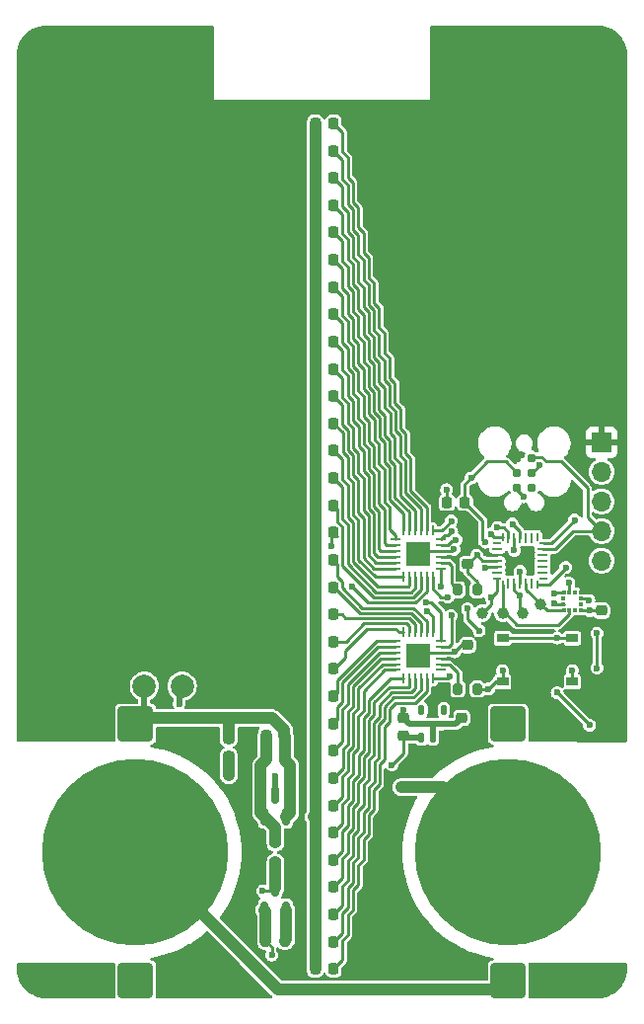
<source format=gbr>
%TF.GenerationSoftware,KiCad,Pcbnew,8.0.1*%
%TF.CreationDate,2024-05-16T01:37:04-04:00*%
%TF.ProjectId,opensauce2024,6f70656e-7361-4756-9365-323032342e6b,rev?*%
%TF.SameCoordinates,Original*%
%TF.FileFunction,Copper,L1,Top*%
%TF.FilePolarity,Positive*%
%FSLAX46Y46*%
G04 Gerber Fmt 4.6, Leading zero omitted, Abs format (unit mm)*
G04 Created by KiCad (PCBNEW 8.0.1) date 2024-05-16 01:37:04*
%MOMM*%
%LPD*%
G01*
G04 APERTURE LIST*
G04 Aperture macros list*
%AMRoundRect*
0 Rectangle with rounded corners*
0 $1 Rounding radius*
0 $2 $3 $4 $5 $6 $7 $8 $9 X,Y pos of 4 corners*
0 Add a 4 corners polygon primitive as box body*
4,1,4,$2,$3,$4,$5,$6,$7,$8,$9,$2,$3,0*
0 Add four circle primitives for the rounded corners*
1,1,$1+$1,$2,$3*
1,1,$1+$1,$4,$5*
1,1,$1+$1,$6,$7*
1,1,$1+$1,$8,$9*
0 Add four rect primitives between the rounded corners*
20,1,$1+$1,$2,$3,$4,$5,0*
20,1,$1+$1,$4,$5,$6,$7,0*
20,1,$1+$1,$6,$7,$8,$9,0*
20,1,$1+$1,$8,$9,$2,$3,0*%
%AMFreePoly0*
4,1,14,0.230680,0.111820,0.364320,-0.021820,0.377500,-0.053640,0.377500,-0.080000,0.364320,-0.111820,0.332500,-0.125000,-0.332500,-0.125000,-0.364320,-0.111820,-0.377500,-0.080000,-0.377500,0.080000,-0.364320,0.111820,-0.332500,0.125000,0.198860,0.125000,0.230680,0.111820,0.230680,0.111820,$1*%
%AMFreePoly1*
4,1,14,0.364320,0.111820,0.377500,0.080000,0.377500,0.053640,0.364320,0.021820,0.230680,-0.111820,0.198860,-0.125000,-0.332500,-0.125000,-0.364320,-0.111820,-0.377500,-0.080000,-0.377500,0.080000,-0.364320,0.111820,-0.332500,0.125000,0.332500,0.125000,0.364320,0.111820,0.364320,0.111820,$1*%
%AMFreePoly2*
4,1,14,0.111820,0.364320,0.125000,0.332500,0.125000,-0.332500,0.111820,-0.364320,0.080000,-0.377500,-0.080000,-0.377500,-0.111820,-0.364320,-0.125000,-0.332500,-0.125000,0.198860,-0.111820,0.230680,0.021820,0.364320,0.053640,0.377500,0.080000,0.377500,0.111820,0.364320,0.111820,0.364320,$1*%
%AMFreePoly3*
4,1,14,-0.021820,0.364320,0.111820,0.230680,0.125000,0.198860,0.125000,-0.332500,0.111820,-0.364320,0.080000,-0.377500,-0.080000,-0.377500,-0.111820,-0.364320,-0.125000,-0.332500,-0.125000,0.332500,-0.111820,0.364320,-0.080000,0.377500,-0.053640,0.377500,-0.021820,0.364320,-0.021820,0.364320,$1*%
%AMFreePoly4*
4,1,14,0.364320,0.111820,0.377500,0.080000,0.377500,-0.080000,0.364320,-0.111820,0.332500,-0.125000,-0.198860,-0.125000,-0.230680,-0.111820,-0.364320,0.021820,-0.377500,0.053640,-0.377500,0.080000,-0.364320,0.111820,-0.332500,0.125000,0.332500,0.125000,0.364320,0.111820,0.364320,0.111820,$1*%
%AMFreePoly5*
4,1,14,0.364320,0.111820,0.377500,0.080000,0.377500,-0.080000,0.364320,-0.111820,0.332500,-0.125000,-0.332500,-0.125000,-0.364320,-0.111820,-0.377500,-0.080000,-0.377500,-0.053640,-0.364320,-0.021820,-0.230680,0.111820,-0.198860,0.125000,0.332500,0.125000,0.364320,0.111820,0.364320,0.111820,$1*%
%AMFreePoly6*
4,1,14,0.111820,0.364320,0.125000,0.332500,0.125000,-0.198860,0.111820,-0.230680,-0.021820,-0.364320,-0.053640,-0.377500,-0.080000,-0.377500,-0.111820,-0.364320,-0.125000,-0.332500,-0.125000,0.332500,-0.111820,0.364320,-0.080000,0.377500,0.080000,0.377500,0.111820,0.364320,0.111820,0.364320,$1*%
%AMFreePoly7*
4,1,14,0.111820,0.364320,0.125000,0.332500,0.125000,-0.332500,0.111820,-0.364320,0.080000,-0.377500,0.053640,-0.377500,0.021820,-0.364320,-0.111820,-0.230680,-0.125000,-0.198860,-0.125000,0.332500,-0.111820,0.364320,-0.080000,0.377500,0.080000,0.377500,0.111820,0.364320,0.111820,0.364320,$1*%
G04 Aperture macros list end*
%TA.AperFunction,SMDPad,CuDef*%
%ADD10C,2.000000*%
%TD*%
%TA.AperFunction,SMDPad,CuDef*%
%ADD11RoundRect,0.137500X0.137500X-0.262500X0.137500X0.262500X-0.137500X0.262500X-0.137500X-0.262500X0*%
%TD*%
%TA.AperFunction,SMDPad,CuDef*%
%ADD12C,1.000000*%
%TD*%
%TA.AperFunction,SMDPad,CuDef*%
%ADD13R,0.350000X0.375000*%
%TD*%
%TA.AperFunction,SMDPad,CuDef*%
%ADD14R,0.375000X0.350000*%
%TD*%
%TA.AperFunction,SMDPad,CuDef*%
%ADD15RoundRect,0.218750X0.218750X0.256250X-0.218750X0.256250X-0.218750X-0.256250X0.218750X-0.256250X0*%
%TD*%
%TA.AperFunction,SMDPad,CuDef*%
%ADD16RoundRect,0.225000X-0.250000X0.225000X-0.250000X-0.225000X0.250000X-0.225000X0.250000X0.225000X0*%
%TD*%
%TA.AperFunction,SMDPad,CuDef*%
%ADD17RoundRect,0.200000X0.200000X0.275000X-0.200000X0.275000X-0.200000X-0.275000X0.200000X-0.275000X0*%
%TD*%
%TA.AperFunction,SMDPad,CuDef*%
%ADD18RoundRect,0.200000X-0.200000X-0.275000X0.200000X-0.275000X0.200000X0.275000X-0.200000X0.275000X0*%
%TD*%
%TA.AperFunction,SMDPad,CuDef*%
%ADD19R,0.280000X0.850000*%
%TD*%
%TA.AperFunction,SMDPad,CuDef*%
%ADD20R,0.850000X0.280000*%
%TD*%
%TA.AperFunction,SMDPad,CuDef*%
%ADD21R,2.100000X2.100000*%
%TD*%
%TA.AperFunction,ConnectorPad*%
%ADD22C,0.787400*%
%TD*%
%TA.AperFunction,SMDPad,CuDef*%
%ADD23RoundRect,0.240000X-1.260000X1.260000X-1.260000X-1.260000X1.260000X-1.260000X1.260000X1.260000X0*%
%TD*%
%TA.AperFunction,SMDPad,CuDef*%
%ADD24C,16.000000*%
%TD*%
%TA.AperFunction,SMDPad,CuDef*%
%ADD25FreePoly0,0.000000*%
%TD*%
%TA.AperFunction,SMDPad,CuDef*%
%ADD26RoundRect,0.062500X-0.375000X-0.062500X0.375000X-0.062500X0.375000X0.062500X-0.375000X0.062500X0*%
%TD*%
%TA.AperFunction,SMDPad,CuDef*%
%ADD27FreePoly1,0.000000*%
%TD*%
%TA.AperFunction,SMDPad,CuDef*%
%ADD28FreePoly2,0.000000*%
%TD*%
%TA.AperFunction,SMDPad,CuDef*%
%ADD29RoundRect,0.062500X-0.062500X-0.375000X0.062500X-0.375000X0.062500X0.375000X-0.062500X0.375000X0*%
%TD*%
%TA.AperFunction,SMDPad,CuDef*%
%ADD30FreePoly3,0.000000*%
%TD*%
%TA.AperFunction,SMDPad,CuDef*%
%ADD31FreePoly4,0.000000*%
%TD*%
%TA.AperFunction,SMDPad,CuDef*%
%ADD32FreePoly5,0.000000*%
%TD*%
%TA.AperFunction,SMDPad,CuDef*%
%ADD33FreePoly6,0.000000*%
%TD*%
%TA.AperFunction,SMDPad,CuDef*%
%ADD34FreePoly7,0.000000*%
%TD*%
%TA.AperFunction,SMDPad,CuDef*%
%ADD35RoundRect,0.225000X0.250000X-0.225000X0.250000X0.225000X-0.250000X0.225000X-0.250000X-0.225000X0*%
%TD*%
%TA.AperFunction,SMDPad,CuDef*%
%ADD36RoundRect,0.200000X-0.275000X0.200000X-0.275000X-0.200000X0.275000X-0.200000X0.275000X0.200000X0*%
%TD*%
%TA.AperFunction,SMDPad,CuDef*%
%ADD37R,1.000000X0.750000*%
%TD*%
%TA.AperFunction,SMDPad,CuDef*%
%ADD38RoundRect,0.150000X0.150000X-0.587500X0.150000X0.587500X-0.150000X0.587500X-0.150000X-0.587500X0*%
%TD*%
%TA.AperFunction,SMDPad,CuDef*%
%ADD39RoundRect,0.225000X0.225000X0.250000X-0.225000X0.250000X-0.225000X-0.250000X0.225000X-0.250000X0*%
%TD*%
%TA.AperFunction,SMDPad,CuDef*%
%ADD40RoundRect,0.240000X1.260000X-1.260000X1.260000X1.260000X-1.260000X1.260000X-1.260000X-1.260000X0*%
%TD*%
%TA.AperFunction,ComponentPad*%
%ADD41R,1.700000X1.700000*%
%TD*%
%TA.AperFunction,ComponentPad*%
%ADD42O,1.700000X1.700000*%
%TD*%
%TA.AperFunction,ViaPad*%
%ADD43C,0.600000*%
%TD*%
%TA.AperFunction,Conductor*%
%ADD44C,1.000000*%
%TD*%
%TA.AperFunction,Conductor*%
%ADD45C,0.500000*%
%TD*%
%TA.AperFunction,Conductor*%
%ADD46C,0.250000*%
%TD*%
G04 APERTURE END LIST*
D10*
%TO.P,TP6,1,1*%
%TO.N,GND*%
X129500000Y-113750000D03*
%TD*%
%TO.P,TP5,1,1*%
%TO.N,+BATT*%
X126250000Y-113750000D03*
%TD*%
D11*
%TO.P,U2,1,VI*%
%TO.N,+6V*%
X150050000Y-118187500D03*
%TO.P,U2,2,GND*%
%TO.N,GND*%
X151000000Y-118187500D03*
%TO.P,U2,3,VO*%
%TO.N,+3.3V*%
X151950000Y-118187500D03*
%TO.P,U2,4,NC*%
%TO.N,unconnected-(U2-NC-Pad4)*%
X151950000Y-115787500D03*
%TO.P,U2,5,NC*%
%TO.N,unconnected-(U2-NC-Pad5)*%
X150050000Y-115787500D03*
%TD*%
D12*
%TO.P,TP4,1,1*%
%TO.N,NSS*%
X158750000Y-107500000D03*
%TD*%
%TO.P,TP3,1,1*%
%TO.N,MOSI*%
X157000000Y-107500000D03*
%TD*%
%TO.P,TP2,1,1*%
%TO.N,MISO*%
X160250000Y-106750000D03*
%TD*%
%TO.P,TP1,1,1*%
%TO.N,SCK*%
X155250000Y-107500000D03*
%TD*%
D13*
%TO.P,U4,1,DOUT_A6*%
%TO.N,MISO*%
X162250000Y-107262500D03*
%TO.P,U4,2,DIN_SDA*%
%TO.N,MOSI*%
X162750000Y-107262500D03*
%TO.P,U4,3,NC*%
%TO.N,unconnected-(U4-NC-Pad3)*%
X163250000Y-107262500D03*
%TO.P,U4,4,VPP*%
%TO.N,GND*%
X163750000Y-107262500D03*
D14*
%TO.P,U4,5,INTN1*%
%TO.N,WAKE0*%
X163762500Y-106750000D03*
%TO.P,U4,6,INTN2*%
%TO.N,WAKE2*%
X163762500Y-106250000D03*
D13*
%TO.P,U4,7,VDD*%
%TO.N,+3.3V*%
X163750000Y-105737500D03*
%TO.P,U4,8,NC*%
%TO.N,unconnected-(U4-NC-Pad8)*%
X163250000Y-105737500D03*
%TO.P,U4,9,GND*%
%TO.N,GND*%
X162750000Y-105737500D03*
%TO.P,U4,10,CSN*%
%TO.N,NSS*%
X162250000Y-105737500D03*
D14*
%TO.P,U4,11,NC*%
%TO.N,unconnected-(U4-NC-Pad11)*%
X162237500Y-106250000D03*
%TO.P,U4,12,SCK_SCL*%
%TO.N,SCK*%
X162237500Y-106750000D03*
%TD*%
D15*
%TO.P,D21,1,K*%
%TO.N,Net-(D21-K)*%
X142500000Y-112274180D03*
%TO.P,D21,2,A*%
%TO.N,+6V*%
X140925000Y-112274180D03*
%TD*%
D16*
%TO.P,C4,1*%
%TO.N,+3.3V*%
X154000000Y-101725000D03*
%TO.P,C4,2*%
%TO.N,GND*%
X154000000Y-103275000D03*
%TD*%
D15*
%TO.P,D5,1,K*%
%TO.N,Net-(D5-K)*%
X142500000Y-74854836D03*
%TO.P,D5,2,A*%
%TO.N,+6V*%
X140925000Y-74854836D03*
%TD*%
D17*
%TO.P,R2,1*%
%TO.N,+BATT*%
X138325000Y-120105000D03*
%TO.P,R2,2*%
%TO.N,Net-(Q1-G)*%
X136675000Y-120105000D03*
%TD*%
D15*
%TO.P,D30,1,K*%
%TO.N,Net-(D30-K)*%
X142500000Y-133322561D03*
%TO.P,D30,2,A*%
%TO.N,+6V*%
X140925000Y-133322561D03*
%TD*%
D18*
%TO.P,R1,1*%
%TO.N,Net-(U5-IREF)*%
X153175000Y-114000000D03*
%TO.P,R1,2*%
%TO.N,GND*%
X154825000Y-114000000D03*
%TD*%
D19*
%TO.P,U3,1,LAT*%
%TO.N,LATCH*%
X151000000Y-100418700D03*
%TO.P,U3,2,OUT0*%
%TO.N,Net-(D1-K)*%
X150500001Y-100418700D03*
%TO.P,U3,3,OUT1*%
%TO.N,Net-(D2-K)*%
X150000000Y-100418700D03*
%TO.P,U3,4,OUT2*%
%TO.N,Net-(D3-K)*%
X149500000Y-100418700D03*
%TO.P,U3,5,OUT3*%
%TO.N,Net-(D4-K)*%
X148999999Y-100418700D03*
%TO.P,U3,6,OUT4*%
%TO.N,Net-(D5-K)*%
X148500000Y-100418700D03*
D20*
%TO.P,U3,7,OUT5*%
%TO.N,Net-(D6-K)*%
X147775000Y-101143385D03*
%TO.P,U3,8,OUT6*%
%TO.N,Net-(D7-K)*%
X147775000Y-101643511D03*
%TO.P,U3,9,OUT7*%
%TO.N,Net-(D8-K)*%
X147775000Y-102143637D03*
%TO.P,U3,10,OUT8*%
%TO.N,Net-(D9-K)*%
X147775000Y-102643763D03*
%TO.P,U3,11,OUT9*%
%TO.N,Net-(D10-K)*%
X147775000Y-103143889D03*
%TO.P,U3,12,OUT10*%
%TO.N,Net-(D11-K)*%
X147775000Y-103644015D03*
D19*
%TO.P,U3,13,OUT11*%
%TO.N,Net-(D12-K)*%
X148500000Y-104368700D03*
%TO.P,U3,14,OUT12*%
%TO.N,Net-(D13-K)*%
X148999999Y-104368700D03*
%TO.P,U3,15,OUT13*%
%TO.N,Net-(D14-K)*%
X149500000Y-104368700D03*
%TO.P,U3,16,OUT14*%
%TO.N,Net-(D15-K)*%
X150000000Y-104368700D03*
%TO.P,U3,17,OUT15*%
%TO.N,Net-(D16-K)*%
X150500001Y-104368700D03*
%TO.P,U3,18,BLANK*%
%TO.N,BLANK*%
X151000000Y-104368700D03*
D20*
%TO.P,U3,19,SOUT*%
%TO.N,Net-(U3-SOUT)*%
X151725000Y-103644015D03*
%TO.P,U3,20,IREF*%
%TO.N,Net-(U3-IREF)*%
X151725000Y-103143889D03*
%TO.P,U3,21,VCC*%
%TO.N,+3.3V*%
X151725000Y-102643763D03*
%TO.P,U3,22,GND*%
%TO.N,GND*%
X151725000Y-102143637D03*
%TO.P,U3,23,SIN*%
%TO.N,SDATA*%
X151725000Y-101643511D03*
%TO.P,U3,24,SCLK*%
%TO.N,SCLK*%
X151725000Y-101143385D03*
D21*
%TO.P,U3,25,EPAD*%
%TO.N,GND*%
X149750000Y-102393700D03*
%TD*%
D15*
%TO.P,D16,1,K*%
%TO.N,Net-(D16-K)*%
X142500000Y-100580635D03*
%TO.P,D16,2,A*%
%TO.N,+6V*%
X140925000Y-100580635D03*
%TD*%
D22*
%TO.P,J1,1,VCC*%
%TO.N,+3.3V*%
X158230000Y-94190000D03*
%TO.P,J1,2,SWDIO*%
%TO.N,SWDIO*%
X159500000Y-94190000D03*
%TO.P,J1,3,~{RESET}*%
%TO.N,RESET*%
X158230000Y-95460000D03*
%TO.P,J1,4,SWCLK*%
%TO.N,SWCLK*%
X159500000Y-95460000D03*
%TO.P,J1,5,GND*%
%TO.N,GND*%
X158230000Y-96730000D03*
%TO.P,J1,6,SWO*%
%TO.N,unconnected-(J1-SWO-Pad6)*%
X159500000Y-96730000D03*
%TD*%
D15*
%TO.P,D6,1,K*%
%TO.N,Net-(D6-K)*%
X142500000Y-77193545D03*
%TO.P,D6,2,A*%
%TO.N,+6V*%
X140925000Y-77193545D03*
%TD*%
%TO.P,D32,1,K*%
%TO.N,Net-(D32-K)*%
X142500000Y-138000000D03*
%TO.P,D32,2,A*%
%TO.N,+6V*%
X140925000Y-138000000D03*
%TD*%
%TO.P,D19,1,K*%
%TO.N,Net-(D19-K)*%
X142500000Y-107596762D03*
%TO.P,D19,2,A*%
%TO.N,+6V*%
X140925000Y-107596762D03*
%TD*%
%TO.P,D28,1,K*%
%TO.N,Net-(D28-K)*%
X142500000Y-128645143D03*
%TO.P,D28,2,A*%
%TO.N,+6V*%
X140925000Y-128645143D03*
%TD*%
%TO.P,D8,1,K*%
%TO.N,Net-(D8-K)*%
X142500000Y-81870963D03*
%TO.P,D8,2,A*%
%TO.N,+6V*%
X140925000Y-81870963D03*
%TD*%
%TO.P,D12,1,K*%
%TO.N,Net-(D12-K)*%
X142500000Y-91225799D03*
%TO.P,D12,2,A*%
%TO.N,+6V*%
X140925000Y-91225799D03*
%TD*%
D18*
%TO.P,R5,1*%
%TO.N,KEEP POWER ON*%
X136675000Y-135600000D03*
%TO.P,R5,2*%
%TO.N,GND*%
X138325000Y-135600000D03*
%TD*%
D15*
%TO.P,D3,1,K*%
%TO.N,Net-(D3-K)*%
X142500000Y-70177418D03*
%TO.P,D3,2,A*%
%TO.N,+6V*%
X140925000Y-70177418D03*
%TD*%
%TO.P,D17,1,K*%
%TO.N,Net-(D17-K)*%
X142500000Y-102919344D03*
%TO.P,D17,2,A*%
%TO.N,+6V*%
X140925000Y-102919344D03*
%TD*%
D16*
%TO.P,C3,1*%
%TO.N,+BATT*%
X133500000Y-118225000D03*
%TO.P,C3,2*%
%TO.N,GND*%
X133500000Y-119775000D03*
%TD*%
D15*
%TO.P,D22,1,K*%
%TO.N,Net-(D22-K)*%
X142500000Y-114612889D03*
%TO.P,D22,2,A*%
%TO.N,+6V*%
X140925000Y-114612889D03*
%TD*%
%TO.P,D31,1,K*%
%TO.N,Net-(D31-K)*%
X142500000Y-135661270D03*
%TO.P,D31,2,A*%
%TO.N,+6V*%
X140925000Y-135661270D03*
%TD*%
%TO.P,D9,1,K*%
%TO.N,Net-(D9-K)*%
X142500000Y-84209672D03*
%TO.P,D9,2,A*%
%TO.N,+6V*%
X140925000Y-84209672D03*
%TD*%
D23*
%TO.P,BT2,1,+*%
%TO.N,Net-(BT1--)*%
X157500000Y-117000000D03*
X157500000Y-139000000D03*
D24*
%TO.P,BT2,2,-*%
%TO.N,GND*%
X157500000Y-128000000D03*
%TD*%
D25*
%TO.P,U1,1,PC14*%
%TO.N,unconnected-(U1-PC14-Pad1)*%
X156502500Y-101500000D03*
D26*
%TO.P,U1,2,PC15*%
%TO.N,unconnected-(U1-PC15-Pad2)*%
X156562500Y-102000000D03*
%TO.P,U1,3,VDD*%
%TO.N,+3.3V*%
X156562500Y-102500000D03*
%TO.P,U1,4,VSS*%
%TO.N,GND*%
X156562500Y-103000000D03*
%TO.P,U1,5,PF2*%
%TO.N,RESET*%
X156562500Y-103500000D03*
%TO.P,U1,6,PA0*%
%TO.N,unconnected-(U1-PA0-Pad6)*%
X156562500Y-104000000D03*
D27*
%TO.P,U1,7,PA1*%
%TO.N,SCK*%
X156502500Y-104500000D03*
D28*
%TO.P,U1,8,PA2*%
%TO.N,MOSI*%
X157000000Y-104997500D03*
D29*
%TO.P,U1,9,PA3*%
%TO.N,unconnected-(U1-PA3-Pad9)*%
X157500000Y-104937500D03*
%TO.P,U1,10,PA4*%
%TO.N,NSS*%
X158000000Y-104937500D03*
%TO.P,U1,11,PA5*%
%TO.N,BLANK*%
X158500000Y-104937500D03*
%TO.P,U1,12,PA6*%
%TO.N,MISO*%
X159000000Y-104937500D03*
%TO.P,U1,13,PA7*%
%TO.N,unconnected-(U1-PA7-Pad13)*%
X159500000Y-104937500D03*
D30*
%TO.P,U1,14,PB0*%
%TO.N,KEEP POWER ON*%
X160000000Y-104997500D03*
D31*
%TO.P,U1,15,PB1*%
%TO.N,unconnected-(U1-PB1-Pad15)*%
X160497500Y-104500000D03*
D26*
%TO.P,U1,16,PA8*%
%TO.N,unconnected-(U1-PA8-Pad16)*%
X160437500Y-104000000D03*
%TO.P,U1,17,PC6*%
%TO.N,unconnected-(U1-PC6-Pad17)*%
X160437500Y-103500000D03*
%TO.P,U1,18,PA11/PA9*%
%TO.N,unconnected-(U1-PA11{slash}PA9-Pad18)*%
X160437500Y-103000000D03*
%TO.P,U1,19,PA12/PA10*%
%TO.N,unconnected-(U1-PA12{slash}PA10-Pad19)*%
X160437500Y-102500000D03*
%TO.P,U1,20,PA13*%
%TO.N,SWDIO*%
X160437500Y-102000000D03*
D32*
%TO.P,U1,21,PA14*%
%TO.N,SWCLK*%
X160497500Y-101500000D03*
D33*
%TO.P,U1,22,PA15*%
%TO.N,unconnected-(U1-PA15-Pad22)*%
X160000000Y-101002500D03*
D29*
%TO.P,U1,23,PB3*%
%TO.N,unconnected-(U1-PB3-Pad23)*%
X159500000Y-101062500D03*
%TO.P,U1,24,PB4*%
%TO.N,unconnected-(U1-PB4-Pad24)*%
X159000000Y-101062500D03*
%TO.P,U1,25,PB5*%
%TO.N,LATCH*%
X158500000Y-101062500D03*
%TO.P,U1,26,PB6*%
%TO.N,WAKE2*%
X158000000Y-101062500D03*
%TO.P,U1,27,PB7*%
%TO.N,SCLK*%
X157500000Y-101062500D03*
D34*
%TO.P,U1,28,PB8*%
%TO.N,SDATA*%
X157000000Y-101002500D03*
%TD*%
D35*
%TO.P,C2,1*%
%TO.N,+3.3V*%
X153500000Y-118025000D03*
%TO.P,C2,2*%
%TO.N,GND*%
X153500000Y-116475000D03*
%TD*%
D15*
%TO.P,D26,1,K*%
%TO.N,Net-(D26-K)*%
X142500000Y-123967725D03*
%TO.P,D26,2,A*%
%TO.N,+6V*%
X140925000Y-123967725D03*
%TD*%
D35*
%TO.P,C1,1*%
%TO.N,+6V*%
X148500000Y-118025000D03*
%TO.P,C1,2*%
%TO.N,GND*%
X148500000Y-116475000D03*
%TD*%
D36*
%TO.P,R3,1*%
%TO.N,Net-(Q1-G)*%
X137500000Y-127175000D03*
%TO.P,R3,2*%
%TO.N,Net-(Q2-D)*%
X137500000Y-128825000D03*
%TD*%
D15*
%TO.P,D25,1,K*%
%TO.N,Net-(D25-K)*%
X142500000Y-121629016D03*
%TO.P,D25,2,A*%
%TO.N,+6V*%
X140925000Y-121629016D03*
%TD*%
D37*
%TO.P,SW1,1,1*%
%TO.N,GND*%
X163000000Y-113375000D03*
X157000000Y-113375000D03*
%TO.P,SW1,2,2*%
%TO.N,Net-(Q2-D)*%
X163000000Y-109625000D03*
X157000000Y-109625000D03*
%TD*%
D38*
%TO.P,Q1,1,G*%
%TO.N,Net-(Q1-G)*%
X136550000Y-124937500D03*
%TO.P,Q1,2,S*%
%TO.N,+BATT*%
X138450000Y-124937500D03*
%TO.P,Q1,3,D*%
%TO.N,+6V*%
X137500000Y-123062500D03*
%TD*%
D15*
%TO.P,D4,1,K*%
%TO.N,Net-(D4-K)*%
X142500000Y-72516127D03*
%TO.P,D4,2,A*%
%TO.N,+6V*%
X140925000Y-72516127D03*
%TD*%
D19*
%TO.P,U5,1,LAT*%
%TO.N,LATCH*%
X151000000Y-109131300D03*
%TO.P,U5,2,OUT0*%
%TO.N,Net-(D17-K)*%
X150500001Y-109131300D03*
%TO.P,U5,3,OUT1*%
%TO.N,Net-(D18-K)*%
X150000000Y-109131300D03*
%TO.P,U5,4,OUT2*%
%TO.N,Net-(D19-K)*%
X149500000Y-109131300D03*
%TO.P,U5,5,OUT3*%
%TO.N,Net-(D20-K)*%
X148999999Y-109131300D03*
%TO.P,U5,6,OUT4*%
%TO.N,Net-(D21-K)*%
X148500000Y-109131300D03*
D20*
%TO.P,U5,7,OUT5*%
%TO.N,Net-(D22-K)*%
X147775000Y-109855985D03*
%TO.P,U5,8,OUT6*%
%TO.N,Net-(D23-K)*%
X147775000Y-110356111D03*
%TO.P,U5,9,OUT7*%
%TO.N,Net-(D24-K)*%
X147775000Y-110856237D03*
%TO.P,U5,10,OUT8*%
%TO.N,Net-(D25-K)*%
X147775000Y-111356363D03*
%TO.P,U5,11,OUT9*%
%TO.N,Net-(D26-K)*%
X147775000Y-111856489D03*
%TO.P,U5,12,OUT10*%
%TO.N,Net-(D27-K)*%
X147775000Y-112356615D03*
D19*
%TO.P,U5,13,OUT11*%
%TO.N,Net-(D28-K)*%
X148500000Y-113081300D03*
%TO.P,U5,14,OUT12*%
%TO.N,Net-(D29-K)*%
X148999999Y-113081300D03*
%TO.P,U5,15,OUT13*%
%TO.N,Net-(D30-K)*%
X149500000Y-113081300D03*
%TO.P,U5,16,OUT14*%
%TO.N,Net-(D31-K)*%
X150000000Y-113081300D03*
%TO.P,U5,17,OUT15*%
%TO.N,Net-(D32-K)*%
X150500001Y-113081300D03*
%TO.P,U5,18,BLANK*%
%TO.N,BLANK*%
X151000000Y-113081300D03*
D20*
%TO.P,U5,19,SOUT*%
%TO.N,unconnected-(U5-SOUT-Pad19)*%
X151725000Y-112356615D03*
%TO.P,U5,20,IREF*%
%TO.N,Net-(U5-IREF)*%
X151725000Y-111856489D03*
%TO.P,U5,21,VCC*%
%TO.N,+3.3V*%
X151725000Y-111356363D03*
%TO.P,U5,22,GND*%
%TO.N,GND*%
X151725000Y-110856237D03*
%TO.P,U5,23,SIN*%
%TO.N,Net-(U3-SOUT)*%
X151725000Y-110356111D03*
%TO.P,U5,24,SCLK*%
%TO.N,SCLK*%
X151725000Y-109855985D03*
D21*
%TO.P,U5,25,EPAD*%
%TO.N,GND*%
X149750000Y-111106300D03*
%TD*%
D15*
%TO.P,D11,1,K*%
%TO.N,Net-(D11-K)*%
X142500000Y-88887090D03*
%TO.P,D11,2,A*%
%TO.N,+6V*%
X140925000Y-88887090D03*
%TD*%
%TO.P,D1,1,K*%
%TO.N,Net-(D1-K)*%
X142500000Y-65500000D03*
%TO.P,D1,2,A*%
%TO.N,+6V*%
X140925000Y-65500000D03*
%TD*%
D39*
%TO.P,C6,1*%
%TO.N,+BATT*%
X138275000Y-118000000D03*
%TO.P,C6,2*%
%TO.N,Net-(Q1-G)*%
X136725000Y-118000000D03*
%TD*%
D15*
%TO.P,D18,1,K*%
%TO.N,Net-(D18-K)*%
X142500000Y-105258053D03*
%TO.P,D18,2,A*%
%TO.N,+6V*%
X140925000Y-105258053D03*
%TD*%
D39*
%TO.P,C9,1*%
%TO.N,RESET*%
X153775000Y-98000000D03*
%TO.P,C9,2*%
%TO.N,GND*%
X152225000Y-98000000D03*
%TD*%
D15*
%TO.P,D7,1,K*%
%TO.N,Net-(D7-K)*%
X142500000Y-79532254D03*
%TO.P,D7,2,A*%
%TO.N,+6V*%
X140925000Y-79532254D03*
%TD*%
D35*
%TO.P,C8,1*%
%TO.N,+3.3V*%
X154000000Y-111775000D03*
%TO.P,C8,2*%
%TO.N,GND*%
X154000000Y-110225000D03*
%TD*%
D15*
%TO.P,D27,1,K*%
%TO.N,Net-(D27-K)*%
X142500000Y-126306434D03*
%TO.P,D27,2,A*%
%TO.N,+6V*%
X140925000Y-126306434D03*
%TD*%
%TO.P,D10,1,K*%
%TO.N,Net-(D10-K)*%
X142500000Y-86548381D03*
%TO.P,D10,2,A*%
%TO.N,+6V*%
X140925000Y-86548381D03*
%TD*%
%TO.P,D13,1,K*%
%TO.N,Net-(D13-K)*%
X142500000Y-93564508D03*
%TO.P,D13,2,A*%
%TO.N,+6V*%
X140925000Y-93564508D03*
%TD*%
%TO.P,D20,1,K*%
%TO.N,Net-(D20-K)*%
X142500000Y-109935471D03*
%TO.P,D20,2,A*%
%TO.N,+6V*%
X140925000Y-109935471D03*
%TD*%
D18*
%TO.P,R4,1*%
%TO.N,Net-(U3-IREF)*%
X153175000Y-105500000D03*
%TO.P,R4,2*%
%TO.N,GND*%
X154825000Y-105500000D03*
%TD*%
D15*
%TO.P,D23,1,K*%
%TO.N,Net-(D23-K)*%
X142500000Y-116951598D03*
%TO.P,D23,2,A*%
%TO.N,+6V*%
X140925000Y-116951598D03*
%TD*%
D38*
%TO.P,Q2,1,G*%
%TO.N,KEEP POWER ON*%
X136550000Y-132937500D03*
%TO.P,Q2,2,S*%
%TO.N,GND*%
X138450000Y-132937500D03*
%TO.P,Q2,3,D*%
%TO.N,Net-(Q2-D)*%
X137500000Y-131062500D03*
%TD*%
D15*
%TO.P,D14,1,K*%
%TO.N,Net-(D14-K)*%
X142500000Y-95903217D03*
%TO.P,D14,2,A*%
%TO.N,+6V*%
X140925000Y-95903217D03*
%TD*%
%TO.P,D15,1,K*%
%TO.N,Net-(D15-K)*%
X142500000Y-98241926D03*
%TO.P,D15,2,A*%
%TO.N,+6V*%
X140925000Y-98241926D03*
%TD*%
D16*
%TO.P,C5,1*%
%TO.N,+3.3V*%
X165500000Y-105725000D03*
%TO.P,C5,2*%
%TO.N,GND*%
X165500000Y-107275000D03*
%TD*%
D15*
%TO.P,D2,1,K*%
%TO.N,Net-(D2-K)*%
X142500000Y-67838709D03*
%TO.P,D2,2,A*%
%TO.N,+6V*%
X140925000Y-67838709D03*
%TD*%
D40*
%TO.P,BT1,1,+*%
%TO.N,+BATT*%
X125500000Y-139000000D03*
X125500000Y-117000000D03*
D24*
%TO.P,BT1,2,-*%
%TO.N,Net-(BT1--)*%
X125500000Y-128000000D03*
%TD*%
D41*
%TO.P,J2,1,Pin_1*%
%TO.N,+3.3V*%
X165500000Y-92840000D03*
D42*
%TO.P,J2,2,Pin_2*%
%TO.N,RESET*%
X165500000Y-95380000D03*
%TO.P,J2,3,Pin_3*%
%TO.N,SWCLK*%
X165500000Y-97920000D03*
%TO.P,J2,4,Pin_4*%
%TO.N,SWDIO*%
X165500000Y-100460000D03*
%TO.P,J2,5,Pin_5*%
%TO.N,GND*%
X165500000Y-103000000D03*
%TD*%
D15*
%TO.P,D29,1,K*%
%TO.N,Net-(D29-K)*%
X142500000Y-130983852D03*
%TO.P,D29,2,A*%
%TO.N,+6V*%
X140925000Y-130983852D03*
%TD*%
%TO.P,D24,1,K*%
%TO.N,Net-(D24-K)*%
X142500000Y-119290307D03*
%TO.P,D24,2,A*%
%TO.N,+6V*%
X140925000Y-119290307D03*
%TD*%
D43*
%TO.N,GND*%
X149000000Y-122400000D03*
X148300000Y-122400000D03*
X129250000Y-115250000D03*
%TO.N,+6V*%
X137500000Y-121500000D03*
%TO.N,GND*%
X151750000Y-117000000D03*
X150250000Y-117000000D03*
X151000000Y-117000000D03*
X163000000Y-112400000D03*
X154800000Y-102500000D03*
X162700000Y-104900000D03*
X150300000Y-111600000D03*
X164500000Y-107275000D03*
X158800000Y-97500000D03*
X150300000Y-102900000D03*
X133500000Y-121400000D03*
X152200000Y-96900000D03*
X138450000Y-134500000D03*
X152820558Y-102018763D03*
X148500000Y-115806300D03*
X157000000Y-112400000D03*
X133500000Y-120700000D03*
X149200000Y-110600000D03*
X155800000Y-114000000D03*
X149200000Y-101900000D03*
X150300000Y-110600000D03*
X152900000Y-110800000D03*
X149200000Y-102900000D03*
X149200000Y-111600000D03*
X150300000Y-101900000D03*
%TO.N,+6V*%
X147500000Y-120500000D03*
X140925000Y-120500000D03*
%TO.N,RESET*%
X154300000Y-95900000D03*
X155500000Y-101400000D03*
X155500000Y-103625000D03*
%TO.N,Net-(D16-K)*%
X142300000Y-101700000D03*
X144100000Y-105200000D03*
%TO.N,SWCLK*%
X160210326Y-94818849D03*
X163200000Y-99500000D03*
%TO.N,KEEP POWER ON*%
X165100000Y-112200000D03*
X137200000Y-136800000D03*
X162441942Y-103558058D03*
X165100000Y-109200000D03*
%TO.N,SCLK*%
X150450297Y-106549703D03*
X152642228Y-100484456D03*
X156565687Y-100134313D03*
%TO.N,NSS*%
X158479572Y-106012000D03*
X161400000Y-105800000D03*
%TO.N,LATCH*%
X157850000Y-99850000D03*
X152600000Y-99600000D03*
X150556779Y-107342587D03*
%TO.N,SCK*%
X161400000Y-106637000D03*
X156023562Y-106110322D03*
%TO.N,WAKE2*%
X158000000Y-102100000D03*
X164400000Y-106363000D03*
%TO.N,SDATA*%
X153000000Y-101200000D03*
X156000000Y-100700000D03*
%TO.N,BLANK*%
X158500000Y-103900000D03*
X152500000Y-112900000D03*
X152300000Y-106105418D03*
X154000000Y-107100000D03*
X155000000Y-109000000D03*
%TO.N,Net-(Q2-D)*%
X164475000Y-117100000D03*
X161700000Y-114300000D03*
X161700000Y-109625000D03*
X136400000Y-131300000D03*
%TO.N,Net-(U3-SOUT)*%
X152600000Y-107700000D03*
X151725000Y-105241116D03*
%TD*%
D44*
%TO.N,GND*%
X148300000Y-122400000D02*
X151900000Y-122400000D01*
X151900000Y-122400000D02*
X157000000Y-127500000D01*
D45*
X129250000Y-114000000D02*
X129250000Y-115250000D01*
%TO.N,+BATT*%
X126250000Y-114000000D02*
X126250000Y-116450000D01*
X126250000Y-116450000D02*
X125500000Y-117200000D01*
%TO.N,+6V*%
X137500000Y-123062500D02*
X137500000Y-121500000D01*
D44*
%TO.N,+BATT*%
X138749999Y-124637501D02*
X138450000Y-124937500D01*
X138325000Y-120105000D02*
X138749999Y-120529999D01*
X138749999Y-120529999D02*
X138749999Y-124637501D01*
D45*
%TO.N,+6V*%
X148662500Y-118187500D02*
X148500000Y-118025000D01*
X150050000Y-118187500D02*
X148662500Y-118187500D01*
%TO.N,GND*%
X151750000Y-117000000D02*
X152975000Y-117000000D01*
X150250000Y-117000000D02*
X151000000Y-117000000D01*
X151000000Y-117000000D02*
X151750000Y-117000000D01*
X152975000Y-117000000D02*
X153500000Y-116475000D01*
X151000000Y-118187500D02*
X151000000Y-117000000D01*
X149025000Y-117000000D02*
X150250000Y-117000000D01*
X148500000Y-116475000D02*
X149025000Y-117000000D01*
D46*
%TO.N,MOSI*%
X162750000Y-107550000D02*
X162750000Y-107262000D01*
X161800000Y-108500000D02*
X162750000Y-107550000D01*
X158250000Y-108500000D02*
X161800000Y-108500000D01*
X157000000Y-107250000D02*
X158250000Y-108500000D01*
X157000000Y-104997500D02*
X157000000Y-107250000D01*
%TO.N,NSS*%
X158479572Y-107229572D02*
X158552100Y-107302100D01*
X158552100Y-107302100D02*
X158750000Y-107302100D01*
X158479572Y-106012000D02*
X158479572Y-107229572D01*
%TO.N,SCK*%
X156023562Y-106726438D02*
X155250000Y-107500000D01*
X156023562Y-106110322D02*
X156023562Y-106726438D01*
X156502500Y-105631384D02*
X156502500Y-104500000D01*
X156023562Y-106110322D02*
X156502500Y-105631384D01*
%TO.N,BLANK*%
X154000000Y-108000000D02*
X154000000Y-107100000D01*
X155000000Y-109000000D02*
X154000000Y-108000000D01*
D44*
%TO.N,Net-(Q1-G)*%
X136550000Y-124937500D02*
X136250000Y-124637500D01*
X136725000Y-118000000D02*
X136725000Y-120055000D01*
X137500000Y-127175000D02*
X137500000Y-125887500D01*
X136250000Y-124637500D02*
X136250000Y-120530000D01*
X136725000Y-120055000D02*
X136675000Y-120105000D01*
X136250000Y-120530000D02*
X136675000Y-120105000D01*
X137500000Y-125887500D02*
X136550000Y-124937500D01*
%TO.N,+BATT*%
X137250000Y-116500000D02*
X138275000Y-117525000D01*
X138325000Y-120105000D02*
X138325000Y-118050000D01*
X133825000Y-116500000D02*
X137250000Y-116500000D01*
X138275000Y-117525000D02*
X138275000Y-118000000D01*
X126200000Y-116500000D02*
X133825000Y-116500000D01*
X133500000Y-116825000D02*
X133825000Y-116500000D01*
X125500000Y-117200000D02*
X126200000Y-116500000D01*
X138325000Y-118050000D02*
X138275000Y-118000000D01*
X133500000Y-118225000D02*
X133500000Y-116825000D01*
D46*
%TO.N,GND*%
X152843763Y-110856237D02*
X151725000Y-110856237D01*
X154825000Y-114000000D02*
X155800000Y-114000000D01*
X152900000Y-110800000D02*
X152843763Y-110856237D01*
X152225000Y-96925000D02*
X152200000Y-96900000D01*
X158230000Y-96730000D02*
X158230000Y-96930000D01*
X154000000Y-103987500D02*
X154825000Y-104812500D01*
D44*
X138450000Y-134500000D02*
X138450000Y-135475000D01*
X157000000Y-127500000D02*
X157000000Y-128000000D01*
D46*
X150556237Y-110856237D02*
X150300000Y-110600000D01*
X153475000Y-110225000D02*
X152900000Y-110800000D01*
D44*
X138450000Y-134500000D02*
X138450000Y-132937500D01*
X133500000Y-119775000D02*
X133500000Y-120700000D01*
D46*
X154000000Y-110225000D02*
X153475000Y-110225000D01*
X156425000Y-113375000D02*
X155800000Y-114000000D01*
D44*
X138450000Y-135475000D02*
X138325000Y-135600000D01*
D46*
X152225000Y-98000000D02*
X152225000Y-96925000D01*
X151725000Y-102143637D02*
X152695684Y-102143637D01*
X162750000Y-104950000D02*
X162700000Y-104900000D01*
X163000000Y-113375000D02*
X163000000Y-112400000D01*
X150543637Y-102143637D02*
X150300000Y-101900000D01*
X157000000Y-113375000D02*
X157000000Y-112400000D01*
X164500000Y-107275000D02*
X163763001Y-107275000D01*
X163763001Y-107275000D02*
X163750001Y-107262000D01*
X154825000Y-104812500D02*
X154825000Y-105500000D01*
X151725000Y-102143637D02*
X150543637Y-102143637D01*
X156562500Y-103000000D02*
X155300000Y-103000000D01*
X148500000Y-115806300D02*
X148500000Y-116725000D01*
X151725000Y-110856237D02*
X150556237Y-110856237D01*
X152695684Y-102143637D02*
X152820558Y-102018763D01*
X155300000Y-103000000D02*
X154800000Y-102500000D01*
X162750000Y-105738000D02*
X162750000Y-104950000D01*
X158230000Y-96930000D02*
X158800000Y-97500000D01*
X154000000Y-103275000D02*
X154000000Y-103987500D01*
D44*
X133500000Y-120700000D02*
X133500000Y-121400000D01*
D46*
X154000000Y-103275000D02*
X154025000Y-103275000D01*
X165500000Y-107275000D02*
X164500000Y-107275000D01*
X154025000Y-103275000D02*
X154800000Y-102500000D01*
X157000000Y-113375000D02*
X156425000Y-113375000D01*
X153300000Y-116425000D02*
X153500000Y-116225000D01*
%TO.N,+6V*%
X148500000Y-118275000D02*
X148500000Y-119500000D01*
D44*
X140925000Y-125100000D02*
X140925000Y-120500000D01*
X140925000Y-138000000D02*
X140925000Y-125100000D01*
X140925000Y-120500000D02*
X140925000Y-65500000D01*
X140762500Y-124937500D02*
X140925000Y-125100000D01*
D46*
X148500000Y-119500000D02*
X147500000Y-120500000D01*
%TO.N,+3.3V*%
X165487000Y-105738000D02*
X165500000Y-105725000D01*
X151725000Y-111356363D02*
X152572479Y-111356363D01*
X154000000Y-101725000D02*
X154908884Y-101725000D01*
X163750001Y-105738000D02*
X165487000Y-105738000D01*
X152572479Y-111356363D02*
X152991116Y-111775000D01*
X152991116Y-111775000D02*
X154000000Y-111775000D01*
X155683884Y-102500000D02*
X156562500Y-102500000D01*
X153081237Y-102643763D02*
X154000000Y-101725000D01*
X154908884Y-101725000D02*
X155683884Y-102500000D01*
X151725000Y-102643763D02*
X153081237Y-102643763D01*
%TO.N,RESET*%
X154300000Y-95900000D02*
X153775000Y-96425000D01*
X155300000Y-99525000D02*
X153775000Y-98000000D01*
X155625000Y-103500000D02*
X155500000Y-103625000D01*
X156562500Y-103500000D02*
X155625000Y-103500000D01*
X158230000Y-95460000D02*
X157257696Y-94487696D01*
X155712304Y-94487696D02*
X154300000Y-95900000D01*
X155500000Y-101400000D02*
X155300000Y-101200000D01*
X155300000Y-101200000D02*
X155300000Y-99525000D01*
X153775000Y-96425000D02*
X153775000Y-98000000D01*
X157257696Y-94487696D02*
X155712304Y-94487696D01*
%TO.N,Net-(D1-K)*%
X150500001Y-100418700D02*
X150500001Y-98399645D01*
X147312500Y-87335630D02*
X147312500Y-85633317D01*
X144162500Y-72269439D02*
X144162500Y-70567126D01*
X144162500Y-70567126D02*
X143712500Y-70117126D01*
X146862500Y-85183317D02*
X146862500Y-83481004D01*
X145962500Y-79176378D02*
X145512500Y-78726378D01*
X148662500Y-92090256D02*
X148250000Y-91677756D01*
X146412500Y-83031004D02*
X146412500Y-81328691D01*
X147762500Y-89487943D02*
X147762500Y-87785630D01*
X145512500Y-77024065D02*
X145062500Y-76574065D01*
X143712500Y-70117126D02*
X143712500Y-68414813D01*
X148250000Y-89975443D02*
X147762500Y-89487943D01*
X149112500Y-97012144D02*
X149112500Y-94242569D01*
X147312500Y-85633317D02*
X146862500Y-85183317D01*
X146412500Y-81328691D02*
X145962500Y-80878691D01*
X145062500Y-74871752D02*
X144612500Y-74421752D01*
X143262500Y-67964813D02*
X143262500Y-66262500D01*
X145962500Y-80878691D02*
X145962500Y-79176378D01*
X144612500Y-74421752D02*
X144612500Y-72719439D01*
X146862500Y-83481004D02*
X146412500Y-83031004D01*
X150500001Y-98399645D02*
X149112500Y-97012144D01*
X149112500Y-94242569D02*
X148662500Y-93792569D01*
X148662500Y-93792569D02*
X148662500Y-92090256D01*
X144612500Y-72719439D02*
X144162500Y-72269439D01*
X148250000Y-91677756D02*
X148250000Y-89975443D01*
X145512500Y-78726378D02*
X145512500Y-77024065D01*
X143262500Y-66262500D02*
X142500000Y-65500000D01*
X145062500Y-76574065D02*
X145062500Y-74871752D01*
X147762500Y-87785630D02*
X147312500Y-87335630D01*
X143712500Y-68414813D02*
X143262500Y-67964813D01*
%TO.N,Net-(D2-K)*%
X144612500Y-76760461D02*
X144612500Y-75058148D01*
X144612500Y-75058148D02*
X144162500Y-74608148D01*
X147800000Y-91864152D02*
X147800000Y-90161839D01*
X148662500Y-94428965D02*
X148212500Y-93978965D01*
X145512500Y-81065087D02*
X145512500Y-79362774D01*
X144162500Y-74608148D02*
X144162500Y-72905835D01*
X150000000Y-98536040D02*
X148662500Y-97198540D01*
X146412500Y-83667400D02*
X145962500Y-83217400D01*
X150000000Y-100418700D02*
X150000000Y-98536040D01*
X144162500Y-72905835D02*
X143712500Y-72455835D01*
X145512500Y-79362774D02*
X145062500Y-78912774D01*
X147800000Y-90161839D02*
X147312500Y-89674339D01*
X145962500Y-83217400D02*
X145962500Y-81515087D01*
X147312500Y-89674339D02*
X147312500Y-87972026D01*
X145062500Y-78912774D02*
X145062500Y-77210461D01*
X146862500Y-87522026D02*
X146862500Y-85819713D01*
X148662500Y-97198540D02*
X148662500Y-94428965D01*
X143712500Y-70753522D02*
X143262500Y-70303522D01*
X148212500Y-93978965D02*
X148212500Y-92276652D01*
X145062500Y-77210461D02*
X144612500Y-76760461D01*
X143262500Y-70303522D02*
X143262500Y-68601209D01*
X147312500Y-87972026D02*
X146862500Y-87522026D01*
X146412500Y-85369713D02*
X146412500Y-83667400D01*
X146862500Y-85819713D02*
X146412500Y-85369713D01*
X148212500Y-92276652D02*
X147800000Y-91864152D01*
X143262500Y-68601209D02*
X142500000Y-67838709D01*
X143712500Y-72455835D02*
X143712500Y-70753522D01*
X145962500Y-81515087D02*
X145512500Y-81065087D01*
%TO.N,Net-(D3-K)*%
X146862500Y-89860735D02*
X146862500Y-88158422D01*
X146412500Y-86006109D02*
X145962500Y-85556109D01*
X147350000Y-90348235D02*
X146862500Y-89860735D01*
X148212500Y-94615361D02*
X147762500Y-94165361D01*
X145512500Y-81701483D02*
X145062500Y-81251483D01*
X145062500Y-79549170D02*
X144612500Y-79099170D01*
X145962500Y-83853796D02*
X145512500Y-83403796D01*
X147350000Y-92050548D02*
X147350000Y-90348235D01*
X148212500Y-97384936D02*
X148212500Y-94615361D01*
X146412500Y-87708422D02*
X146412500Y-86006109D01*
X149500000Y-98672436D02*
X148212500Y-97384936D01*
X143262500Y-72642231D02*
X143262500Y-70939918D01*
X144162500Y-75244544D02*
X143712500Y-74794544D01*
X146862500Y-88158422D02*
X146412500Y-87708422D01*
X144612500Y-79099170D02*
X144612500Y-77396857D01*
X145062500Y-81251483D02*
X145062500Y-79549170D01*
X147762500Y-92463048D02*
X147350000Y-92050548D01*
X149500000Y-100418700D02*
X149500000Y-98672436D01*
X147762500Y-94165361D02*
X147762500Y-92463048D01*
X143262500Y-70939918D02*
X142500000Y-70177418D01*
X143712500Y-74794544D02*
X143712500Y-73092231D01*
X143712500Y-73092231D02*
X143262500Y-72642231D01*
X144162500Y-76946857D02*
X144162500Y-75244544D01*
X145962500Y-85556109D02*
X145962500Y-83853796D01*
X145512500Y-83403796D02*
X145512500Y-81701483D01*
X144612500Y-77396857D02*
X144162500Y-76946857D01*
%TO.N,Net-(D4-K)*%
X145962500Y-87894818D02*
X145962500Y-86192505D01*
X145962500Y-86192505D02*
X145512500Y-85742505D01*
X143712500Y-75430940D02*
X143262500Y-74980940D01*
X144162500Y-77583253D02*
X143712500Y-77133253D01*
X146900000Y-90534631D02*
X146412500Y-90047131D01*
X145512500Y-85742505D02*
X145512500Y-84040192D01*
X144162500Y-79285566D02*
X144162500Y-77583253D01*
X145062500Y-83590192D02*
X145062500Y-81887879D01*
X147762500Y-94801757D02*
X147312500Y-94351757D01*
X147312500Y-94351757D02*
X147312500Y-92649444D01*
X147312500Y-92649444D02*
X146900000Y-92236944D01*
X146412500Y-88344818D02*
X145962500Y-87894818D01*
X144612500Y-81437879D02*
X144612500Y-79735566D01*
X143712500Y-77133253D02*
X143712500Y-75430940D01*
X145512500Y-84040192D02*
X145062500Y-83590192D01*
X145062500Y-81887879D02*
X144612500Y-81437879D01*
X143262500Y-73278627D02*
X142500000Y-72516127D01*
X148999999Y-100418700D02*
X148999999Y-98808831D01*
X146412500Y-90047131D02*
X146412500Y-88344818D01*
X148999999Y-98808831D02*
X147762500Y-97571332D01*
X147762500Y-97571332D02*
X147762500Y-94801757D01*
X144612500Y-79735566D02*
X144162500Y-79285566D01*
X143262500Y-74980940D02*
X143262500Y-73278627D01*
X146900000Y-92236944D02*
X146900000Y-90534631D01*
%TO.N,Net-(D5-K)*%
X143262500Y-77319649D02*
X143262500Y-75617336D01*
X148500000Y-100418700D02*
X148500000Y-98945228D01*
X146450000Y-92423340D02*
X146450000Y-90721027D01*
X148500000Y-98945228D02*
X147312500Y-97757728D01*
X146862500Y-92835840D02*
X146450000Y-92423340D01*
X143262500Y-75617336D02*
X142500000Y-74854836D01*
X147312500Y-97757728D02*
X147312500Y-94988153D01*
X143712500Y-77769649D02*
X143262500Y-77319649D01*
X143712500Y-79471962D02*
X143712500Y-77769649D01*
X144162500Y-81624275D02*
X144162500Y-79921962D01*
X145512500Y-88081214D02*
X145512500Y-86378901D01*
X145962500Y-88531214D02*
X145512500Y-88081214D01*
X145962500Y-90233527D02*
X145962500Y-88531214D01*
X145062500Y-84226588D02*
X144612500Y-83776588D01*
X145062500Y-85928901D02*
X145062500Y-84226588D01*
X145512500Y-86378901D02*
X145062500Y-85928901D01*
X146450000Y-90721027D02*
X145962500Y-90233527D01*
X144612500Y-82074275D02*
X144162500Y-81624275D01*
X144612500Y-83776588D02*
X144612500Y-82074275D01*
X146862500Y-94538153D02*
X146862500Y-92835840D01*
X147312500Y-94988153D02*
X146862500Y-94538153D01*
X144162500Y-79921962D02*
X143712500Y-79471962D01*
%TO.N,Net-(D6-K)*%
X145512500Y-90419923D02*
X145512500Y-88717610D01*
X144612500Y-84412984D02*
X144162500Y-83962984D01*
X147775000Y-101143385D02*
X147775000Y-100775000D01*
X147312500Y-100312500D02*
X147312500Y-98394124D01*
X146000000Y-90907423D02*
X145512500Y-90419923D01*
X145062500Y-88267610D02*
X145062500Y-86565297D01*
X144162500Y-82260671D02*
X143712500Y-81810671D01*
X146862500Y-97944124D02*
X146862500Y-95174549D01*
X144162500Y-83962984D02*
X144162500Y-82260671D01*
X145512500Y-88717610D02*
X145062500Y-88267610D01*
X143712500Y-80108358D02*
X143262500Y-79658358D01*
X146862500Y-95174549D02*
X146412500Y-94724549D01*
X143712500Y-81810671D02*
X143712500Y-80108358D01*
X147775000Y-100775000D02*
X147312500Y-100312500D01*
X147312500Y-98394124D02*
X146862500Y-97944124D01*
X146000000Y-92609736D02*
X146000000Y-90907423D01*
X146412500Y-93022236D02*
X146000000Y-92609736D01*
X143262500Y-79658358D02*
X143262500Y-77956045D01*
X143262500Y-77956045D02*
X142500000Y-77193545D01*
X146412500Y-94724549D02*
X146412500Y-93022236D01*
X145062500Y-86565297D02*
X144612500Y-86115297D01*
X144612500Y-86115297D02*
X144612500Y-84412984D01*
%TO.N,Net-(D7-K)*%
X143262500Y-81997067D02*
X143262500Y-80294754D01*
X145550000Y-92796132D02*
X145550000Y-91093819D01*
X145962500Y-93208632D02*
X145550000Y-92796132D01*
X143712500Y-82447067D02*
X143262500Y-81997067D01*
X146412500Y-98130520D02*
X146412500Y-95360945D01*
X147775000Y-101643511D02*
X147006011Y-101643511D01*
X144162500Y-86301693D02*
X144162500Y-84599380D01*
X146412500Y-95360945D02*
X145962500Y-94910945D01*
X145550000Y-91093819D02*
X145062500Y-90606319D01*
X143712500Y-84149380D02*
X143712500Y-82447067D01*
X146862500Y-101500000D02*
X146862500Y-98580520D01*
X145062500Y-90606319D02*
X145062500Y-88904006D01*
X144612500Y-86751693D02*
X144162500Y-86301693D01*
X146862500Y-98580520D02*
X146412500Y-98130520D01*
X143262500Y-80294754D02*
X142500000Y-79532254D01*
X145062500Y-88904006D02*
X144612500Y-88454006D01*
X144162500Y-84599380D02*
X143712500Y-84149380D01*
X147006011Y-101643511D02*
X146862500Y-101500000D01*
X145962500Y-94910945D02*
X145962500Y-93208632D01*
X144612500Y-88454006D02*
X144612500Y-86751693D01*
%TO.N,Net-(D8-K)*%
X146412500Y-102000000D02*
X146412500Y-98766916D01*
X146412500Y-98766916D02*
X145962500Y-98316916D01*
X143262500Y-82633463D02*
X142500000Y-81870963D01*
X144162500Y-88640402D02*
X144162500Y-86938089D01*
X145100000Y-91280215D02*
X144612500Y-90792715D01*
X145962500Y-98316916D02*
X145962500Y-95547341D01*
X144162500Y-86938089D02*
X143712500Y-86488089D01*
X143712500Y-86488089D02*
X143712500Y-84785776D01*
X143262500Y-84335776D02*
X143262500Y-82633463D01*
X144612500Y-90792715D02*
X144612500Y-89090402D01*
X145962500Y-95547341D02*
X145512500Y-95097341D01*
X146556137Y-102143637D02*
X146412500Y-102000000D01*
X145100000Y-92982528D02*
X145100000Y-91280215D01*
X145512500Y-95097341D02*
X145512500Y-93395028D01*
X147775000Y-102143637D02*
X146556137Y-102143637D01*
X144612500Y-89090402D02*
X144162500Y-88640402D01*
X143712500Y-84785776D02*
X143262500Y-84335776D01*
X145512500Y-93395028D02*
X145100000Y-92982528D01*
%TO.N,Net-(D9-K)*%
X143712500Y-88826798D02*
X143712500Y-87124485D01*
X144162500Y-89276798D02*
X143712500Y-88826798D01*
X143262500Y-84972172D02*
X142500000Y-84209672D01*
X145062500Y-93581424D02*
X144650000Y-93168924D01*
X143712500Y-87124485D02*
X143262500Y-86674485D01*
X143262500Y-86674485D02*
X143262500Y-84972172D01*
X145062500Y-95283737D02*
X145062500Y-93581424D01*
X144162500Y-90979111D02*
X144162500Y-89276798D01*
X146262139Y-102643763D02*
X145962500Y-102344124D01*
X147775000Y-102643763D02*
X146262139Y-102643763D01*
X145962500Y-102344124D02*
X145962500Y-98953312D01*
X144650000Y-93168924D02*
X144650000Y-91466611D01*
X144650000Y-91466611D02*
X144162500Y-90979111D01*
X145512500Y-98503312D02*
X145512500Y-95733737D01*
X145512500Y-95733737D02*
X145062500Y-95283737D01*
X145962500Y-98953312D02*
X145512500Y-98503312D01*
%TO.N,Net-(D10-K)*%
X146125869Y-103143889D02*
X145512500Y-102530520D01*
X145512500Y-99139708D02*
X145062500Y-98689708D01*
X143712500Y-89463194D02*
X143262500Y-89013194D01*
X145512500Y-102530520D02*
X145512500Y-99139708D01*
X144612500Y-93767820D02*
X144200000Y-93355320D01*
X145062500Y-98689708D02*
X145062500Y-95920133D01*
X147775000Y-103143889D02*
X146125869Y-103143889D01*
X144612500Y-95470133D02*
X144612500Y-93767820D01*
X143712500Y-91165507D02*
X143712500Y-89463194D01*
X143262500Y-89013194D02*
X143262500Y-87310881D01*
X143262500Y-87310881D02*
X142500000Y-86548381D01*
X144200000Y-91653007D02*
X143712500Y-91165507D01*
X144200000Y-93355320D02*
X144200000Y-91653007D01*
X145062500Y-95920133D02*
X144612500Y-95470133D01*
%TO.N,Net-(D11-K)*%
X143750000Y-93541716D02*
X143750000Y-91839403D01*
X145989599Y-103644015D02*
X145062500Y-102716916D01*
X144612500Y-96106529D02*
X144162500Y-95656529D01*
X143262500Y-91351903D02*
X143262500Y-89649590D01*
X144162500Y-95656529D02*
X144162500Y-93954216D01*
X145062500Y-102716916D02*
X145062500Y-99326104D01*
X143262500Y-89649590D02*
X142500000Y-88887090D01*
X143750000Y-91839403D02*
X143262500Y-91351903D01*
X144612500Y-98876104D02*
X144612500Y-96106529D01*
X145062500Y-99326104D02*
X144612500Y-98876104D01*
X147775000Y-103644015D02*
X145989599Y-103644015D01*
X144162500Y-93954216D02*
X143750000Y-93541716D01*
%TO.N,Net-(D12-K)*%
X143300000Y-92025799D02*
X142500000Y-91225799D01*
X143712500Y-95842925D02*
X143712500Y-94140612D01*
X148500000Y-104368700D02*
X146077888Y-104368700D01*
X144162500Y-99062500D02*
X144162500Y-96292925D01*
X144612500Y-102903312D02*
X144612500Y-99512500D01*
X143300000Y-93728112D02*
X143300000Y-92025799D01*
X144162500Y-96292925D02*
X143712500Y-95842925D01*
X144612500Y-99512500D02*
X144162500Y-99062500D01*
X146077888Y-104368700D02*
X144612500Y-102903312D01*
X143712500Y-94140612D02*
X143300000Y-93728112D01*
%TO.N,Net-(D13-K)*%
X146304092Y-105231300D02*
X144162500Y-103089708D01*
X143262500Y-94327008D02*
X142500000Y-93564508D01*
X143712500Y-99270303D02*
X143712500Y-96479321D01*
X144162500Y-103089708D02*
X144162500Y-99720303D01*
X148868700Y-105231300D02*
X146304092Y-105231300D01*
X148999999Y-105100001D02*
X148868700Y-105231300D01*
X148999999Y-104368700D02*
X148999999Y-105100001D01*
X143712500Y-96479321D02*
X143262500Y-96029321D01*
X143262500Y-96029321D02*
X143262500Y-94327008D01*
X144162500Y-99720303D02*
X143712500Y-99270303D01*
%TO.N,Net-(D14-K)*%
X146117696Y-105681300D02*
X143712500Y-103276104D01*
X149500000Y-104368700D02*
X149500000Y-105327208D01*
X149500000Y-105327208D02*
X149145908Y-105681300D01*
X143262500Y-96665717D02*
X142500000Y-95903217D01*
X143712500Y-103276104D02*
X143712500Y-99906699D01*
X143262500Y-99456699D02*
X143262500Y-96665717D01*
X149145908Y-105681300D02*
X146117696Y-105681300D01*
X143712500Y-99906699D02*
X143262500Y-99456699D01*
%TO.N,Net-(D15-K)*%
X149332304Y-106131300D02*
X145931300Y-106131300D01*
X143262500Y-103462500D02*
X143262500Y-100093095D01*
X145931300Y-106131300D02*
X143262500Y-103462500D01*
X142800000Y-98541926D02*
X142500000Y-98241926D01*
X143262500Y-100093095D02*
X142800000Y-99630595D01*
X150000000Y-105463604D02*
X149332304Y-106131300D01*
X150000000Y-104368700D02*
X150000000Y-105463604D01*
X142800000Y-99630595D02*
X142800000Y-98541926D01*
%TO.N,Net-(D16-K)*%
X142812500Y-100893135D02*
X142500000Y-100580635D01*
X145481300Y-106581300D02*
X144100000Y-105200000D01*
X150500001Y-104368700D02*
X150500001Y-105599999D01*
X150500001Y-105599999D02*
X149518700Y-106581300D01*
X149518700Y-106581300D02*
X145481300Y-106581300D01*
X142300000Y-101700000D02*
X142300000Y-100780635D01*
X142300000Y-100780635D02*
X142500000Y-100580635D01*
%TO.N,Net-(D17-K)*%
X143268198Y-105331802D02*
X143268198Y-104776211D01*
X149362550Y-107031300D02*
X144967696Y-107031300D01*
X150500001Y-109131300D02*
X150500001Y-108168751D01*
X150500001Y-108168751D02*
X149362550Y-107031300D01*
X143268198Y-104776211D02*
X142812500Y-104320513D01*
X142812500Y-103231844D02*
X142500000Y-102919344D01*
X142812500Y-104320513D02*
X142812500Y-103231844D01*
X144967696Y-107031300D02*
X143268198Y-105331802D01*
%TO.N,Net-(D18-K)*%
X150000000Y-108319904D02*
X149161396Y-107481300D01*
X149161396Y-107481300D02*
X144781300Y-107481300D01*
X150000000Y-109131300D02*
X150000000Y-108319904D01*
X142558053Y-105258053D02*
X142500000Y-105258053D01*
X144781300Y-107481300D02*
X142558053Y-105258053D01*
%TO.N,Net-(D19-K)*%
X143196762Y-107596762D02*
X142500000Y-107596762D01*
X149500000Y-109131300D02*
X149500000Y-108456300D01*
X148975000Y-107931300D02*
X143531300Y-107931300D01*
X149500000Y-108456300D02*
X148975000Y-107931300D01*
X143531300Y-107931300D02*
X143196762Y-107596762D01*
%TO.N,Net-(D20-K)*%
X143564529Y-109935471D02*
X142500000Y-109935471D01*
X148781300Y-108381300D02*
X145118700Y-108381300D01*
X148999999Y-109131300D02*
X148999999Y-108599999D01*
X145118700Y-108381300D02*
X143564529Y-109935471D01*
X148999999Y-108599999D02*
X148781300Y-108381300D01*
%TO.N,Net-(D21-K)*%
X145368700Y-108831300D02*
X143500000Y-110700000D01*
X143500000Y-110700000D02*
X143500000Y-111300000D01*
X143500000Y-111300000D02*
X142525820Y-112274180D01*
X142525820Y-112274180D02*
X142500000Y-112274180D01*
X148500000Y-109131300D02*
X148131300Y-109131300D01*
X147831300Y-108831300D02*
X145368700Y-108831300D01*
X148131300Y-109131300D02*
X147831300Y-108831300D01*
%TO.N,Net-(D22-K)*%
X147775000Y-109855985D02*
X146168235Y-109855985D01*
X146168235Y-109855985D02*
X142800000Y-113224220D01*
X142800000Y-113224220D02*
X142800000Y-114312889D01*
X142800000Y-114312889D02*
X142500000Y-114612889D01*
%TO.N,Net-(D23-K)*%
X143262500Y-113398116D02*
X143262500Y-115100429D01*
X142800000Y-115562929D02*
X142800000Y-116651598D01*
X146304505Y-110356111D02*
X143262500Y-113398116D01*
X147775000Y-110356111D02*
X146304505Y-110356111D01*
X142800000Y-116651598D02*
X142500000Y-116951598D01*
X143262500Y-115100429D02*
X142800000Y-115562929D01*
%TO.N,Net-(D24-K)*%
X143262500Y-118527807D02*
X142500000Y-119290307D01*
X146440775Y-110856237D02*
X143712500Y-113584512D01*
X143712500Y-113584512D02*
X143712500Y-115287500D01*
X143262500Y-115737500D02*
X143262500Y-118527807D01*
X147775000Y-110856237D02*
X146440775Y-110856237D01*
X143712500Y-115287500D02*
X143262500Y-115737500D01*
%TO.N,Net-(D25-K)*%
X146577045Y-111356363D02*
X144162500Y-113770908D01*
X143712500Y-118714203D02*
X143300000Y-119126703D01*
X143300000Y-119126703D02*
X143300000Y-120829016D01*
X143712500Y-115923896D02*
X143712500Y-118714203D01*
X144162500Y-113770908D02*
X144162500Y-115473896D01*
X144162500Y-115473896D02*
X143712500Y-115923896D01*
X147775000Y-111356363D02*
X146577045Y-111356363D01*
X143300000Y-120829016D02*
X142500000Y-121629016D01*
%TO.N,Net-(D26-K)*%
X143750000Y-119313099D02*
X143750000Y-121015412D01*
X143262500Y-121502912D02*
X143262500Y-123205225D01*
X143750000Y-121015412D02*
X143262500Y-121502912D01*
X144612500Y-113957304D02*
X144612500Y-115660292D01*
X144612500Y-115660292D02*
X144162500Y-116110292D01*
X144162500Y-116110292D02*
X144162500Y-118900599D01*
X143262500Y-123205225D02*
X142500000Y-123967725D01*
X146713315Y-111856489D02*
X144612500Y-113957304D01*
X147775000Y-111856489D02*
X146713315Y-111856489D01*
X144162500Y-118900599D02*
X143750000Y-119313099D01*
%TO.N,Net-(D27-K)*%
X144612500Y-116296688D02*
X144612500Y-119086995D01*
X143712500Y-121689308D02*
X143712500Y-123391621D01*
X146849585Y-112356615D02*
X145062500Y-114143700D01*
X144612500Y-119086995D02*
X144200000Y-119499495D01*
X143262500Y-123841621D02*
X143262500Y-125543934D01*
X144200000Y-121201808D02*
X143712500Y-121689308D01*
X145062500Y-115846688D02*
X144612500Y-116296688D01*
X144200000Y-119499495D02*
X144200000Y-121201808D01*
X143712500Y-123391621D02*
X143262500Y-123841621D01*
X143262500Y-125543934D02*
X142500000Y-126306434D01*
X145062500Y-114143700D02*
X145062500Y-115846688D01*
X147775000Y-112356615D02*
X146849585Y-112356615D01*
%TO.N,Net-(D28-K)*%
X145062500Y-119273391D02*
X144650000Y-119685891D01*
X143262500Y-126180330D02*
X143262500Y-127882643D01*
X144650000Y-121388204D02*
X144162500Y-121875704D01*
X144162500Y-123578017D02*
X143712500Y-124028017D01*
X147394414Y-113081300D02*
X145521298Y-114954416D01*
X143712500Y-124028017D02*
X143712500Y-125730330D01*
X145521298Y-114954416D02*
X145521298Y-116024286D01*
X144162500Y-121875704D02*
X144162500Y-123578017D01*
X144650000Y-119685891D02*
X144650000Y-121388204D01*
X145521298Y-116024286D02*
X145062500Y-116483084D01*
X145062500Y-116483084D02*
X145062500Y-119273391D01*
X148500000Y-113081300D02*
X147394414Y-113081300D01*
X143712500Y-125730330D02*
X143262500Y-126180330D01*
X143262500Y-127882643D02*
X142500000Y-128645143D01*
%TO.N,Net-(D29-K)*%
X148999999Y-113796301D02*
X148965000Y-113831300D01*
X143262500Y-128519039D02*
X143262500Y-130221352D01*
X143712500Y-128069039D02*
X143262500Y-128519039D01*
X144612500Y-123764413D02*
X144162500Y-124214413D01*
X143262500Y-130221352D02*
X142500000Y-130983852D01*
X147280810Y-113831300D02*
X145971298Y-115140812D01*
X144612500Y-122062100D02*
X144612500Y-123764413D01*
X145100000Y-121574600D02*
X144612500Y-122062100D01*
X145971298Y-116210682D02*
X145512500Y-116669480D01*
X145971298Y-115140812D02*
X145971298Y-116210682D01*
X144162500Y-124214413D02*
X144162500Y-125916726D01*
X145100000Y-119872287D02*
X145100000Y-121574600D01*
X145512500Y-119459787D02*
X145100000Y-119872287D01*
X145512500Y-116669480D02*
X145512500Y-119459787D01*
X148965000Y-113831300D02*
X147280810Y-113831300D01*
X144162500Y-125916726D02*
X143712500Y-126366726D01*
X148999999Y-113081300D02*
X148999999Y-113796301D01*
X143712500Y-126366726D02*
X143712500Y-128069039D01*
%TO.N,Net-(D30-K)*%
X145550000Y-120058683D02*
X145550000Y-121760996D01*
X144162500Y-128255435D02*
X143712500Y-128705435D01*
X144162500Y-126553122D02*
X144162500Y-128255435D01*
X145962500Y-119646183D02*
X145550000Y-120058683D01*
X147467206Y-114281300D02*
X146421298Y-115327208D01*
X143262500Y-132560061D02*
X142500000Y-133322561D01*
X143712500Y-130407748D02*
X143262500Y-130857748D01*
X145062500Y-122248496D02*
X145062500Y-123950809D01*
X144612500Y-126103122D02*
X144162500Y-126553122D01*
X143712500Y-128705435D02*
X143712500Y-130407748D01*
X146421298Y-115327208D02*
X146421298Y-116397078D01*
X145962500Y-116855876D02*
X145962500Y-119646183D01*
X144612500Y-124400809D02*
X144612500Y-126103122D01*
X146421298Y-116397078D02*
X145962500Y-116855876D01*
X143262500Y-130857748D02*
X143262500Y-132560061D01*
X145550000Y-121760996D02*
X145062500Y-122248496D01*
X149500000Y-113932696D02*
X149151396Y-114281300D01*
X145062500Y-123950809D02*
X144612500Y-124400809D01*
X149151396Y-114281300D02*
X147467206Y-114281300D01*
X149500000Y-113081300D02*
X149500000Y-113932696D01*
%TO.N,Net-(D31-K)*%
X147653602Y-114731300D02*
X146871298Y-115513604D01*
X146871298Y-116583474D02*
X146412500Y-117042272D01*
X145062500Y-126289518D02*
X144612500Y-126739518D01*
X143712500Y-132746457D02*
X143262500Y-133196457D01*
X145512500Y-122434892D02*
X145512500Y-124137205D01*
X149337792Y-114731300D02*
X147653602Y-114731300D01*
X146871298Y-115513604D02*
X146871298Y-116583474D01*
X143712500Y-131044144D02*
X143712500Y-132746457D01*
X145062500Y-124587205D02*
X145062500Y-126289518D01*
X146000000Y-121947392D02*
X145512500Y-122434892D01*
X143262500Y-133196457D02*
X143262500Y-134898770D01*
X144162500Y-130594144D02*
X143712500Y-131044144D01*
X144612500Y-126739518D02*
X144612500Y-128441831D01*
X150000000Y-114069092D02*
X149337792Y-114731300D01*
X143262500Y-134898770D02*
X142500000Y-135661270D01*
X144162500Y-128891831D02*
X144162500Y-130594144D01*
X146000000Y-120245079D02*
X146000000Y-121947392D01*
X150000000Y-113081300D02*
X150000000Y-114069092D01*
X144612500Y-128441831D02*
X144162500Y-128891831D01*
X146412500Y-119832579D02*
X146000000Y-120245079D01*
X146412500Y-117042272D02*
X146412500Y-119832579D01*
X145512500Y-124137205D02*
X145062500Y-124587205D01*
%TO.N,Net-(D32-K)*%
X145962500Y-122621288D02*
X145962500Y-124323601D01*
X143262500Y-137237500D02*
X142500000Y-138000000D01*
X145062500Y-126925914D02*
X145062500Y-128628227D01*
X145512500Y-126475914D02*
X145062500Y-126925914D01*
X145062500Y-128628227D02*
X144612500Y-129078227D01*
X143712500Y-133382853D02*
X143712500Y-135085166D01*
X144162500Y-131230540D02*
X144162500Y-132932853D01*
X143262500Y-135535166D02*
X143262500Y-137237500D01*
X146862500Y-117228668D02*
X146862500Y-120018975D01*
X145962500Y-124323601D02*
X145512500Y-124773601D01*
X144612500Y-130780540D02*
X144162500Y-131230540D01*
X150500001Y-113081300D02*
X150500001Y-114205487D01*
X147321298Y-116769870D02*
X146862500Y-117228668D01*
X146450000Y-120431475D02*
X146450000Y-122133788D01*
X147839998Y-115181300D02*
X147321298Y-115700000D01*
X149524188Y-115181300D02*
X147839998Y-115181300D01*
X145512500Y-124773601D02*
X145512500Y-126475914D01*
X143712500Y-135085166D02*
X143262500Y-135535166D01*
X146862500Y-120018975D02*
X146450000Y-120431475D01*
X144612500Y-129078227D02*
X144612500Y-130780540D01*
X150500001Y-114205487D02*
X149524188Y-115181300D01*
X146450000Y-122133788D02*
X145962500Y-122621288D01*
X147321298Y-115700000D02*
X147321298Y-116769870D01*
X144162500Y-132932853D02*
X143712500Y-133382853D01*
%TO.N,SWCLK*%
X159500000Y-95460000D02*
X159569175Y-95460000D01*
X160497500Y-101500000D02*
X161200000Y-101500000D01*
X161200000Y-101500000D02*
X163200000Y-99500000D01*
X159569175Y-95460000D02*
X160210326Y-94818849D01*
%TO.N,SWDIO*%
X163040000Y-100460000D02*
X165500000Y-100460000D01*
X161500000Y-102000000D02*
X163040000Y-100460000D01*
X160437500Y-102000000D02*
X161500000Y-102000000D01*
X164300000Y-96780362D02*
X164300000Y-99260000D01*
X162002088Y-94482450D02*
X164300000Y-96780362D01*
X160757812Y-94482450D02*
X162002088Y-94482450D01*
X164300000Y-99260000D02*
X165500000Y-100460000D01*
X159590000Y-94100000D02*
X160375362Y-94100000D01*
X159500000Y-94190000D02*
X159590000Y-94100000D01*
X160375362Y-94100000D02*
X160757812Y-94482450D01*
%TO.N,Net-(U5-IREF)*%
X151725000Y-111856489D02*
X152436209Y-111856489D01*
X152436209Y-111856489D02*
X153175000Y-112595280D01*
X153175000Y-112595280D02*
X153175000Y-114000000D01*
%TO.N,KEEP POWER ON*%
X161002500Y-104997500D02*
X162441942Y-103558058D01*
X160000000Y-104997500D02*
X161002500Y-104997500D01*
X165100000Y-109200000D02*
X165100000Y-112200000D01*
D44*
X136675000Y-133062500D02*
X136550000Y-132937500D01*
D46*
X137200000Y-136125000D02*
X136675000Y-135600000D01*
X137200000Y-136800000D02*
X137200000Y-136125000D01*
D44*
X136675000Y-135600000D02*
X136675000Y-133062500D01*
D46*
%TO.N,Net-(U3-IREF)*%
X152343889Y-103143889D02*
X151725000Y-103143889D01*
X153175000Y-105500000D02*
X152600000Y-104925000D01*
X152600000Y-104925000D02*
X152600000Y-103400000D01*
X152600000Y-103400000D02*
X152343889Y-103143889D01*
%TO.N,SCLK*%
X157500000Y-100553138D02*
X157081175Y-100134313D01*
X150450297Y-106549703D02*
X150849703Y-106549703D01*
X157500000Y-101062500D02*
X157500000Y-100553138D01*
X150849703Y-106549703D02*
X151725000Y-107425000D01*
X151725000Y-107425000D02*
X151725000Y-109855985D01*
X152642228Y-100484456D02*
X152326684Y-100800000D01*
X152068385Y-100800000D02*
X151725000Y-101143385D01*
X157081175Y-100134313D02*
X156565687Y-100134313D01*
X152326684Y-100800000D02*
X152068385Y-100800000D01*
%TO.N,MISO*%
X159000000Y-104937500D02*
X159000000Y-105424740D01*
X160837260Y-107262000D02*
X162249999Y-107262000D01*
X159000000Y-105424740D02*
X160837260Y-107262000D01*
%TO.N,NSS*%
X158000000Y-105532428D02*
X158479572Y-106012000D01*
X161462000Y-105738000D02*
X162249999Y-105738000D01*
X161400000Y-105800000D02*
X161462000Y-105738000D01*
X158000000Y-104937500D02*
X158000000Y-105532428D01*
%TO.N,LATCH*%
X157850000Y-99850000D02*
X158500000Y-100500000D01*
X152600000Y-99600000D02*
X151781300Y-100418700D01*
X151000000Y-107785808D02*
X151000000Y-109131300D01*
X151781300Y-100418700D02*
X151000000Y-100418700D01*
X150556779Y-107342587D02*
X151000000Y-107785808D01*
X158500000Y-100500000D02*
X158500000Y-101062500D01*
%TO.N,SCK*%
X161513000Y-106750000D02*
X161400000Y-106637000D01*
X162250700Y-106750000D02*
X161513000Y-106750000D01*
%TO.N,WAKE2*%
X164400000Y-106363000D02*
X164287000Y-106250000D01*
X158000000Y-101062500D02*
X158000000Y-102100000D01*
X164287000Y-106250000D02*
X163749300Y-106250000D01*
%TO.N,SDATA*%
X152311926Y-101643511D02*
X151725000Y-101643511D01*
X157000000Y-101002500D02*
X156302500Y-101002500D01*
X152655437Y-101300000D02*
X152311926Y-101643511D01*
X152900000Y-101300000D02*
X152655437Y-101300000D01*
X156302500Y-101002500D02*
X156000000Y-100700000D01*
X153000000Y-101200000D02*
X152900000Y-101300000D01*
%TO.N,BLANK*%
X151705418Y-106105418D02*
X151000000Y-105400000D01*
X152318700Y-113081300D02*
X152500000Y-112900000D01*
X152300000Y-106105418D02*
X151705418Y-106105418D01*
X151000000Y-105400000D02*
X151000000Y-104368700D01*
X151000000Y-113081300D02*
X152318700Y-113081300D01*
X158500000Y-104937500D02*
X158500000Y-103900000D01*
D44*
%TO.N,Net-(BT1--)*%
X137750000Y-139750000D02*
X126000000Y-128000000D01*
X156550000Y-139750000D02*
X137750000Y-139750000D01*
X157500000Y-138800000D02*
X156550000Y-139750000D01*
D46*
%TO.N,Net-(Q2-D)*%
X137262500Y-131300000D02*
X137500000Y-131062500D01*
X161700000Y-109625000D02*
X157000000Y-109625000D01*
D44*
X137500000Y-128825000D02*
X137500000Y-131062500D01*
D46*
X164475000Y-117075000D02*
X164475000Y-117100000D01*
X163000000Y-109625000D02*
X161700000Y-109625000D01*
X136400000Y-131300000D02*
X137262500Y-131300000D01*
X161700000Y-114300000D02*
X164475000Y-117075000D01*
%TO.N,Net-(U3-SOUT)*%
X151725000Y-105241116D02*
X151725000Y-103644015D01*
X152600000Y-110100000D02*
X152343889Y-110356111D01*
X152600000Y-107700000D02*
X152600000Y-110100000D01*
X152343889Y-110356111D02*
X151725000Y-110356111D01*
%TD*%
%TA.AperFunction,Conductor*%
%TO.N,+3.3V*%
G36*
X152583303Y-111251422D02*
G01*
X152591748Y-111257360D01*
X152601924Y-111265168D01*
X152643128Y-111321595D01*
X152647285Y-111391341D01*
X152613073Y-111452262D01*
X152551357Y-111485016D01*
X152494352Y-111483321D01*
X152485650Y-111480989D01*
X152485645Y-111480989D01*
X152485644Y-111480989D01*
X152262296Y-111480989D01*
X152238104Y-111478606D01*
X152234957Y-111477980D01*
X152173046Y-111445595D01*
X152138472Y-111384879D01*
X152142213Y-111315109D01*
X152183079Y-111258438D01*
X152234957Y-111234746D01*
X152238104Y-111234120D01*
X152262296Y-111231737D01*
X152516264Y-111231737D01*
X152583303Y-111251422D01*
G37*
%TD.AperFunction*%
%TA.AperFunction,Conductor*%
G36*
X159302401Y-101719859D02*
G01*
X159355240Y-101744499D01*
X159400821Y-101750500D01*
X159599178Y-101750499D01*
X159612074Y-101748801D01*
X159681106Y-101759566D01*
X159733363Y-101805945D01*
X159752249Y-101873213D01*
X159751198Y-101887921D01*
X159749500Y-101900816D01*
X159749500Y-102099180D01*
X159755500Y-102144756D01*
X159755503Y-102144766D01*
X159780138Y-102197596D01*
X159790630Y-102266673D01*
X159780139Y-102302403D01*
X159757987Y-102349910D01*
X159755500Y-102355243D01*
X159749501Y-102400811D01*
X159749500Y-102400827D01*
X159749500Y-102599180D01*
X159755500Y-102644756D01*
X159755503Y-102644766D01*
X159780138Y-102697596D01*
X159790630Y-102766673D01*
X159780139Y-102802403D01*
X159770401Y-102823288D01*
X159755500Y-102855243D01*
X159749501Y-102900811D01*
X159749500Y-102900827D01*
X159749500Y-103099180D01*
X159755500Y-103144756D01*
X159755503Y-103144766D01*
X159780138Y-103197596D01*
X159790630Y-103266673D01*
X159780139Y-103302403D01*
X159757993Y-103349897D01*
X159755500Y-103355243D01*
X159749501Y-103400811D01*
X159749500Y-103400827D01*
X159749500Y-103599180D01*
X159755500Y-103644756D01*
X159755503Y-103644766D01*
X159780138Y-103697596D01*
X159790630Y-103766673D01*
X159780139Y-103802403D01*
X159759822Y-103845975D01*
X159755500Y-103855243D01*
X159749501Y-103900811D01*
X159749500Y-103900827D01*
X159749500Y-104099176D01*
X159751199Y-104112078D01*
X159740430Y-104181113D01*
X159694048Y-104233366D01*
X159626778Y-104252249D01*
X159612077Y-104251198D01*
X159608639Y-104250745D01*
X159599179Y-104249500D01*
X159599177Y-104249500D01*
X159400819Y-104249500D01*
X159355243Y-104255500D01*
X159355238Y-104255501D01*
X159302403Y-104280139D01*
X159233325Y-104290630D01*
X159197595Y-104280138D01*
X159144759Y-104255500D01*
X159118962Y-104252104D01*
X159055066Y-104223836D01*
X159016595Y-104165511D01*
X159015765Y-104095647D01*
X159020587Y-104081716D01*
X159036330Y-104043709D01*
X159055250Y-103900000D01*
X159036330Y-103756291D01*
X158999350Y-103667013D01*
X158980862Y-103622377D01*
X158980861Y-103622376D01*
X158980861Y-103622375D01*
X158892621Y-103507379D01*
X158777625Y-103419139D01*
X158777624Y-103419138D01*
X158777622Y-103419137D01*
X158643712Y-103363671D01*
X158643710Y-103363670D01*
X158643709Y-103363670D01*
X158544176Y-103350566D01*
X158500001Y-103344750D01*
X158499999Y-103344750D01*
X158356291Y-103363670D01*
X158356287Y-103363671D01*
X158222377Y-103419137D01*
X158107379Y-103507379D01*
X158019137Y-103622377D01*
X157963671Y-103756287D01*
X157963670Y-103756291D01*
X157952691Y-103839687D01*
X157944750Y-103900000D01*
X157963039Y-104038919D01*
X157963670Y-104043708D01*
X157963671Y-104043712D01*
X157979412Y-104081716D01*
X157986879Y-104151185D01*
X157955603Y-104213664D01*
X157895514Y-104249315D01*
X157881035Y-104252105D01*
X157855243Y-104255500D01*
X157855238Y-104255501D01*
X157802403Y-104280139D01*
X157733325Y-104290630D01*
X157697595Y-104280138D01*
X157644759Y-104255500D01*
X157599188Y-104249501D01*
X157599185Y-104249500D01*
X157599179Y-104249500D01*
X157599172Y-104249500D01*
X157400822Y-104249500D01*
X157387920Y-104251199D01*
X157318886Y-104240430D01*
X157266632Y-104194047D01*
X157247750Y-104126778D01*
X157248801Y-104112083D01*
X157250500Y-104099179D01*
X157250499Y-103900822D01*
X157250160Y-103898250D01*
X157244499Y-103855243D01*
X157244499Y-103855240D01*
X157219860Y-103802403D01*
X157209369Y-103733327D01*
X157219858Y-103697601D01*
X157244499Y-103644760D01*
X157250500Y-103599179D01*
X157250499Y-103400822D01*
X157250293Y-103399260D01*
X157245609Y-103363671D01*
X157244499Y-103355240D01*
X157219860Y-103302403D01*
X157209369Y-103233327D01*
X157219858Y-103197601D01*
X157244499Y-103144760D01*
X157250500Y-103099179D01*
X157250499Y-102900822D01*
X157244499Y-102855240D01*
X157197850Y-102755201D01*
X157119799Y-102677150D01*
X157019760Y-102630501D01*
X157019758Y-102630500D01*
X156974188Y-102624501D01*
X156974185Y-102624500D01*
X156974179Y-102624500D01*
X156974172Y-102624500D01*
X155506900Y-102624500D01*
X155439861Y-102604815D01*
X155419219Y-102588181D01*
X155388684Y-102557646D01*
X155355199Y-102496323D01*
X155353428Y-102486163D01*
X155336330Y-102356291D01*
X155280861Y-102222375D01*
X155280860Y-102222374D01*
X155280860Y-102222373D01*
X155234898Y-102162475D01*
X155205677Y-102124394D01*
X155180483Y-102059227D01*
X155194521Y-101990782D01*
X155243334Y-101940792D01*
X155311426Y-101925128D01*
X155351503Y-101934347D01*
X155353397Y-101935131D01*
X155356291Y-101936330D01*
X155483280Y-101953048D01*
X155499999Y-101955250D01*
X155500000Y-101955250D01*
X155500001Y-101955250D01*
X155514977Y-101953278D01*
X155643709Y-101936330D01*
X155703049Y-101911750D01*
X155772516Y-101904282D01*
X155834996Y-101935557D01*
X155870648Y-101995646D01*
X155874500Y-102026310D01*
X155874500Y-102099179D01*
X155880500Y-102144756D01*
X155880502Y-102144763D01*
X155916694Y-102222376D01*
X155927150Y-102244799D01*
X156005201Y-102322850D01*
X156105240Y-102369499D01*
X156150821Y-102375500D01*
X156974178Y-102375499D01*
X156974180Y-102375499D01*
X156989372Y-102373499D01*
X157019760Y-102369499D01*
X157119799Y-102322850D01*
X157197850Y-102244799D01*
X157225465Y-102185576D01*
X157271635Y-102133140D01*
X157338828Y-102113987D01*
X157405710Y-102134202D01*
X157451045Y-102187367D01*
X157460785Y-102221796D01*
X157463670Y-102243708D01*
X157463671Y-102243712D01*
X157519137Y-102377622D01*
X157519138Y-102377624D01*
X157519139Y-102377625D01*
X157607379Y-102492621D01*
X157722375Y-102580861D01*
X157856291Y-102636330D01*
X157983280Y-102653048D01*
X157999999Y-102655250D01*
X158000000Y-102655250D01*
X158000001Y-102655250D01*
X158014977Y-102653278D01*
X158143709Y-102636330D01*
X158277625Y-102580861D01*
X158392621Y-102492621D01*
X158480861Y-102377625D01*
X158536330Y-102243709D01*
X158555250Y-102100000D01*
X158536330Y-101956291D01*
X158520586Y-101918282D01*
X158513119Y-101848815D01*
X158544395Y-101786336D01*
X158604484Y-101750684D01*
X158618951Y-101747896D01*
X158644760Y-101744499D01*
X158697597Y-101719860D01*
X158766671Y-101709369D01*
X158802401Y-101719859D01*
X158855240Y-101744499D01*
X158900821Y-101750500D01*
X159099178Y-101750499D01*
X159099180Y-101750499D01*
X159114372Y-101748499D01*
X159144760Y-101744499D01*
X159197597Y-101719860D01*
X159266671Y-101709369D01*
X159302401Y-101719859D01*
G37*
%TD.AperFunction*%
%TA.AperFunction,Conductor*%
G36*
X163048153Y-96059998D02*
G01*
X163054631Y-96066030D01*
X163888181Y-96899580D01*
X163921666Y-96960903D01*
X163924500Y-96987261D01*
X163924500Y-99187181D01*
X163904815Y-99254220D01*
X163852011Y-99299975D01*
X163782853Y-99309919D01*
X163719297Y-99280894D01*
X163685939Y-99234635D01*
X163680861Y-99222375D01*
X163592621Y-99107379D01*
X163477625Y-99019139D01*
X163477624Y-99019138D01*
X163477622Y-99019137D01*
X163343712Y-98963671D01*
X163343710Y-98963670D01*
X163343709Y-98963670D01*
X163271854Y-98954210D01*
X163200001Y-98944750D01*
X163199999Y-98944750D01*
X163056291Y-98963670D01*
X163056287Y-98963671D01*
X162922377Y-99019137D01*
X162807379Y-99107379D01*
X162719137Y-99222377D01*
X162663671Y-99356287D01*
X162663670Y-99356291D01*
X162646572Y-99486153D01*
X162618305Y-99550049D01*
X162611314Y-99557647D01*
X161080782Y-101088181D01*
X161019459Y-101121666D01*
X160993101Y-101124500D01*
X160892485Y-101124500D01*
X160868293Y-101122117D01*
X160849697Y-101118418D01*
X160830001Y-101114500D01*
X160830000Y-101114500D01*
X160509500Y-101114500D01*
X160442461Y-101094815D01*
X160396706Y-101042011D01*
X160385500Y-100990500D01*
X160385500Y-100669994D01*
X160366051Y-100572225D01*
X160366049Y-100572220D01*
X160351405Y-100536867D01*
X160296023Y-100453981D01*
X160238627Y-100415630D01*
X160213133Y-100398595D01*
X160181834Y-100385630D01*
X160179282Y-100384465D01*
X160177778Y-100383950D01*
X160177776Y-100383949D01*
X160145184Y-100377466D01*
X160080002Y-100364500D01*
X160080000Y-100364500D01*
X159919997Y-100364500D01*
X159919995Y-100364500D01*
X159822225Y-100383948D01*
X159822220Y-100383950D01*
X159782566Y-100400376D01*
X159713097Y-100407845D01*
X159682712Y-100398198D01*
X159644760Y-100380501D01*
X159644758Y-100380500D01*
X159599188Y-100374501D01*
X159599185Y-100374500D01*
X159599179Y-100374500D01*
X159599172Y-100374500D01*
X159400819Y-100374500D01*
X159355243Y-100380500D01*
X159355238Y-100380501D01*
X159302403Y-100405139D01*
X159233325Y-100415630D01*
X159197595Y-100405138D01*
X159144759Y-100380500D01*
X159099188Y-100374501D01*
X159099185Y-100374500D01*
X159099179Y-100374500D01*
X159099172Y-100374500D01*
X158932725Y-100374500D01*
X158865686Y-100354815D01*
X158825338Y-100312500D01*
X158800477Y-100269440D01*
X158800473Y-100269435D01*
X158438684Y-99907646D01*
X158405199Y-99846323D01*
X158403428Y-99836163D01*
X158386330Y-99706291D01*
X158349350Y-99617013D01*
X158330862Y-99572377D01*
X158330861Y-99572376D01*
X158330861Y-99572375D01*
X158242621Y-99457379D01*
X158127625Y-99369139D01*
X158127624Y-99369138D01*
X158127622Y-99369137D01*
X157993712Y-99313671D01*
X157993710Y-99313670D01*
X157993709Y-99313670D01*
X157921854Y-99304210D01*
X157850001Y-99294750D01*
X157849999Y-99294750D01*
X157706291Y-99313670D01*
X157706287Y-99313671D01*
X157572377Y-99369137D01*
X157525721Y-99404938D01*
X157457379Y-99457379D01*
X157380441Y-99557647D01*
X157369137Y-99572378D01*
X157317415Y-99697248D01*
X157273574Y-99751652D01*
X157207280Y-99773717D01*
X157170761Y-99769571D01*
X157130611Y-99758813D01*
X157130610Y-99758813D01*
X157022713Y-99758813D01*
X156955674Y-99739128D01*
X156947234Y-99733195D01*
X156843312Y-99653452D01*
X156843311Y-99653451D01*
X156843309Y-99653450D01*
X156709399Y-99597984D01*
X156709397Y-99597983D01*
X156709396Y-99597983D01*
X156619525Y-99586151D01*
X156565688Y-99579063D01*
X156565686Y-99579063D01*
X156421978Y-99597983D01*
X156421974Y-99597984D01*
X156288064Y-99653450D01*
X156173066Y-99741692D01*
X156084824Y-99856690D01*
X156029358Y-99990600D01*
X156029357Y-99990604D01*
X156021642Y-100049203D01*
X155993375Y-100113099D01*
X155935050Y-100151569D01*
X155914890Y-100155955D01*
X155856291Y-100163670D01*
X155846950Y-100167539D01*
X155777482Y-100175007D01*
X155715003Y-100143731D01*
X155679351Y-100083641D01*
X155675500Y-100052977D01*
X155675500Y-99475566D01*
X155675499Y-99475562D01*
X155672151Y-99463065D01*
X155649911Y-99380063D01*
X155609135Y-99309436D01*
X155600477Y-99294440D01*
X155600473Y-99294435D01*
X154511818Y-98205780D01*
X154478333Y-98144457D01*
X154475499Y-98118099D01*
X154475499Y-97704518D01*
X154475498Y-97704509D01*
X154469412Y-97647885D01*
X154451588Y-97600101D01*
X154421628Y-97519774D01*
X154339687Y-97410313D01*
X154230226Y-97328372D01*
X154222444Y-97324123D01*
X154223191Y-97322753D01*
X154175232Y-97286850D01*
X154150816Y-97221385D01*
X154150500Y-97212541D01*
X154150500Y-96631899D01*
X154170185Y-96564860D01*
X154186819Y-96544218D01*
X154242352Y-96488685D01*
X154303675Y-96455200D01*
X154313847Y-96453427D01*
X154321397Y-96452433D01*
X154443709Y-96436330D01*
X154577625Y-96380861D01*
X154692621Y-96292621D01*
X154692625Y-96292616D01*
X154698368Y-96286874D01*
X154700410Y-96288916D01*
X154745558Y-96255926D01*
X154815302Y-96251746D01*
X154876235Y-96285936D01*
X154909010Y-96347642D01*
X154910021Y-96353201D01*
X154922458Y-96431724D01*
X154922458Y-96431725D01*
X154992398Y-96646978D01*
X154992400Y-96646981D01*
X155095155Y-96848650D01*
X155228193Y-97031761D01*
X155388239Y-97191807D01*
X155571350Y-97324845D01*
X155773019Y-97427600D01*
X155773021Y-97427601D01*
X155917052Y-97474399D01*
X155988279Y-97497542D01*
X156211831Y-97532950D01*
X156211832Y-97532950D01*
X156438168Y-97532950D01*
X156438169Y-97532950D01*
X156661721Y-97497542D01*
X156661724Y-97497541D01*
X156661725Y-97497541D01*
X156876978Y-97427601D01*
X156876978Y-97427600D01*
X156876981Y-97427600D01*
X157078650Y-97324845D01*
X157261761Y-97191807D01*
X157421807Y-97031761D01*
X157440447Y-97006104D01*
X157495776Y-96963439D01*
X157565390Y-96957460D01*
X157627185Y-96990065D01*
X157650554Y-97025648D01*
X157651916Y-97024934D01*
X157655403Y-97031579D01*
X157698183Y-97093557D01*
X157720066Y-97159911D01*
X157702600Y-97227563D01*
X157651332Y-97275032D01*
X157632132Y-97282655D01*
X157631464Y-97282857D01*
X157495733Y-97339078D01*
X157495724Y-97339083D01*
X157373580Y-97420698D01*
X157373576Y-97420701D01*
X157269701Y-97524576D01*
X157269698Y-97524580D01*
X157188083Y-97646724D01*
X157188078Y-97646733D01*
X157131861Y-97782455D01*
X157131858Y-97782465D01*
X157103200Y-97926540D01*
X157103200Y-98073459D01*
X157131858Y-98217534D01*
X157131861Y-98217544D01*
X157188078Y-98353266D01*
X157188083Y-98353275D01*
X157269698Y-98475419D01*
X157269701Y-98475423D01*
X157373576Y-98579298D01*
X157373580Y-98579301D01*
X157495724Y-98660916D01*
X157495733Y-98660921D01*
X157504569Y-98664581D01*
X157631458Y-98717140D01*
X157772443Y-98745183D01*
X157775540Y-98745799D01*
X157775544Y-98745800D01*
X157775545Y-98745800D01*
X157922456Y-98745800D01*
X157922457Y-98745799D01*
X158066542Y-98717140D01*
X158202269Y-98660920D01*
X158324420Y-98579301D01*
X158428301Y-98475420D01*
X158509920Y-98353269D01*
X158566140Y-98217542D01*
X158580908Y-98143292D01*
X158613292Y-98081385D01*
X158674007Y-98046810D01*
X158718706Y-98044547D01*
X158800000Y-98055250D01*
X158943709Y-98036330D01*
X158974208Y-98023696D01*
X159043677Y-98016228D01*
X159106156Y-98047503D01*
X159141808Y-98107592D01*
X159143277Y-98114067D01*
X159163858Y-98217534D01*
X159163861Y-98217544D01*
X159220078Y-98353266D01*
X159220083Y-98353275D01*
X159301698Y-98475419D01*
X159301701Y-98475423D01*
X159405576Y-98579298D01*
X159405580Y-98579301D01*
X159527724Y-98660916D01*
X159527733Y-98660921D01*
X159536569Y-98664581D01*
X159663458Y-98717140D01*
X159804443Y-98745183D01*
X159807540Y-98745799D01*
X159807544Y-98745800D01*
X159807545Y-98745800D01*
X159954456Y-98745800D01*
X159954457Y-98745799D01*
X160098542Y-98717140D01*
X160234269Y-98660920D01*
X160356420Y-98579301D01*
X160460301Y-98475420D01*
X160541920Y-98353269D01*
X160598140Y-98217542D01*
X160626800Y-98073455D01*
X160626800Y-97926545D01*
X160598140Y-97782458D01*
X160552304Y-97671800D01*
X160541921Y-97646733D01*
X160541916Y-97646724D01*
X160460301Y-97524580D01*
X160460298Y-97524576D01*
X160356423Y-97420701D01*
X160356419Y-97420698D01*
X160234275Y-97339083D01*
X160234266Y-97339078D01*
X160098542Y-97282860D01*
X160097872Y-97282657D01*
X160097563Y-97282454D01*
X160092914Y-97280529D01*
X160093279Y-97279647D01*
X160039433Y-97244360D01*
X160010976Y-97180548D01*
X160021535Y-97111481D01*
X160031814Y-97093559D01*
X160074600Y-97031573D01*
X160074601Y-97031569D01*
X160078084Y-97024934D01*
X160080123Y-97026004D01*
X160115451Y-96979330D01*
X160181044Y-96955261D01*
X160249237Y-96970474D01*
X160289551Y-97006103D01*
X160308190Y-97031757D01*
X160308193Y-97031761D01*
X160468239Y-97191807D01*
X160651350Y-97324845D01*
X160853019Y-97427600D01*
X160853021Y-97427601D01*
X160997052Y-97474399D01*
X161068279Y-97497542D01*
X161291831Y-97532950D01*
X161291832Y-97532950D01*
X161518168Y-97532950D01*
X161518169Y-97532950D01*
X161741721Y-97497542D01*
X161741724Y-97497541D01*
X161741725Y-97497541D01*
X161956978Y-97427601D01*
X161956978Y-97427600D01*
X161956981Y-97427600D01*
X162158650Y-97324845D01*
X162341761Y-97191807D01*
X162501807Y-97031761D01*
X162634845Y-96848650D01*
X162737600Y-96646981D01*
X162770990Y-96544218D01*
X162807541Y-96431725D01*
X162807541Y-96431724D01*
X162807542Y-96431721D01*
X162842950Y-96208169D01*
X162842950Y-96153711D01*
X162862635Y-96086672D01*
X162915439Y-96040917D01*
X162984597Y-96030973D01*
X163048153Y-96059998D01*
G37*
%TD.AperFunction*%
%TA.AperFunction,Conductor*%
G36*
X132143039Y-57120185D02*
G01*
X132188794Y-57172989D01*
X132200000Y-57224500D01*
X132200000Y-63500000D01*
X150800000Y-63500000D01*
X150800000Y-57224500D01*
X150819685Y-57157461D01*
X150872489Y-57111706D01*
X150924000Y-57100500D01*
X165134108Y-57100500D01*
X165196249Y-57100500D01*
X165203736Y-57100726D01*
X165493796Y-57118271D01*
X165508657Y-57120075D01*
X165712662Y-57157461D01*
X165790798Y-57171780D01*
X165805335Y-57175363D01*
X166079172Y-57260695D01*
X166093163Y-57266000D01*
X166354743Y-57383727D01*
X166367989Y-57390680D01*
X166613465Y-57539075D01*
X166625776Y-57547573D01*
X166851573Y-57724473D01*
X166862781Y-57734403D01*
X167065596Y-57937218D01*
X167075526Y-57948426D01*
X167195481Y-58101538D01*
X167252422Y-58174217D01*
X167260928Y-58186540D01*
X167409316Y-58432004D01*
X167416275Y-58445263D01*
X167533997Y-58706831D01*
X167539306Y-58720832D01*
X167624635Y-58994663D01*
X167628219Y-59009201D01*
X167679923Y-59291340D01*
X167681728Y-59306205D01*
X167699274Y-59596263D01*
X167699500Y-59603750D01*
X167699500Y-118420293D01*
X167679815Y-118487332D01*
X167627011Y-118533087D01*
X167575455Y-118544293D01*
X159357139Y-118541292D01*
X159290106Y-118521583D01*
X159244371Y-118468762D01*
X159234453Y-118399600D01*
X159241004Y-118373955D01*
X159242349Y-118370348D01*
X159244219Y-118365335D01*
X159250500Y-118306915D01*
X159250499Y-115693086D01*
X159244219Y-115634665D01*
X159241714Y-115627950D01*
X159194930Y-115502514D01*
X159194929Y-115502511D01*
X159110403Y-115389597D01*
X158997489Y-115305071D01*
X158997487Y-115305070D01*
X158997485Y-115305069D01*
X158865338Y-115255782D01*
X158865337Y-115255781D01*
X158865335Y-115255781D01*
X158806915Y-115249500D01*
X158806905Y-115249500D01*
X156193087Y-115249500D01*
X156193081Y-115249501D01*
X156134664Y-115255780D01*
X156002514Y-115305069D01*
X156002507Y-115305073D01*
X155889597Y-115389597D01*
X155805073Y-115502507D01*
X155805069Y-115502514D01*
X155757786Y-115629289D01*
X155755781Y-115634665D01*
X155749500Y-115693085D01*
X155749500Y-115693092D01*
X155749500Y-115693093D01*
X155749500Y-118306912D01*
X155749501Y-118306918D01*
X155755780Y-118365335D01*
X155805069Y-118497485D01*
X155805073Y-118497492D01*
X155807970Y-118501362D01*
X155889597Y-118610403D01*
X156002511Y-118694929D01*
X156134665Y-118744219D01*
X156152648Y-118746152D01*
X156217196Y-118772888D01*
X156257046Y-118830280D01*
X156259541Y-118900105D01*
X156223890Y-118960194D01*
X156161411Y-118991470D01*
X156159591Y-118991785D01*
X155961441Y-119024500D01*
X155722509Y-119063948D01*
X155722506Y-119063948D01*
X155722498Y-119063950D01*
X155141877Y-119199332D01*
X155141872Y-119199333D01*
X155141869Y-119199334D01*
X155141865Y-119199335D01*
X155141862Y-119199336D01*
X154571331Y-119372404D01*
X154571316Y-119372409D01*
X154013343Y-119582415D01*
X154013320Y-119582424D01*
X153470263Y-119828481D01*
X153470236Y-119828494D01*
X152944453Y-120109530D01*
X152944431Y-120109543D01*
X152438145Y-120424372D01*
X152438135Y-120424378D01*
X151953502Y-120771662D01*
X151492630Y-121149889D01*
X151492611Y-121149906D01*
X151057472Y-121557457D01*
X151008012Y-121610266D01*
X150947817Y-121645739D01*
X150917509Y-121649500D01*
X148226080Y-121649500D01*
X148081092Y-121678340D01*
X148081082Y-121678343D01*
X147944511Y-121734912D01*
X147944498Y-121734919D01*
X147821584Y-121817048D01*
X147821580Y-121817051D01*
X147717051Y-121921580D01*
X147717048Y-121921584D01*
X147634919Y-122044498D01*
X147634912Y-122044511D01*
X147578343Y-122181082D01*
X147578340Y-122181092D01*
X147549500Y-122326079D01*
X147549500Y-122326082D01*
X147549500Y-122473918D01*
X147549500Y-122473920D01*
X147549499Y-122473920D01*
X147578340Y-122618907D01*
X147578343Y-122618917D01*
X147634912Y-122755488D01*
X147634919Y-122755501D01*
X147717048Y-122878415D01*
X147717051Y-122878419D01*
X147821580Y-122982948D01*
X147821584Y-122982951D01*
X147944498Y-123065080D01*
X147944511Y-123065087D01*
X148081082Y-123121656D01*
X148081087Y-123121658D01*
X148081091Y-123121658D01*
X148081092Y-123121659D01*
X148226079Y-123150500D01*
X148226082Y-123150500D01*
X149569195Y-123150500D01*
X149636234Y-123170185D01*
X149681989Y-123222989D01*
X149691933Y-123292147D01*
X149674496Y-123339981D01*
X149609535Y-123444445D01*
X149609530Y-123444453D01*
X149328494Y-123970236D01*
X149328481Y-123970263D01*
X149082424Y-124513320D01*
X149082415Y-124513343D01*
X148872409Y-125071316D01*
X148872404Y-125071331D01*
X148699336Y-125641862D01*
X148699332Y-125641877D01*
X148563950Y-126222498D01*
X148563948Y-126222506D01*
X148563948Y-126222509D01*
X148514115Y-126524340D01*
X148466826Y-126810765D01*
X148408388Y-127404092D01*
X148388880Y-128000000D01*
X148408388Y-128595907D01*
X148465991Y-129180753D01*
X148466827Y-129189240D01*
X148563948Y-129777491D01*
X148699334Y-130358131D01*
X148732930Y-130468882D01*
X148872404Y-130928668D01*
X148872409Y-130928683D01*
X149082415Y-131486656D01*
X149082424Y-131486679D01*
X149328481Y-132029736D01*
X149328494Y-132029763D01*
X149609530Y-132555546D01*
X149609543Y-132555568D01*
X149924372Y-133061854D01*
X149924378Y-133061864D01*
X150271662Y-133546497D01*
X150325965Y-133612666D01*
X150649897Y-134007379D01*
X151057465Y-134442535D01*
X151492621Y-134850103D01*
X151778817Y-135084977D01*
X151953502Y-135228337D01*
X151953501Y-135228337D01*
X152438135Y-135575621D01*
X152438145Y-135575627D01*
X152944431Y-135890456D01*
X152944453Y-135890469D01*
X153413504Y-136141181D01*
X153470255Y-136171515D01*
X153803808Y-136322646D01*
X154013320Y-136417575D01*
X154013343Y-136417584D01*
X154285685Y-136520086D01*
X154571326Y-136627594D01*
X155141869Y-136800666D01*
X155722509Y-136936052D01*
X156159592Y-137008214D01*
X156222528Y-137038556D01*
X156259070Y-137098108D01*
X156257615Y-137167963D01*
X156218625Y-137225942D01*
X156154478Y-137253637D01*
X156152645Y-137253848D01*
X156134664Y-137255780D01*
X156002514Y-137305069D01*
X156002507Y-137305073D01*
X155889597Y-137389597D01*
X155805073Y-137502507D01*
X155805069Y-137502514D01*
X155755782Y-137634661D01*
X155755781Y-137634665D01*
X155749500Y-137693085D01*
X155749500Y-137693093D01*
X155749500Y-138875500D01*
X155729815Y-138942539D01*
X155677011Y-138988294D01*
X155625500Y-138999500D01*
X138112229Y-138999500D01*
X138045190Y-138979815D01*
X138024548Y-138963181D01*
X132752438Y-133691070D01*
X132718953Y-133629747D01*
X132723937Y-133560055D01*
X132739324Y-133531165D01*
X133075619Y-133061867D01*
X133390461Y-132555560D01*
X133390463Y-132555555D01*
X133390469Y-132555546D01*
X133567311Y-132224697D01*
X133671515Y-132029745D01*
X133917577Y-131486675D01*
X134127594Y-130928674D01*
X134300666Y-130358131D01*
X134436052Y-129777491D01*
X134533173Y-129189240D01*
X134591612Y-128595896D01*
X134611120Y-128000000D01*
X134591612Y-127404104D01*
X134533173Y-126810760D01*
X134436052Y-126222509D01*
X134300666Y-125641869D01*
X134127594Y-125071326D01*
X133983025Y-124687215D01*
X133917584Y-124513343D01*
X133917575Y-124513320D01*
X133829294Y-124318481D01*
X133671515Y-123970255D01*
X133605230Y-123846244D01*
X133390469Y-123444453D01*
X133390456Y-123444431D01*
X133075627Y-122938145D01*
X133075621Y-122938135D01*
X132728337Y-122453502D01*
X132655173Y-122364351D01*
X132350103Y-121992621D01*
X131942535Y-121557465D01*
X131942526Y-121557457D01*
X131697416Y-121327886D01*
X131507379Y-121149897D01*
X131130825Y-120840868D01*
X131046497Y-120771662D01*
X131046498Y-120771662D01*
X130561864Y-120424378D01*
X130561854Y-120424372D01*
X130055568Y-120109543D01*
X130055546Y-120109530D01*
X129529763Y-119828494D01*
X129529751Y-119828488D01*
X129529745Y-119828485D01*
X129401147Y-119770218D01*
X128986679Y-119582424D01*
X128986656Y-119582415D01*
X128428683Y-119372409D01*
X128428668Y-119372404D01*
X128143402Y-119285870D01*
X127858131Y-119199334D01*
X127725169Y-119168331D01*
X127277501Y-119063950D01*
X127277496Y-119063949D01*
X127277491Y-119063948D01*
X126998209Y-119017838D01*
X126840409Y-118991785D01*
X126777471Y-118961443D01*
X126740929Y-118901890D01*
X126742384Y-118832036D01*
X126781375Y-118774057D01*
X126845521Y-118746362D01*
X126847312Y-118746156D01*
X126865335Y-118744219D01*
X126997489Y-118694929D01*
X127110403Y-118610403D01*
X127194929Y-118497489D01*
X127244219Y-118365335D01*
X127250500Y-118306915D01*
X127250500Y-117374500D01*
X127270185Y-117307461D01*
X127322989Y-117261706D01*
X127374500Y-117250500D01*
X132625500Y-117250500D01*
X132692539Y-117270185D01*
X132738294Y-117322989D01*
X132749500Y-117374500D01*
X132749500Y-118298919D01*
X132772117Y-118412621D01*
X132774500Y-118436811D01*
X132774500Y-118495479D01*
X132774501Y-118495490D01*
X132780587Y-118552114D01*
X132825164Y-118671626D01*
X132828372Y-118680226D01*
X132910313Y-118789687D01*
X133019774Y-118871628D01*
X133052458Y-118883818D01*
X133108390Y-118925687D01*
X133132808Y-118991151D01*
X133117957Y-119059424D01*
X133068552Y-119108830D01*
X133052461Y-119116179D01*
X133019774Y-119128371D01*
X132910313Y-119210313D01*
X132828373Y-119319771D01*
X132780587Y-119447889D01*
X132774500Y-119504498D01*
X132774500Y-119563188D01*
X132772117Y-119587380D01*
X132749500Y-119701079D01*
X132749500Y-119701082D01*
X132749500Y-120626082D01*
X132749500Y-121473918D01*
X132749500Y-121473920D01*
X132749499Y-121473920D01*
X132778340Y-121618907D01*
X132778343Y-121618917D01*
X132834912Y-121755488D01*
X132834919Y-121755501D01*
X132917048Y-121878415D01*
X132917051Y-121878419D01*
X133021580Y-121982948D01*
X133021584Y-121982951D01*
X133144498Y-122065080D01*
X133144511Y-122065087D01*
X133281082Y-122121656D01*
X133281087Y-122121658D01*
X133281091Y-122121658D01*
X133281092Y-122121659D01*
X133426079Y-122150500D01*
X133426082Y-122150500D01*
X133573920Y-122150500D01*
X133671462Y-122131096D01*
X133718913Y-122121658D01*
X133855495Y-122065084D01*
X133978416Y-121982951D01*
X134082951Y-121878416D01*
X134165084Y-121755495D01*
X134221658Y-121618913D01*
X134233881Y-121557465D01*
X134250500Y-121473920D01*
X134250500Y-119701079D01*
X134227882Y-119587376D01*
X134225499Y-119563184D01*
X134225499Y-119504518D01*
X134225498Y-119504509D01*
X134219412Y-119447885D01*
X134191258Y-119372404D01*
X134171628Y-119319774D01*
X134089687Y-119210313D01*
X134023911Y-119161074D01*
X133980228Y-119128373D01*
X133980226Y-119128372D01*
X133947538Y-119116179D01*
X133891608Y-119074310D01*
X133867191Y-119008846D01*
X133882043Y-118940573D01*
X133931448Y-118891168D01*
X133947528Y-118883823D01*
X133980226Y-118871628D01*
X134089687Y-118789687D01*
X134171628Y-118680226D01*
X134219412Y-118552114D01*
X134224488Y-118504899D01*
X134225499Y-118495499D01*
X134225499Y-118495490D01*
X134225500Y-118495485D01*
X134225499Y-118436811D01*
X134227882Y-118412618D01*
X134250500Y-118298919D01*
X134250500Y-117374500D01*
X134270185Y-117307461D01*
X134322989Y-117261706D01*
X134374500Y-117250500D01*
X136032227Y-117250500D01*
X136099266Y-117270185D01*
X136145021Y-117322989D01*
X136154965Y-117392147D01*
X136131494Y-117448810D01*
X136078374Y-117519769D01*
X136078372Y-117519773D01*
X136078372Y-117519774D01*
X136034899Y-117636328D01*
X136030587Y-117647889D01*
X136024500Y-117704498D01*
X136024500Y-117705342D01*
X136024439Y-117705646D01*
X136024323Y-117707822D01*
X136024144Y-117707812D01*
X136024144Y-117707818D01*
X136024040Y-117707806D01*
X136024010Y-117707805D01*
X136015062Y-117752790D01*
X136014007Y-117755340D01*
X136003341Y-117781090D01*
X136003340Y-117781093D01*
X135974500Y-117926079D01*
X135974500Y-119692770D01*
X135954815Y-119759809D01*
X135938181Y-119780451D01*
X135667048Y-120051583D01*
X135652552Y-120073279D01*
X135623307Y-120117049D01*
X135615377Y-120128917D01*
X135584916Y-120174504D01*
X135584912Y-120174511D01*
X135528343Y-120311082D01*
X135528340Y-120311092D01*
X135499500Y-120456079D01*
X135499500Y-120456081D01*
X135499500Y-120456082D01*
X135499500Y-124711418D01*
X135499500Y-124711420D01*
X135499499Y-124711420D01*
X135528340Y-124856407D01*
X135528343Y-124856417D01*
X135584912Y-124992988D01*
X135584916Y-124992996D01*
X135607022Y-125026079D01*
X135607023Y-125026082D01*
X135667046Y-125115914D01*
X135667052Y-125115921D01*
X135963181Y-125412049D01*
X135996666Y-125473372D01*
X135999500Y-125499728D01*
X135999500Y-125556516D01*
X136004319Y-125586943D01*
X136014354Y-125650304D01*
X136071950Y-125763342D01*
X136071952Y-125763344D01*
X136071954Y-125763347D01*
X136161652Y-125853045D01*
X136161654Y-125853046D01*
X136161658Y-125853050D01*
X136274694Y-125910645D01*
X136274698Y-125910647D01*
X136368475Y-125925499D01*
X136368481Y-125925500D01*
X136425268Y-125925499D01*
X136492307Y-125945182D01*
X136512950Y-125961818D01*
X136713181Y-126162049D01*
X136746666Y-126223372D01*
X136749500Y-126249730D01*
X136749500Y-127248920D01*
X136772117Y-127362618D01*
X136774500Y-127386810D01*
X136774500Y-127429269D01*
X136777353Y-127459699D01*
X136777353Y-127459701D01*
X136822206Y-127587880D01*
X136822207Y-127587882D01*
X136902850Y-127697150D01*
X137012118Y-127777793D01*
X137037075Y-127786526D01*
X137079484Y-127801366D01*
X137107419Y-127815304D01*
X137144508Y-127840086D01*
X137254001Y-127885439D01*
X137308405Y-127929280D01*
X137330470Y-127995574D01*
X137313191Y-128063273D01*
X137262054Y-128110884D01*
X137254002Y-128114561D01*
X137144505Y-128159915D01*
X137144500Y-128159918D01*
X137107413Y-128184698D01*
X137079482Y-128198634D01*
X137012119Y-128222206D01*
X137012118Y-128222206D01*
X136902850Y-128302850D01*
X136822207Y-128412117D01*
X136822206Y-128412119D01*
X136777353Y-128540298D01*
X136777353Y-128540300D01*
X136774500Y-128570730D01*
X136774500Y-128613188D01*
X136772117Y-128637380D01*
X136749500Y-128751079D01*
X136749500Y-130663332D01*
X136729815Y-130730371D01*
X136677011Y-130776126D01*
X136607853Y-130786070D01*
X136578049Y-130777894D01*
X136573781Y-130776126D01*
X136543709Y-130763670D01*
X136471854Y-130754210D01*
X136400001Y-130744750D01*
X136399999Y-130744750D01*
X136256291Y-130763670D01*
X136256287Y-130763671D01*
X136122377Y-130819137D01*
X136007379Y-130907379D01*
X135919137Y-131022377D01*
X135863671Y-131156287D01*
X135863670Y-131156291D01*
X135847197Y-131281417D01*
X135844750Y-131300000D01*
X135860285Y-131418001D01*
X135863670Y-131443708D01*
X135863671Y-131443712D01*
X135919137Y-131577622D01*
X135919138Y-131577624D01*
X135919139Y-131577625D01*
X136007379Y-131692621D01*
X136122375Y-131780861D01*
X136156532Y-131795009D01*
X136210936Y-131838848D01*
X136233002Y-131905142D01*
X136215724Y-131972841D01*
X136169518Y-132016173D01*
X136169550Y-132016217D01*
X136169204Y-132016468D01*
X136165385Y-132020050D01*
X136161662Y-132021946D01*
X136161652Y-132021954D01*
X136071954Y-132111652D01*
X136071951Y-132111657D01*
X136014352Y-132224698D01*
X135999500Y-132318475D01*
X135999500Y-132375269D01*
X135979815Y-132442308D01*
X135970419Y-132453980D01*
X135970908Y-132454381D01*
X135967043Y-132459089D01*
X135884921Y-132581997D01*
X135884914Y-132582009D01*
X135828342Y-132718587D01*
X135828340Y-132718593D01*
X135799500Y-132863580D01*
X135799500Y-132863582D01*
X135799500Y-132863583D01*
X135799500Y-133011417D01*
X135799500Y-133011419D01*
X135799499Y-133011419D01*
X135828340Y-133156406D01*
X135828343Y-133156416D01*
X135884913Y-133292988D01*
X135884914Y-133292990D01*
X135884916Y-133292994D01*
X135903603Y-133320961D01*
X135924480Y-133387636D01*
X135924500Y-133389850D01*
X135924500Y-135673918D01*
X135924500Y-135673920D01*
X135924499Y-135673920D01*
X135953340Y-135818907D01*
X135953342Y-135818912D01*
X135953342Y-135818913D01*
X136009916Y-135955495D01*
X136034697Y-135992584D01*
X136048634Y-136020516D01*
X136065780Y-136069517D01*
X136072207Y-136087882D01*
X136152850Y-136197150D01*
X136262118Y-136277793D01*
X136304845Y-136292744D01*
X136390299Y-136322646D01*
X136420730Y-136325500D01*
X136420734Y-136325500D01*
X136463190Y-136325500D01*
X136487382Y-136327883D01*
X136601080Y-136350500D01*
X136604753Y-136350500D01*
X136606606Y-136351044D01*
X136607142Y-136351097D01*
X136607131Y-136351198D01*
X136671792Y-136370185D01*
X136717547Y-136422989D01*
X136727491Y-136492147D01*
X136719314Y-136521952D01*
X136663671Y-136656287D01*
X136663670Y-136656291D01*
X136644750Y-136799999D01*
X136644750Y-136800000D01*
X136663670Y-136943708D01*
X136663671Y-136943712D01*
X136719137Y-137077622D01*
X136719138Y-137077624D01*
X136719139Y-137077625D01*
X136807379Y-137192621D01*
X136922375Y-137280861D01*
X136922376Y-137280861D01*
X136922377Y-137280862D01*
X136937044Y-137286937D01*
X137056291Y-137336330D01*
X137183280Y-137353048D01*
X137199999Y-137355250D01*
X137200000Y-137355250D01*
X137200001Y-137355250D01*
X137214977Y-137353278D01*
X137343709Y-137336330D01*
X137477625Y-137280861D01*
X137592621Y-137192621D01*
X137680861Y-137077625D01*
X137736330Y-136943709D01*
X137755250Y-136800000D01*
X137736330Y-136656291D01*
X137680861Y-136522375D01*
X137601123Y-136418459D01*
X137575930Y-136353291D01*
X137575500Y-136342974D01*
X137575500Y-136265932D01*
X137595185Y-136198893D01*
X137647989Y-136153138D01*
X137717147Y-136143194D01*
X137780703Y-136172219D01*
X137799268Y-136192297D01*
X137802850Y-136197150D01*
X137912118Y-136277793D01*
X137954845Y-136292744D01*
X138040299Y-136322646D01*
X138070730Y-136325500D01*
X138070734Y-136325500D01*
X138113191Y-136325500D01*
X138137383Y-136327883D01*
X138251081Y-136350500D01*
X138251083Y-136350500D01*
X138398918Y-136350500D01*
X138512617Y-136327883D01*
X138536809Y-136325500D01*
X138579270Y-136325500D01*
X138609699Y-136322646D01*
X138609701Y-136322646D01*
X138673790Y-136300219D01*
X138737882Y-136277793D01*
X138847150Y-136197150D01*
X138927793Y-136087882D01*
X138934219Y-136069517D01*
X138963580Y-136022787D01*
X138980703Y-136005664D01*
X139032952Y-135953416D01*
X139082186Y-135879729D01*
X139115084Y-135830495D01*
X139150523Y-135744937D01*
X139171659Y-135693912D01*
X139195189Y-135575619D01*
X139200500Y-135548918D01*
X139200500Y-134426082D01*
X139200500Y-132863582D01*
X139200500Y-132863580D01*
X139200500Y-132863579D01*
X139171659Y-132718592D01*
X139171658Y-132718588D01*
X139171658Y-132718587D01*
X139135949Y-132632378D01*
X139115087Y-132582011D01*
X139115080Y-132581998D01*
X139032951Y-132459084D01*
X139029086Y-132454374D01*
X139031191Y-132452646D01*
X139003333Y-132401627D01*
X139000499Y-132375269D01*
X139000499Y-132318482D01*
X139000498Y-132318475D01*
X138985646Y-132224696D01*
X138928050Y-132111658D01*
X138928046Y-132111654D01*
X138928045Y-132111652D01*
X138838347Y-132021954D01*
X138838344Y-132021952D01*
X138838342Y-132021950D01*
X138741961Y-131972841D01*
X138725301Y-131964352D01*
X138631524Y-131949500D01*
X138268482Y-131949500D01*
X138197649Y-131960718D01*
X138174696Y-131964354D01*
X138174695Y-131964354D01*
X138165057Y-131965881D01*
X138164736Y-131963859D01*
X138107478Y-131965489D01*
X138047649Y-131929402D01*
X138016827Y-131866698D01*
X138024799Y-131797285D01*
X138028514Y-131789300D01*
X138035646Y-131775304D01*
X138050500Y-131681519D01*
X138050499Y-131624730D01*
X138070182Y-131557692D01*
X138079586Y-131546036D01*
X138079086Y-131545626D01*
X138082945Y-131540921D01*
X138082951Y-131540916D01*
X138165084Y-131417995D01*
X138221658Y-131281413D01*
X138250500Y-131136418D01*
X138250500Y-128751082D01*
X138250500Y-128751079D01*
X138227883Y-128637380D01*
X138225500Y-128613188D01*
X138225500Y-128570730D01*
X138222646Y-128540300D01*
X138222646Y-128540298D01*
X138177793Y-128412119D01*
X138177792Y-128412117D01*
X138097150Y-128302850D01*
X137987882Y-128222207D01*
X137987880Y-128222206D01*
X137920516Y-128198634D01*
X137892584Y-128184697D01*
X137855495Y-128159916D01*
X137855492Y-128159914D01*
X137855487Y-128159912D01*
X137745998Y-128114561D01*
X137691594Y-128070720D01*
X137669529Y-128004426D01*
X137686808Y-127936727D01*
X137737945Y-127889116D01*
X137745998Y-127885439D01*
X137855488Y-127840087D01*
X137855488Y-127840086D01*
X137855495Y-127840084D01*
X137892582Y-127815302D01*
X137920511Y-127801366D01*
X137987882Y-127777793D01*
X138097150Y-127697150D01*
X138177793Y-127587882D01*
X138200219Y-127523790D01*
X138222646Y-127459701D01*
X138222646Y-127459699D01*
X138225500Y-127429269D01*
X138225500Y-127386810D01*
X138227883Y-127362618D01*
X138250500Y-127248920D01*
X138250500Y-126049499D01*
X138270185Y-125982460D01*
X138322989Y-125936705D01*
X138374496Y-125925499D01*
X138631518Y-125925499D01*
X138725304Y-125910646D01*
X138838342Y-125853050D01*
X138928050Y-125763342D01*
X138985646Y-125650304D01*
X138985646Y-125650302D01*
X138985647Y-125650301D01*
X139000499Y-125556524D01*
X139000500Y-125556519D01*
X139000499Y-125499728D01*
X139020182Y-125432690D01*
X139036809Y-125412056D01*
X139332951Y-125115916D01*
X139392975Y-125026083D01*
X139402773Y-125011419D01*
X140011999Y-125011419D01*
X140040840Y-125156406D01*
X140040843Y-125156416D01*
X140097414Y-125292992D01*
X140097416Y-125292996D01*
X140153602Y-125377084D01*
X140174480Y-125443761D01*
X140174500Y-125445974D01*
X140174500Y-138073918D01*
X140174500Y-138073920D01*
X140174499Y-138073920D01*
X140203340Y-138218907D01*
X140203343Y-138218917D01*
X140230037Y-138283362D01*
X140238765Y-138317556D01*
X140243009Y-138357024D01*
X140290162Y-138483447D01*
X140290164Y-138483450D01*
X140371028Y-138591472D01*
X140479049Y-138672335D01*
X140479052Y-138672337D01*
X140605475Y-138719490D01*
X140605478Y-138719491D01*
X140634818Y-138722645D01*
X140661355Y-138725499D01*
X140661370Y-138725500D01*
X140713190Y-138725500D01*
X140737382Y-138727883D01*
X140851080Y-138750500D01*
X140851082Y-138750500D01*
X140998919Y-138750500D01*
X141112618Y-138727883D01*
X141136810Y-138725500D01*
X141188630Y-138725500D01*
X141188644Y-138725499D01*
X141210523Y-138723146D01*
X141244522Y-138719491D01*
X141370950Y-138672336D01*
X141478972Y-138591472D01*
X141559836Y-138483450D01*
X141596318Y-138385638D01*
X141638189Y-138329704D01*
X141703653Y-138305287D01*
X141771926Y-138320139D01*
X141821332Y-138369544D01*
X141828682Y-138385638D01*
X141865162Y-138483447D01*
X141865164Y-138483450D01*
X141946028Y-138591472D01*
X142054049Y-138672335D01*
X142054052Y-138672337D01*
X142180475Y-138719490D01*
X142180478Y-138719491D01*
X142209818Y-138722645D01*
X142236355Y-138725499D01*
X142236370Y-138725500D01*
X142763630Y-138725500D01*
X142763644Y-138725499D01*
X142785523Y-138723146D01*
X142819522Y-138719491D01*
X142945950Y-138672336D01*
X143053972Y-138591472D01*
X143134836Y-138483450D01*
X143181991Y-138357022D01*
X143187984Y-138301281D01*
X143187999Y-138301144D01*
X143188000Y-138301129D01*
X143188000Y-137894399D01*
X143207685Y-137827360D01*
X143224319Y-137806718D01*
X143337956Y-137693081D01*
X143562975Y-137468063D01*
X143597347Y-137408528D01*
X143612410Y-137382438D01*
X143624765Y-137336330D01*
X143627088Y-137327663D01*
X143633141Y-137305069D01*
X143638000Y-137286936D01*
X143638000Y-137188064D01*
X143638000Y-135742065D01*
X143657685Y-135675026D01*
X143674319Y-135654384D01*
X144012971Y-135315732D01*
X144012974Y-135315729D01*
X144022329Y-135299526D01*
X144062410Y-135230104D01*
X144075205Y-135182352D01*
X144088000Y-135134602D01*
X144088000Y-135035730D01*
X144088000Y-133589752D01*
X144107685Y-133522713D01*
X144124319Y-133502071D01*
X144462971Y-133163419D01*
X144462974Y-133163416D01*
X144462975Y-133163412D01*
X144462978Y-133163410D01*
X144472441Y-133147021D01*
X144512408Y-133077794D01*
X144512407Y-133077794D01*
X144512410Y-133077791D01*
X144538000Y-132982288D01*
X144538000Y-131437439D01*
X144557685Y-131370400D01*
X144574319Y-131349758D01*
X144642670Y-131281407D01*
X144912974Y-131011103D01*
X144912975Y-131011102D01*
X144962410Y-130925478D01*
X144985605Y-130838915D01*
X144988000Y-130829976D01*
X144988000Y-130731104D01*
X144988000Y-129285126D01*
X145007685Y-129218087D01*
X145024319Y-129197445D01*
X145096710Y-129125054D01*
X145362974Y-128858790D01*
X145362975Y-128858789D01*
X145412410Y-128773165D01*
X145438000Y-128677662D01*
X145438000Y-127132813D01*
X145457685Y-127065774D01*
X145474319Y-127045132D01*
X145621546Y-126897905D01*
X145812974Y-126706477D01*
X145812975Y-126706476D01*
X145862410Y-126620852D01*
X145865971Y-126607564D01*
X145879834Y-126555829D01*
X145887999Y-126525354D01*
X145888000Y-126525348D01*
X145888000Y-124980500D01*
X145907685Y-124913461D01*
X145924319Y-124892819D01*
X146092975Y-124724163D01*
X146262974Y-124554164D01*
X146262975Y-124554163D01*
X146312410Y-124468539D01*
X146336578Y-124378342D01*
X146338000Y-124373037D01*
X146338000Y-124274165D01*
X146338000Y-122828187D01*
X146357685Y-122761148D01*
X146374319Y-122740506D01*
X146750470Y-122364355D01*
X146750474Y-122364351D01*
X146751500Y-122362574D01*
X146799910Y-122278726D01*
X146819119Y-122207037D01*
X146825500Y-122183224D01*
X146825500Y-122084352D01*
X146825500Y-120890561D01*
X146845185Y-120823522D01*
X146897989Y-120777767D01*
X146967147Y-120767823D01*
X147030703Y-120796848D01*
X147047869Y-120815067D01*
X147107379Y-120892621D01*
X147222375Y-120980861D01*
X147356291Y-121036330D01*
X147480806Y-121052723D01*
X147499999Y-121055250D01*
X147500000Y-121055250D01*
X147500001Y-121055250D01*
X147519194Y-121052723D01*
X147643709Y-121036330D01*
X147777625Y-120980861D01*
X147892621Y-120892621D01*
X147980861Y-120777625D01*
X148036330Y-120643709D01*
X148053427Y-120513844D01*
X148081694Y-120449949D01*
X148088672Y-120442363D01*
X148800475Y-119730562D01*
X148849911Y-119644937D01*
X148875500Y-119549436D01*
X148875500Y-119450564D01*
X148875500Y-118812000D01*
X148895185Y-118744961D01*
X148947989Y-118699206D01*
X148999500Y-118688000D01*
X149550424Y-118688000D01*
X149617463Y-118707685D01*
X149638106Y-118724320D01*
X149681592Y-118767807D01*
X149681595Y-118767809D01*
X149681597Y-118767811D01*
X149791107Y-118823609D01*
X149791109Y-118823609D01*
X149791111Y-118823610D01*
X149818670Y-118827974D01*
X149881967Y-118838000D01*
X150218032Y-118837999D01*
X150218037Y-118837999D01*
X150218037Y-118837998D01*
X150266771Y-118830280D01*
X150308888Y-118823610D01*
X150308889Y-118823610D01*
X150308890Y-118823609D01*
X150308893Y-118823609D01*
X150418403Y-118767811D01*
X150424246Y-118761968D01*
X150437319Y-118748896D01*
X150498642Y-118715411D01*
X150568334Y-118720395D01*
X150612681Y-118748896D01*
X150631591Y-118767806D01*
X150631595Y-118767809D01*
X150631597Y-118767811D01*
X150741107Y-118823609D01*
X150741109Y-118823609D01*
X150741111Y-118823610D01*
X150768670Y-118827974D01*
X150831967Y-118838000D01*
X151168032Y-118837999D01*
X151168037Y-118837999D01*
X151168037Y-118837998D01*
X151216771Y-118830280D01*
X151258888Y-118823610D01*
X151258889Y-118823610D01*
X151258890Y-118823609D01*
X151258893Y-118823609D01*
X151368403Y-118767811D01*
X151455311Y-118680903D01*
X151511109Y-118571393D01*
X151511201Y-118570816D01*
X151513588Y-118555739D01*
X151525500Y-118480533D01*
X151525499Y-117894468D01*
X151525499Y-117894462D01*
X151511109Y-117803609D01*
X151511109Y-117803607D01*
X151511107Y-117803603D01*
X151508093Y-117794324D01*
X151510246Y-117793624D01*
X151500500Y-117753015D01*
X151500500Y-117663797D01*
X151520185Y-117596758D01*
X151572989Y-117551003D01*
X151640685Y-117540858D01*
X151704533Y-117549264D01*
X151749999Y-117555250D01*
X151750000Y-117555250D01*
X151750001Y-117555250D01*
X151795467Y-117549264D01*
X151893709Y-117536330D01*
X151957427Y-117509937D01*
X152004876Y-117500500D01*
X153040890Y-117500500D01*
X153040892Y-117500500D01*
X153168186Y-117466392D01*
X153282314Y-117400500D01*
X153470995Y-117211817D01*
X153532318Y-117178333D01*
X153558676Y-117175499D01*
X153795481Y-117175499D01*
X153795484Y-117175499D01*
X153852114Y-117169412D01*
X153980226Y-117121628D01*
X154089687Y-117039687D01*
X154171628Y-116930226D01*
X154219412Y-116802114D01*
X154221687Y-116780944D01*
X154225499Y-116745501D01*
X154225499Y-116745494D01*
X154225500Y-116745485D01*
X154225499Y-116204516D01*
X154219412Y-116147886D01*
X154171628Y-116019774D01*
X154089687Y-115910313D01*
X154023508Y-115860772D01*
X153980228Y-115828373D01*
X153980226Y-115828372D01*
X153852114Y-115780588D01*
X153852112Y-115780587D01*
X153852110Y-115780587D01*
X153795493Y-115774500D01*
X153204518Y-115774500D01*
X153204509Y-115774501D01*
X153147885Y-115780587D01*
X153019773Y-115828372D01*
X152910313Y-115910313D01*
X152828373Y-116019771D01*
X152780587Y-116147889D01*
X152774500Y-116204498D01*
X152774500Y-116375500D01*
X152754815Y-116442539D01*
X152702011Y-116488294D01*
X152650500Y-116499500D01*
X152486077Y-116499500D01*
X152419038Y-116479815D01*
X152373283Y-116427011D01*
X152363339Y-116357853D01*
X152392364Y-116294297D01*
X152398396Y-116287819D01*
X152405306Y-116280908D01*
X152405311Y-116280903D01*
X152461109Y-116171393D01*
X152475500Y-116080533D01*
X152475499Y-115494468D01*
X152475499Y-115494466D01*
X152475499Y-115494462D01*
X152461110Y-115403611D01*
X152461110Y-115403610D01*
X152461109Y-115403608D01*
X152461109Y-115403607D01*
X152405311Y-115294097D01*
X152405309Y-115294095D01*
X152405306Y-115294091D01*
X152318408Y-115207193D01*
X152318404Y-115207190D01*
X152318403Y-115207189D01*
X152208893Y-115151391D01*
X152208891Y-115151390D01*
X152208888Y-115151389D01*
X152118033Y-115137000D01*
X151781962Y-115137000D01*
X151781962Y-115137001D01*
X151691111Y-115151389D01*
X151691110Y-115151389D01*
X151581595Y-115207190D01*
X151581591Y-115207193D01*
X151494693Y-115294091D01*
X151494690Y-115294095D01*
X151438889Y-115403611D01*
X151424500Y-115494466D01*
X151424500Y-116080537D01*
X151438889Y-116171388D01*
X151438889Y-116171389D01*
X151438890Y-116171392D01*
X151438891Y-116171393D01*
X151469826Y-116232107D01*
X151494690Y-116280904D01*
X151494693Y-116280908D01*
X151501604Y-116287819D01*
X151535089Y-116349142D01*
X151530105Y-116418834D01*
X151488233Y-116474767D01*
X151422769Y-116499184D01*
X151413923Y-116499500D01*
X151254876Y-116499500D01*
X151207427Y-116490062D01*
X151143709Y-116463670D01*
X151143708Y-116463669D01*
X151143706Y-116463669D01*
X151000001Y-116444750D01*
X150999999Y-116444750D01*
X150856293Y-116463669D01*
X150856291Y-116463670D01*
X150792572Y-116490062D01*
X150745124Y-116499500D01*
X150586077Y-116499500D01*
X150519038Y-116479815D01*
X150473283Y-116427011D01*
X150463339Y-116357853D01*
X150492364Y-116294297D01*
X150498396Y-116287819D01*
X150505306Y-116280908D01*
X150505311Y-116280903D01*
X150561109Y-116171393D01*
X150575500Y-116080533D01*
X150575499Y-115494468D01*
X150575499Y-115494466D01*
X150575499Y-115494462D01*
X150561110Y-115403611D01*
X150561110Y-115403610D01*
X150561109Y-115403608D01*
X150561109Y-115403607D01*
X150505311Y-115294097D01*
X150505309Y-115294095D01*
X150505306Y-115294091D01*
X150418408Y-115207193D01*
X150418405Y-115207191D01*
X150418403Y-115207189D01*
X150312727Y-115153344D01*
X150261933Y-115105371D01*
X150245138Y-115037550D01*
X150267675Y-114971415D01*
X150281336Y-114955187D01*
X150800475Y-114436050D01*
X150806141Y-114426237D01*
X150849911Y-114350425D01*
X150875501Y-114254922D01*
X150875501Y-113880800D01*
X150895186Y-113813761D01*
X150947990Y-113768006D01*
X150999501Y-113756800D01*
X151164676Y-113756800D01*
X151164677Y-113756799D01*
X151237740Y-113742266D01*
X151320601Y-113686901D01*
X151375966Y-113604040D01*
X151375967Y-113604036D01*
X151385402Y-113556608D01*
X151417788Y-113494697D01*
X151478504Y-113460123D01*
X151507019Y-113456800D01*
X152368134Y-113456800D01*
X152368136Y-113456800D01*
X152388051Y-113451463D01*
X152457899Y-113453124D01*
X152515763Y-113492284D01*
X152543270Y-113556511D01*
X152537189Y-113612189D01*
X152527354Y-113640296D01*
X152527353Y-113640300D01*
X152524500Y-113670730D01*
X152524500Y-114329269D01*
X152527353Y-114359699D01*
X152527353Y-114359701D01*
X152570442Y-114482839D01*
X152572207Y-114487882D01*
X152652850Y-114597150D01*
X152762118Y-114677793D01*
X152804491Y-114692620D01*
X152890299Y-114722646D01*
X152920730Y-114725500D01*
X152920734Y-114725500D01*
X153429270Y-114725500D01*
X153459699Y-114722646D01*
X153459701Y-114722646D01*
X153523790Y-114700219D01*
X153587882Y-114677793D01*
X153697150Y-114597150D01*
X153777793Y-114487882D01*
X153811126Y-114392621D01*
X153822646Y-114359701D01*
X153822646Y-114359699D01*
X153825500Y-114329269D01*
X154174500Y-114329269D01*
X154177353Y-114359699D01*
X154177353Y-114359701D01*
X154220442Y-114482839D01*
X154222207Y-114487882D01*
X154302850Y-114597150D01*
X154412118Y-114677793D01*
X154454491Y-114692620D01*
X154540299Y-114722646D01*
X154570730Y-114725500D01*
X154570734Y-114725500D01*
X155079270Y-114725500D01*
X155109699Y-114722646D01*
X155109701Y-114722646D01*
X155173790Y-114700219D01*
X155237882Y-114677793D01*
X155347150Y-114597150D01*
X155396305Y-114530546D01*
X155451949Y-114488298D01*
X155521605Y-114482839D01*
X155543517Y-114489618D01*
X155656291Y-114536330D01*
X155783280Y-114553048D01*
X155799999Y-114555250D01*
X155800000Y-114555250D01*
X155800001Y-114555250D01*
X155814977Y-114553278D01*
X155943709Y-114536330D01*
X156077625Y-114480861D01*
X156192621Y-114392621D01*
X156263692Y-114300000D01*
X161144750Y-114300000D01*
X161163670Y-114443708D01*
X161163671Y-114443712D01*
X161219137Y-114577622D01*
X161219138Y-114577624D01*
X161219139Y-114577625D01*
X161307379Y-114692621D01*
X161422375Y-114780861D01*
X161556291Y-114836330D01*
X161686151Y-114853426D01*
X161750047Y-114881692D01*
X161757646Y-114888684D01*
X163883431Y-117014469D01*
X163916916Y-117075792D01*
X163918652Y-117091946D01*
X163918689Y-117091942D01*
X163938670Y-117243708D01*
X163938671Y-117243712D01*
X163994137Y-117377622D01*
X163994138Y-117377624D01*
X163994139Y-117377625D01*
X164082379Y-117492621D01*
X164197375Y-117580861D01*
X164331291Y-117636330D01*
X164458280Y-117653048D01*
X164474999Y-117655250D01*
X164475000Y-117655250D01*
X164475001Y-117655250D01*
X164489977Y-117653278D01*
X164618709Y-117636330D01*
X164752625Y-117580861D01*
X164867621Y-117492621D01*
X164955861Y-117377625D01*
X165011330Y-117243709D01*
X165030250Y-117100000D01*
X165011330Y-116956291D01*
X164955861Y-116822375D01*
X164867621Y-116707379D01*
X164752625Y-116619139D01*
X164752624Y-116619138D01*
X164752622Y-116619137D01*
X164618712Y-116563671D01*
X164618710Y-116563670D01*
X164618709Y-116563670D01*
X164562773Y-116556305D01*
X164517638Y-116550363D01*
X164453741Y-116522096D01*
X164446143Y-116515105D01*
X162288684Y-114357646D01*
X162255199Y-114296323D01*
X162253428Y-114286163D01*
X162236330Y-114156291D01*
X162231363Y-114144299D01*
X162223894Y-114074830D01*
X162255170Y-114012351D01*
X162315259Y-113976699D01*
X162385084Y-113979193D01*
X162393381Y-113982288D01*
X162402262Y-113985967D01*
X162475321Y-114000499D01*
X162475324Y-114000500D01*
X162475326Y-114000500D01*
X163524676Y-114000500D01*
X163524677Y-114000499D01*
X163597740Y-113985966D01*
X163680601Y-113930601D01*
X163735966Y-113847740D01*
X163750500Y-113774674D01*
X163750500Y-112975326D01*
X163750500Y-112975323D01*
X163750499Y-112975321D01*
X163735967Y-112902264D01*
X163735966Y-112902260D01*
X163718974Y-112876829D01*
X163680601Y-112819399D01*
X163622870Y-112780825D01*
X163597739Y-112764033D01*
X163586456Y-112759360D01*
X163587662Y-112756448D01*
X163542958Y-112733057D01*
X163508392Y-112672337D01*
X163512141Y-112602568D01*
X163514498Y-112596416D01*
X163536330Y-112543709D01*
X163555250Y-112400000D01*
X163536330Y-112256291D01*
X163513014Y-112200000D01*
X164544750Y-112200000D01*
X164552160Y-112256287D01*
X164563670Y-112343708D01*
X164563671Y-112343712D01*
X164619137Y-112477622D01*
X164619138Y-112477624D01*
X164619139Y-112477625D01*
X164707379Y-112592621D01*
X164822375Y-112680861D01*
X164956291Y-112736330D01*
X165083280Y-112753048D01*
X165099999Y-112755250D01*
X165100000Y-112755250D01*
X165100001Y-112755250D01*
X165114977Y-112753278D01*
X165243709Y-112736330D01*
X165377625Y-112680861D01*
X165492621Y-112592621D01*
X165580861Y-112477625D01*
X165636330Y-112343709D01*
X165655250Y-112200000D01*
X165636330Y-112056291D01*
X165580861Y-111922375D01*
X165501123Y-111818459D01*
X165475930Y-111753291D01*
X165475500Y-111742974D01*
X165475500Y-109657026D01*
X165495185Y-109589987D01*
X165501117Y-109581547D01*
X165580861Y-109477625D01*
X165636330Y-109343709D01*
X165655250Y-109200000D01*
X165636330Y-109056291D01*
X165580861Y-108922375D01*
X165492621Y-108807379D01*
X165377625Y-108719139D01*
X165377624Y-108719138D01*
X165377622Y-108719137D01*
X165243712Y-108663671D01*
X165243710Y-108663670D01*
X165243709Y-108663670D01*
X165171854Y-108654210D01*
X165100001Y-108644750D01*
X165099999Y-108644750D01*
X164956291Y-108663670D01*
X164956287Y-108663671D01*
X164822377Y-108719137D01*
X164707379Y-108807379D01*
X164619137Y-108922377D01*
X164563671Y-109056287D01*
X164563670Y-109056291D01*
X164544750Y-109199999D01*
X164544750Y-109200000D01*
X164563670Y-109343708D01*
X164563671Y-109343712D01*
X164619137Y-109477622D01*
X164619138Y-109477624D01*
X164619139Y-109477625D01*
X164698876Y-109581540D01*
X164724070Y-109646709D01*
X164724500Y-109657026D01*
X164724500Y-111742974D01*
X164704815Y-111810013D01*
X164698882Y-111818452D01*
X164655235Y-111875333D01*
X164619137Y-111922377D01*
X164563671Y-112056287D01*
X164563670Y-112056291D01*
X164555431Y-112118875D01*
X164544750Y-112200000D01*
X163513014Y-112200000D01*
X163480861Y-112122375D01*
X163392621Y-112007379D01*
X163277625Y-111919139D01*
X163277624Y-111919138D01*
X163277622Y-111919137D01*
X163143712Y-111863671D01*
X163143710Y-111863670D01*
X163143709Y-111863670D01*
X163071854Y-111854210D01*
X163000001Y-111844750D01*
X162999999Y-111844750D01*
X162856291Y-111863670D01*
X162856287Y-111863671D01*
X162722377Y-111919137D01*
X162607379Y-112007379D01*
X162519137Y-112122377D01*
X162463671Y-112256287D01*
X162463670Y-112256291D01*
X162451094Y-112351817D01*
X162444750Y-112400000D01*
X162459731Y-112513793D01*
X162463670Y-112543708D01*
X162463671Y-112543712D01*
X162485488Y-112596384D01*
X162492957Y-112665854D01*
X162461681Y-112728333D01*
X162412723Y-112757379D01*
X162413544Y-112759360D01*
X162402260Y-112764033D01*
X162319399Y-112819399D01*
X162264033Y-112902260D01*
X162264032Y-112902264D01*
X162249500Y-112975321D01*
X162249500Y-113776309D01*
X162229815Y-113843348D01*
X162177011Y-113889103D01*
X162107853Y-113899047D01*
X162050014Y-113874685D01*
X161977625Y-113819139D01*
X161977623Y-113819138D01*
X161843712Y-113763671D01*
X161843710Y-113763670D01*
X161843709Y-113763670D01*
X161771854Y-113754210D01*
X161700001Y-113744750D01*
X161699999Y-113744750D01*
X161556291Y-113763670D01*
X161556287Y-113763671D01*
X161422377Y-113819137D01*
X161307379Y-113907379D01*
X161219137Y-114022377D01*
X161163671Y-114156287D01*
X161163670Y-114156291D01*
X161144750Y-114299999D01*
X161144750Y-114300000D01*
X156263692Y-114300000D01*
X156280861Y-114277625D01*
X156336330Y-114143709D01*
X156341057Y-114107798D01*
X156369323Y-114043903D01*
X156427647Y-114005431D01*
X156469234Y-114001272D01*
X156469234Y-114000500D01*
X157524676Y-114000500D01*
X157524677Y-114000499D01*
X157597740Y-113985966D01*
X157680601Y-113930601D01*
X157735966Y-113847740D01*
X157750500Y-113774674D01*
X157750500Y-112975326D01*
X157750500Y-112975323D01*
X157750499Y-112975321D01*
X157735967Y-112902264D01*
X157735966Y-112902260D01*
X157718974Y-112876829D01*
X157680601Y-112819399D01*
X157622870Y-112780825D01*
X157597739Y-112764033D01*
X157586456Y-112759360D01*
X157587662Y-112756448D01*
X157542958Y-112733057D01*
X157508392Y-112672337D01*
X157512141Y-112602568D01*
X157514498Y-112596416D01*
X157536330Y-112543709D01*
X157555250Y-112400000D01*
X157536330Y-112256291D01*
X157480861Y-112122375D01*
X157392621Y-112007379D01*
X157277625Y-111919139D01*
X157277624Y-111919138D01*
X157277622Y-111919137D01*
X157143712Y-111863671D01*
X157143710Y-111863670D01*
X157143709Y-111863670D01*
X157071854Y-111854210D01*
X157000001Y-111844750D01*
X156999999Y-111844750D01*
X156856291Y-111863670D01*
X156856287Y-111863671D01*
X156722377Y-111919137D01*
X156607379Y-112007379D01*
X156519137Y-112122377D01*
X156463671Y-112256287D01*
X156463670Y-112256291D01*
X156451094Y-112351817D01*
X156444750Y-112400000D01*
X156459731Y-112513793D01*
X156463670Y-112543708D01*
X156463671Y-112543712D01*
X156485488Y-112596384D01*
X156492957Y-112665854D01*
X156461681Y-112728333D01*
X156412723Y-112757379D01*
X156413544Y-112759360D01*
X156402260Y-112764033D01*
X156319399Y-112819399D01*
X156264033Y-112902260D01*
X156264032Y-112902264D01*
X156249500Y-112975321D01*
X156248903Y-112981386D01*
X156246560Y-112981155D01*
X156229815Y-113038182D01*
X156199207Y-113067390D01*
X156200886Y-113069577D01*
X156194442Y-113074521D01*
X156194439Y-113074524D01*
X156194438Y-113074525D01*
X156194437Y-113074526D01*
X155937173Y-113331789D01*
X155857647Y-113411315D01*
X155796324Y-113444799D01*
X155786153Y-113446572D01*
X155656291Y-113463670D01*
X155656287Y-113463671D01*
X155543525Y-113510378D01*
X155474055Y-113517847D01*
X155411576Y-113486571D01*
X155396303Y-113469450D01*
X155347151Y-113402851D01*
X155237882Y-113322207D01*
X155237880Y-113322206D01*
X155109700Y-113277353D01*
X155079270Y-113274500D01*
X155079266Y-113274500D01*
X154570734Y-113274500D01*
X154570730Y-113274500D01*
X154540300Y-113277353D01*
X154540298Y-113277353D01*
X154412119Y-113322206D01*
X154412117Y-113322207D01*
X154302850Y-113402850D01*
X154222207Y-113512117D01*
X154222206Y-113512119D01*
X154177353Y-113640298D01*
X154177353Y-113640300D01*
X154174500Y-113670730D01*
X154174500Y-114329269D01*
X153825500Y-114329269D01*
X153825500Y-113670730D01*
X153822646Y-113640300D01*
X153822646Y-113640298D01*
X153784391Y-113530974D01*
X153777793Y-113512118D01*
X153697150Y-113402850D01*
X153642994Y-113362881D01*
X153600866Y-113331789D01*
X153558615Y-113276141D01*
X153550500Y-113232019D01*
X153550500Y-112545846D01*
X153550499Y-112545842D01*
X153549927Y-112543709D01*
X153539486Y-112504742D01*
X153524910Y-112450343D01*
X153524910Y-112450342D01*
X153475475Y-112364718D01*
X153405562Y-112294805D01*
X152666772Y-111556015D01*
X152666771Y-111556014D01*
X152661024Y-111550267D01*
X152662685Y-111548605D01*
X152628578Y-111501897D01*
X152624423Y-111432151D01*
X152658634Y-111371231D01*
X152720351Y-111338477D01*
X152761449Y-111337009D01*
X152875164Y-111351980D01*
X152899999Y-111355250D01*
X152900000Y-111355250D01*
X152900001Y-111355250D01*
X152914977Y-111353278D01*
X153043709Y-111336330D01*
X153177625Y-111280861D01*
X153292621Y-111192621D01*
X153380861Y-111077625D01*
X153427571Y-110964855D01*
X153471409Y-110910455D01*
X153537702Y-110888389D01*
X153585461Y-110896128D01*
X153647886Y-110919412D01*
X153704515Y-110925500D01*
X154295484Y-110925499D01*
X154352114Y-110919412D01*
X154480226Y-110871628D01*
X154589687Y-110789687D01*
X154671628Y-110680226D01*
X154719412Y-110552114D01*
X154722240Y-110525812D01*
X154725499Y-110495501D01*
X154725499Y-110495494D01*
X154725500Y-110495485D01*
X154725499Y-109954516D01*
X154719412Y-109897886D01*
X154671628Y-109769774D01*
X154606212Y-109682388D01*
X154581796Y-109616925D01*
X154596648Y-109548652D01*
X154646053Y-109499247D01*
X154714326Y-109484395D01*
X154752932Y-109493518D01*
X154856291Y-109536330D01*
X154983280Y-109553048D01*
X154999999Y-109555250D01*
X155000000Y-109555250D01*
X155000001Y-109555250D01*
X155014977Y-109553278D01*
X155143709Y-109536330D01*
X155277625Y-109480861D01*
X155392621Y-109392621D01*
X155480861Y-109277625D01*
X155536330Y-109143709D01*
X155555250Y-109000000D01*
X155536330Y-108856291D01*
X155480861Y-108722375D01*
X155392621Y-108607379D01*
X155277625Y-108519139D01*
X155277624Y-108519138D01*
X155277622Y-108519137D01*
X155214985Y-108493193D01*
X155160581Y-108449353D01*
X155138516Y-108383059D01*
X155155795Y-108315359D01*
X155206932Y-108267749D01*
X155248554Y-108255412D01*
X155418055Y-108236314D01*
X155418057Y-108236313D01*
X155418059Y-108236313D01*
X155577690Y-108180456D01*
X155577692Y-108180454D01*
X155577694Y-108180454D01*
X155577697Y-108180452D01*
X155720884Y-108090481D01*
X155720885Y-108090480D01*
X155720890Y-108090477D01*
X155840477Y-107970890D01*
X155841406Y-107969412D01*
X155930452Y-107827697D01*
X155930454Y-107827694D01*
X155930454Y-107827692D01*
X155930456Y-107827690D01*
X155986313Y-107668059D01*
X155986313Y-107668058D01*
X155986314Y-107668056D01*
X156001780Y-107530791D01*
X156028846Y-107466378D01*
X156086441Y-107426822D01*
X156156278Y-107424685D01*
X156216185Y-107460643D01*
X156247140Y-107523281D01*
X156248220Y-107530791D01*
X156263685Y-107668056D01*
X156319545Y-107827694D01*
X156319547Y-107827697D01*
X156409518Y-107970884D01*
X156409523Y-107970890D01*
X156529109Y-108090476D01*
X156529115Y-108090481D01*
X156672302Y-108180452D01*
X156672305Y-108180454D01*
X156672309Y-108180455D01*
X156672310Y-108180456D01*
X156726481Y-108199411D01*
X156831943Y-108236314D01*
X156999997Y-108255249D01*
X157000000Y-108255249D01*
X157000003Y-108255249D01*
X157168056Y-108236314D01*
X157181028Y-108231775D01*
X157307285Y-108187595D01*
X157377063Y-108184035D01*
X157435920Y-108216957D01*
X157949525Y-108730562D01*
X158019438Y-108800475D01*
X158105059Y-108849908D01*
X158105062Y-108849910D01*
X158152811Y-108862705D01*
X158152812Y-108862705D01*
X158162903Y-108865408D01*
X158200564Y-108875500D01*
X158200565Y-108875500D01*
X158200566Y-108875500D01*
X161447538Y-108875500D01*
X161514577Y-108895185D01*
X161560332Y-108947989D01*
X161570276Y-109017147D01*
X161541251Y-109080703D01*
X161494990Y-109114061D01*
X161422377Y-109144137D01*
X161399248Y-109161885D01*
X161318459Y-109223876D01*
X161253291Y-109249070D01*
X161242974Y-109249500D01*
X157857073Y-109249500D01*
X157790034Y-109229815D01*
X157744279Y-109177011D01*
X157737413Y-109155755D01*
X157735966Y-109152260D01*
X157730538Y-109144137D01*
X157680601Y-109069399D01*
X157597740Y-109014034D01*
X157597739Y-109014033D01*
X157597735Y-109014032D01*
X157524677Y-108999500D01*
X157524674Y-108999500D01*
X156475326Y-108999500D01*
X156475323Y-108999500D01*
X156402264Y-109014032D01*
X156402260Y-109014033D01*
X156319399Y-109069399D01*
X156264033Y-109152260D01*
X156264032Y-109152264D01*
X156249500Y-109225321D01*
X156249500Y-110024678D01*
X156264032Y-110097735D01*
X156264033Y-110097739D01*
X156264034Y-110097740D01*
X156319399Y-110180601D01*
X156402260Y-110235966D01*
X156402264Y-110235967D01*
X156475321Y-110250499D01*
X156475324Y-110250500D01*
X156475326Y-110250500D01*
X157524676Y-110250500D01*
X157524677Y-110250499D01*
X157597740Y-110235966D01*
X157680601Y-110180601D01*
X157735966Y-110097740D01*
X157735966Y-110097738D01*
X157740640Y-110086456D01*
X157742334Y-110087157D01*
X157767843Y-110038396D01*
X157828559Y-110003823D01*
X157857073Y-110000500D01*
X161242974Y-110000500D01*
X161310013Y-110020185D01*
X161318452Y-110026117D01*
X161422375Y-110105861D01*
X161556291Y-110161330D01*
X161683280Y-110178048D01*
X161699999Y-110180250D01*
X161700000Y-110180250D01*
X161700001Y-110180250D01*
X161714977Y-110178278D01*
X161843709Y-110161330D01*
X161977625Y-110105861D01*
X162069308Y-110035509D01*
X162134477Y-110010316D01*
X162202921Y-110024354D01*
X162252911Y-110073168D01*
X162258088Y-110086982D01*
X162259360Y-110086456D01*
X162264033Y-110097739D01*
X162264034Y-110097740D01*
X162319399Y-110180601D01*
X162402260Y-110235966D01*
X162402264Y-110235967D01*
X162475321Y-110250499D01*
X162475324Y-110250500D01*
X162475326Y-110250500D01*
X163524676Y-110250500D01*
X163524677Y-110250499D01*
X163597740Y-110235966D01*
X163680601Y-110180601D01*
X163735966Y-110097740D01*
X163750500Y-110024674D01*
X163750500Y-109225326D01*
X163750500Y-109225323D01*
X163750499Y-109225321D01*
X163735967Y-109152264D01*
X163735966Y-109152260D01*
X163730538Y-109144137D01*
X163680601Y-109069399D01*
X163597740Y-109014034D01*
X163597739Y-109014033D01*
X163597735Y-109014032D01*
X163524677Y-108999500D01*
X163524674Y-108999500D01*
X162475326Y-108999500D01*
X162475323Y-108999500D01*
X162402264Y-109014032D01*
X162402260Y-109014033D01*
X162319399Y-109069399D01*
X162264033Y-109152260D01*
X162259360Y-109163544D01*
X162255356Y-109161885D01*
X162232487Y-109203782D01*
X162171169Y-109237276D01*
X162101477Y-109232301D01*
X162069308Y-109214489D01*
X161977625Y-109144139D01*
X161977623Y-109144137D01*
X161870953Y-109099954D01*
X161816549Y-109056113D01*
X161794484Y-108989819D01*
X161811763Y-108922120D01*
X161862900Y-108874509D01*
X161886318Y-108865616D01*
X161892713Y-108863903D01*
X161897180Y-108862707D01*
X161897182Y-108862705D01*
X161897186Y-108862705D01*
X161944938Y-108849910D01*
X162030562Y-108800475D01*
X162100475Y-108730562D01*
X162100474Y-108730562D01*
X162159043Y-108671993D01*
X163050475Y-107780563D01*
X163060902Y-107762501D01*
X163111468Y-107714285D01*
X163168290Y-107700500D01*
X163449672Y-107700500D01*
X163449674Y-107700500D01*
X163475810Y-107695301D01*
X163524190Y-107695301D01*
X163550326Y-107700500D01*
X163550328Y-107700500D01*
X163949676Y-107700500D01*
X164022735Y-107685967D01*
X164022735Y-107685966D01*
X164022740Y-107685966D01*
X164022744Y-107685963D01*
X164027086Y-107684165D01*
X164096555Y-107676693D01*
X164150031Y-107700349D01*
X164222373Y-107755860D01*
X164222374Y-107755860D01*
X164222375Y-107755861D01*
X164356291Y-107811330D01*
X164483280Y-107828048D01*
X164499999Y-107830250D01*
X164500000Y-107830250D01*
X164500001Y-107830250D01*
X164514977Y-107828278D01*
X164643709Y-107811330D01*
X164742015Y-107770611D01*
X164811484Y-107763142D01*
X164873963Y-107794417D01*
X164888733Y-107810860D01*
X164889085Y-107811330D01*
X164910313Y-107839687D01*
X165019774Y-107921628D01*
X165147886Y-107969412D01*
X165204515Y-107975500D01*
X165795484Y-107975499D01*
X165852114Y-107969412D01*
X165980226Y-107921628D01*
X166089687Y-107839687D01*
X166171628Y-107730226D01*
X166219412Y-107602114D01*
X166221732Y-107580537D01*
X166225499Y-107545501D01*
X166225499Y-107545494D01*
X166225500Y-107545485D01*
X166225499Y-107004516D01*
X166219412Y-106947886D01*
X166217337Y-106942324D01*
X166195463Y-106883678D01*
X166171628Y-106819774D01*
X166089687Y-106710313D01*
X166023369Y-106660668D01*
X165980228Y-106628373D01*
X165980226Y-106628372D01*
X165852114Y-106580588D01*
X165852112Y-106580587D01*
X165852110Y-106580587D01*
X165795493Y-106574500D01*
X165204518Y-106574500D01*
X165204509Y-106574501D01*
X165147887Y-106580587D01*
X165108362Y-106595330D01*
X165038670Y-106600314D01*
X164977347Y-106566829D01*
X164943862Y-106505506D01*
X164942089Y-106462964D01*
X164955250Y-106363000D01*
X164936330Y-106219291D01*
X164880861Y-106085375D01*
X164792621Y-105970379D01*
X164677625Y-105882139D01*
X164677624Y-105882138D01*
X164677622Y-105882137D01*
X164543712Y-105826671D01*
X164543710Y-105826670D01*
X164543709Y-105826670D01*
X164471854Y-105817210D01*
X164400001Y-105807750D01*
X164399999Y-105807750D01*
X164256291Y-105826670D01*
X164177357Y-105859364D01*
X164107888Y-105866831D01*
X164061019Y-105847906D01*
X164047739Y-105839033D01*
X164047740Y-105839033D01*
X163974676Y-105824500D01*
X163974674Y-105824500D01*
X163799500Y-105824500D01*
X163732461Y-105804815D01*
X163686706Y-105752011D01*
X163675500Y-105700500D01*
X163675500Y-105525323D01*
X163675499Y-105525321D01*
X163660967Y-105452264D01*
X163660966Y-105452260D01*
X163644608Y-105427778D01*
X163605601Y-105369399D01*
X163550235Y-105332405D01*
X163522739Y-105314033D01*
X163522735Y-105314032D01*
X163449677Y-105299500D01*
X163449674Y-105299500D01*
X163315957Y-105299500D01*
X163248918Y-105279815D01*
X163203163Y-105227011D01*
X163193219Y-105157853D01*
X163201396Y-105128048D01*
X163214088Y-105097407D01*
X163236330Y-105043709D01*
X163255250Y-104900000D01*
X163236330Y-104756291D01*
X163180861Y-104622375D01*
X163092621Y-104507379D01*
X162977625Y-104419139D01*
X162977624Y-104419138D01*
X162977622Y-104419137D01*
X162843712Y-104363671D01*
X162843710Y-104363670D01*
X162843709Y-104363670D01*
X162723319Y-104347820D01*
X162700001Y-104344750D01*
X162699999Y-104344750D01*
X162556291Y-104363670D01*
X162468290Y-104400120D01*
X162398821Y-104407587D01*
X162336342Y-104376312D01*
X162300690Y-104316222D01*
X162303185Y-104246397D01*
X162333156Y-104197879D01*
X162384294Y-104146741D01*
X162445615Y-104113258D01*
X162455781Y-104111485D01*
X162585651Y-104094388D01*
X162719567Y-104038919D01*
X162834563Y-103950679D01*
X162922803Y-103835683D01*
X162978272Y-103701767D01*
X162997192Y-103558058D01*
X162978272Y-103414349D01*
X162922803Y-103280433D01*
X162834563Y-103165437D01*
X162719567Y-103077197D01*
X162719566Y-103077196D01*
X162719564Y-103077195D01*
X162585654Y-103021729D01*
X162585652Y-103021728D01*
X162585651Y-103021728D01*
X162513796Y-103012268D01*
X162441943Y-103002808D01*
X162441941Y-103002808D01*
X162298233Y-103021728D01*
X162298229Y-103021729D01*
X162164319Y-103077195D01*
X162049321Y-103165437D01*
X161961079Y-103280435D01*
X161905613Y-103414345D01*
X161905612Y-103414349D01*
X161888514Y-103544211D01*
X161860247Y-103608107D01*
X161853256Y-103615705D01*
X161337180Y-104131781D01*
X161275857Y-104165266D01*
X161206165Y-104160282D01*
X161150232Y-104118410D01*
X161125815Y-104052946D01*
X161125499Y-104044120D01*
X161125499Y-103900822D01*
X161125160Y-103898250D01*
X161119499Y-103855243D01*
X161119499Y-103855240D01*
X161094860Y-103802403D01*
X161084369Y-103733327D01*
X161094858Y-103697601D01*
X161119499Y-103644760D01*
X161125500Y-103599179D01*
X161125499Y-103400822D01*
X161125293Y-103399260D01*
X161120609Y-103363671D01*
X161119499Y-103355240D01*
X161094860Y-103302403D01*
X161084369Y-103233327D01*
X161094858Y-103197601D01*
X161119499Y-103144760D01*
X161125500Y-103099179D01*
X161125499Y-103000000D01*
X164394785Y-103000000D01*
X164413602Y-103203082D01*
X164469417Y-103399247D01*
X164469422Y-103399260D01*
X164560327Y-103581821D01*
X164683237Y-103744581D01*
X164833958Y-103881980D01*
X164833960Y-103881982D01*
X164897988Y-103921626D01*
X165007363Y-103989348D01*
X165197544Y-104063024D01*
X165398024Y-104100500D01*
X165398026Y-104100500D01*
X165601974Y-104100500D01*
X165601976Y-104100500D01*
X165802456Y-104063024D01*
X165992637Y-103989348D01*
X166166041Y-103881981D01*
X166305112Y-103755201D01*
X166316762Y-103744581D01*
X166327601Y-103730228D01*
X166439673Y-103581821D01*
X166530582Y-103399250D01*
X166586397Y-103203083D01*
X166605215Y-103000000D01*
X166596025Y-102900827D01*
X166586397Y-102796917D01*
X166568209Y-102732995D01*
X166530582Y-102600750D01*
X166529804Y-102599188D01*
X166480228Y-102499625D01*
X166439673Y-102418179D01*
X166350787Y-102300475D01*
X166316762Y-102255418D01*
X166166041Y-102118019D01*
X166166039Y-102118017D01*
X165992642Y-102010655D01*
X165992635Y-102010651D01*
X165871364Y-101963671D01*
X165802456Y-101936976D01*
X165601976Y-101899500D01*
X165398024Y-101899500D01*
X165197544Y-101936976D01*
X165197541Y-101936976D01*
X165197541Y-101936977D01*
X165007364Y-102010651D01*
X165007357Y-102010655D01*
X164833960Y-102118017D01*
X164833958Y-102118019D01*
X164683237Y-102255418D01*
X164560327Y-102418178D01*
X164469422Y-102600739D01*
X164469417Y-102600752D01*
X164413602Y-102796917D01*
X164394785Y-102999999D01*
X164394785Y-103000000D01*
X161125499Y-103000000D01*
X161125499Y-102900822D01*
X161119499Y-102855240D01*
X161094860Y-102802403D01*
X161084369Y-102733327D01*
X161094858Y-102697601D01*
X161119499Y-102644760D01*
X161125500Y-102599179D01*
X161125499Y-102499499D01*
X161145183Y-102432462D01*
X161197986Y-102386706D01*
X161249499Y-102375500D01*
X161549435Y-102375500D01*
X161549436Y-102375500D01*
X161597186Y-102362705D01*
X161644938Y-102349910D01*
X161730562Y-102300475D01*
X161800475Y-102230562D01*
X161800474Y-102230562D01*
X161859043Y-102171993D01*
X163159219Y-100871819D01*
X163220542Y-100838334D01*
X163246900Y-100835500D01*
X164380815Y-100835500D01*
X164447854Y-100855185D01*
X164491813Y-100904225D01*
X164560327Y-101041821D01*
X164599127Y-101093200D01*
X164683237Y-101204581D01*
X164833958Y-101341980D01*
X164833960Y-101341982D01*
X164843082Y-101347630D01*
X165007363Y-101449348D01*
X165197544Y-101523024D01*
X165398024Y-101560500D01*
X165398026Y-101560500D01*
X165601974Y-101560500D01*
X165601976Y-101560500D01*
X165802456Y-101523024D01*
X165992637Y-101449348D01*
X166166041Y-101341981D01*
X166316764Y-101204579D01*
X166439673Y-101041821D01*
X166530582Y-100859250D01*
X166586397Y-100663083D01*
X166605215Y-100460000D01*
X166600131Y-100405139D01*
X166586397Y-100256917D01*
X166572146Y-100206831D01*
X166530582Y-100060750D01*
X166527843Y-100055250D01*
X166472145Y-99943392D01*
X166439673Y-99878179D01*
X166363736Y-99777622D01*
X166316762Y-99715418D01*
X166166041Y-99578019D01*
X166166039Y-99578017D01*
X165992642Y-99470655D01*
X165992635Y-99470651D01*
X165892552Y-99431879D01*
X165802456Y-99396976D01*
X165601976Y-99359500D01*
X165398024Y-99359500D01*
X165346460Y-99369139D01*
X165197536Y-99396977D01*
X165107443Y-99431879D01*
X165037820Y-99437740D01*
X164976080Y-99405030D01*
X164974970Y-99403933D01*
X164711819Y-99140782D01*
X164678334Y-99079459D01*
X164675500Y-99053101D01*
X164675500Y-98926490D01*
X164695185Y-98859451D01*
X164747989Y-98813696D01*
X164817147Y-98803752D01*
X164864777Y-98821063D01*
X164902751Y-98844575D01*
X165007363Y-98909348D01*
X165197544Y-98983024D01*
X165398024Y-99020500D01*
X165398026Y-99020500D01*
X165601974Y-99020500D01*
X165601976Y-99020500D01*
X165802456Y-98983024D01*
X165992637Y-98909348D01*
X166166041Y-98801981D01*
X166316764Y-98664579D01*
X166439673Y-98501821D01*
X166530582Y-98319250D01*
X166586397Y-98123083D01*
X166605215Y-97920000D01*
X166586397Y-97716917D01*
X166530582Y-97520750D01*
X166519025Y-97497541D01*
X166475591Y-97410312D01*
X166439673Y-97338179D01*
X166344796Y-97212541D01*
X166316762Y-97175418D01*
X166166041Y-97038019D01*
X166166039Y-97038017D01*
X165992642Y-96930655D01*
X165992635Y-96930651D01*
X165895252Y-96892925D01*
X165802456Y-96856976D01*
X165601976Y-96819500D01*
X165398024Y-96819500D01*
X165197544Y-96856976D01*
X165197541Y-96856976D01*
X165197541Y-96856977D01*
X165007364Y-96930651D01*
X165007357Y-96930655D01*
X164864777Y-97018936D01*
X164797416Y-97037491D01*
X164730717Y-97016683D01*
X164685856Y-96963118D01*
X164675500Y-96913509D01*
X164675500Y-96730927D01*
X164671273Y-96715154D01*
X164671272Y-96715150D01*
X164655306Y-96655563D01*
X164655306Y-96655561D01*
X164649911Y-96635427D01*
X164649910Y-96635425D01*
X164649910Y-96635424D01*
X164600475Y-96549800D01*
X164530562Y-96479887D01*
X162285562Y-94234887D01*
X162252077Y-94173564D01*
X162257061Y-94103872D01*
X162298933Y-94047939D01*
X162300358Y-94046888D01*
X162341757Y-94016810D01*
X162341757Y-94016809D01*
X162341761Y-94016807D01*
X162501807Y-93856761D01*
X162588205Y-93737844D01*
X164150000Y-93737844D01*
X164156401Y-93797372D01*
X164156403Y-93797379D01*
X164206645Y-93932086D01*
X164206649Y-93932093D01*
X164292809Y-94047187D01*
X164292812Y-94047190D01*
X164407906Y-94133350D01*
X164407913Y-94133354D01*
X164542620Y-94183596D01*
X164542627Y-94183598D01*
X164602155Y-94189999D01*
X164602172Y-94190000D01*
X164895612Y-94190000D01*
X164962651Y-94209685D01*
X165008406Y-94262489D01*
X165018350Y-94331647D01*
X164989325Y-94395203D01*
X164960889Y-94419427D01*
X164833960Y-94498017D01*
X164833958Y-94498019D01*
X164683237Y-94635418D01*
X164560327Y-94798178D01*
X164469422Y-94980739D01*
X164469417Y-94980752D01*
X164413602Y-95176917D01*
X164394785Y-95379999D01*
X164394785Y-95380000D01*
X164413602Y-95583082D01*
X164469417Y-95779247D01*
X164469422Y-95779260D01*
X164560327Y-95961821D01*
X164683237Y-96124581D01*
X164833958Y-96261980D01*
X164833960Y-96261982D01*
X164883436Y-96292616D01*
X165007363Y-96369348D01*
X165197544Y-96443024D01*
X165398024Y-96480500D01*
X165398026Y-96480500D01*
X165601974Y-96480500D01*
X165601976Y-96480500D01*
X165802456Y-96443024D01*
X165992637Y-96369348D01*
X166166041Y-96261981D01*
X166316764Y-96124579D01*
X166439673Y-95961821D01*
X166530582Y-95779250D01*
X166586397Y-95583083D01*
X166605215Y-95380000D01*
X166598850Y-95311314D01*
X166586397Y-95176917D01*
X166583436Y-95166511D01*
X166530582Y-94980750D01*
X166439673Y-94798179D01*
X166316764Y-94635421D01*
X166316762Y-94635418D01*
X166166041Y-94498019D01*
X166166039Y-94498017D01*
X166039111Y-94419427D01*
X165992475Y-94367399D01*
X165981371Y-94298417D01*
X166009324Y-94234383D01*
X166067459Y-94195627D01*
X166104388Y-94190000D01*
X166397828Y-94190000D01*
X166397844Y-94189999D01*
X166457372Y-94183598D01*
X166457379Y-94183596D01*
X166592086Y-94133354D01*
X166592093Y-94133350D01*
X166707187Y-94047190D01*
X166707190Y-94047187D01*
X166793350Y-93932093D01*
X166793354Y-93932086D01*
X166843596Y-93797379D01*
X166843598Y-93797372D01*
X166849999Y-93737844D01*
X166850000Y-93737827D01*
X166850000Y-93090000D01*
X165933012Y-93090000D01*
X165965925Y-93032993D01*
X166000000Y-92905826D01*
X166000000Y-92774174D01*
X165965925Y-92647007D01*
X165933012Y-92590000D01*
X166850000Y-92590000D01*
X166850000Y-91942172D01*
X166849999Y-91942155D01*
X166843598Y-91882627D01*
X166843596Y-91882620D01*
X166793354Y-91747913D01*
X166793350Y-91747906D01*
X166707190Y-91632812D01*
X166707187Y-91632809D01*
X166592093Y-91546649D01*
X166592086Y-91546645D01*
X166457379Y-91496403D01*
X166457372Y-91496401D01*
X166397844Y-91490000D01*
X165750000Y-91490000D01*
X165750000Y-92406988D01*
X165692993Y-92374075D01*
X165565826Y-92340000D01*
X165434174Y-92340000D01*
X165307007Y-92374075D01*
X165250000Y-92406988D01*
X165250000Y-91490000D01*
X164602155Y-91490000D01*
X164542627Y-91496401D01*
X164542620Y-91496403D01*
X164407913Y-91546645D01*
X164407906Y-91546649D01*
X164292812Y-91632809D01*
X164292809Y-91632812D01*
X164206649Y-91747906D01*
X164206645Y-91747913D01*
X164156403Y-91882620D01*
X164156401Y-91882627D01*
X164150000Y-91942155D01*
X164150000Y-92590000D01*
X165066988Y-92590000D01*
X165034075Y-92647007D01*
X165000000Y-92774174D01*
X165000000Y-92905826D01*
X165034075Y-93032993D01*
X165066988Y-93090000D01*
X164150000Y-93090000D01*
X164150000Y-93737844D01*
X162588205Y-93737844D01*
X162634845Y-93673650D01*
X162737600Y-93471981D01*
X162762476Y-93395420D01*
X162807541Y-93256725D01*
X162807541Y-93256724D01*
X162807542Y-93256721D01*
X162842950Y-93033169D01*
X162842950Y-92806831D01*
X162807542Y-92583279D01*
X162807541Y-92583275D01*
X162807541Y-92583274D01*
X162737601Y-92368021D01*
X162737599Y-92368018D01*
X162723681Y-92340701D01*
X162634845Y-92166350D01*
X162501807Y-91983239D01*
X162341761Y-91823193D01*
X162158650Y-91690155D01*
X161956981Y-91587400D01*
X161956978Y-91587398D01*
X161741723Y-91517458D01*
X161568362Y-91490000D01*
X161518169Y-91482050D01*
X161291831Y-91482050D01*
X161241638Y-91490000D01*
X161068277Y-91517458D01*
X161068274Y-91517458D01*
X160853021Y-91587398D01*
X160853018Y-91587400D01*
X160651349Y-91690155D01*
X160571853Y-91747913D01*
X160468239Y-91823193D01*
X160468237Y-91823195D01*
X160468236Y-91823195D01*
X160308195Y-91983236D01*
X160308195Y-91983237D01*
X160308193Y-91983239D01*
X160275307Y-92028503D01*
X160175155Y-92166349D01*
X160072400Y-92368018D01*
X160072398Y-92368021D01*
X160002458Y-92583274D01*
X160002458Y-92583277D01*
X160002458Y-92583279D01*
X159967050Y-92806831D01*
X159967050Y-93033169D01*
X159976051Y-93090000D01*
X160002458Y-93256722D01*
X160002458Y-93256725D01*
X160072398Y-93471978D01*
X160072399Y-93471981D01*
X160109200Y-93544205D01*
X160122096Y-93612874D01*
X160095820Y-93677615D01*
X160038713Y-93717872D01*
X159998715Y-93724500D01*
X159993050Y-93724500D01*
X159926011Y-93704815D01*
X159910823Y-93693315D01*
X159868636Y-93655940D01*
X159730112Y-93583238D01*
X159578220Y-93545800D01*
X159575809Y-93545800D01*
X159574108Y-93545300D01*
X159570776Y-93544896D01*
X159570843Y-93544341D01*
X159508770Y-93526115D01*
X159463015Y-93473311D01*
X159453071Y-93404153D01*
X159472707Y-93352909D01*
X159525916Y-93273275D01*
X159525916Y-93273274D01*
X159525920Y-93273269D01*
X159582140Y-93137542D01*
X159610800Y-92993455D01*
X159610800Y-92846545D01*
X159582140Y-92702458D01*
X159525920Y-92566731D01*
X159525919Y-92566730D01*
X159525916Y-92566724D01*
X159444301Y-92444580D01*
X159444298Y-92444576D01*
X159340423Y-92340701D01*
X159340419Y-92340698D01*
X159218275Y-92259083D01*
X159218266Y-92259078D01*
X159082544Y-92202861D01*
X159082545Y-92202861D01*
X159082542Y-92202860D01*
X159082538Y-92202859D01*
X159082534Y-92202858D01*
X158938459Y-92174200D01*
X158938455Y-92174200D01*
X158791545Y-92174200D01*
X158791540Y-92174200D01*
X158647465Y-92202858D01*
X158647455Y-92202861D01*
X158511733Y-92259078D01*
X158511724Y-92259083D01*
X158389580Y-92340698D01*
X158389576Y-92340701D01*
X158285701Y-92444576D01*
X158285698Y-92444580D01*
X158204083Y-92566724D01*
X158204078Y-92566733D01*
X158147861Y-92702455D01*
X158147858Y-92702465D01*
X158119200Y-92846540D01*
X158119200Y-92993459D01*
X158147858Y-93137534D01*
X158147861Y-93137544D01*
X158204078Y-93273266D01*
X158204083Y-93273275D01*
X158285698Y-93395419D01*
X158285701Y-93395423D01*
X158389576Y-93499298D01*
X158389580Y-93499301D01*
X158511724Y-93580916D01*
X158511733Y-93580921D01*
X158536800Y-93591304D01*
X158647458Y-93637140D01*
X158791540Y-93665799D01*
X158791544Y-93665800D01*
X158842806Y-93665800D01*
X158909845Y-93685485D01*
X158955600Y-93738289D01*
X158965544Y-93807447D01*
X158944856Y-93860240D01*
X158925401Y-93888425D01*
X158925400Y-93888426D01*
X158869926Y-94034697D01*
X158869925Y-94034703D01*
X158864311Y-94080946D01*
X158836690Y-94145124D01*
X158778756Y-94184181D01*
X158741215Y-94190000D01*
X158230000Y-94190000D01*
X158230000Y-94629601D01*
X158210315Y-94696640D01*
X158157511Y-94742395D01*
X158088353Y-94752339D01*
X158024797Y-94723314D01*
X158018319Y-94717282D01*
X157488259Y-94187222D01*
X157488258Y-94187221D01*
X157407449Y-94140566D01*
X157402636Y-94137787D01*
X157395127Y-94134677D01*
X157395717Y-94133250D01*
X157343913Y-94101674D01*
X157313383Y-94038827D01*
X157321677Y-93969451D01*
X157347980Y-93930587D01*
X157421807Y-93856761D01*
X157554845Y-93673650D01*
X157657600Y-93471981D01*
X157682476Y-93395420D01*
X157727541Y-93256725D01*
X157727541Y-93256724D01*
X157727542Y-93256721D01*
X157762950Y-93033169D01*
X157762950Y-92806831D01*
X157727542Y-92583279D01*
X157727541Y-92583275D01*
X157727541Y-92583274D01*
X157657601Y-92368021D01*
X157657599Y-92368018D01*
X157643681Y-92340701D01*
X157554845Y-92166350D01*
X157421807Y-91983239D01*
X157261761Y-91823193D01*
X157078650Y-91690155D01*
X156876981Y-91587400D01*
X156876978Y-91587398D01*
X156661723Y-91517458D01*
X156488362Y-91490000D01*
X156438169Y-91482050D01*
X156211831Y-91482050D01*
X156161638Y-91490000D01*
X155988277Y-91517458D01*
X155988274Y-91517458D01*
X155773021Y-91587398D01*
X155773018Y-91587400D01*
X155571349Y-91690155D01*
X155491853Y-91747913D01*
X155388239Y-91823193D01*
X155388237Y-91823195D01*
X155388236Y-91823195D01*
X155228195Y-91983236D01*
X155228195Y-91983237D01*
X155228193Y-91983239D01*
X155195307Y-92028503D01*
X155095155Y-92166349D01*
X154992400Y-92368018D01*
X154992398Y-92368021D01*
X154922458Y-92583274D01*
X154922458Y-92583277D01*
X154922458Y-92583279D01*
X154887050Y-92806831D01*
X154887050Y-93033169D01*
X154896051Y-93090000D01*
X154922458Y-93256722D01*
X154922458Y-93256725D01*
X154992398Y-93471978D01*
X154992400Y-93471981D01*
X155095155Y-93673650D01*
X155228193Y-93856761D01*
X155228195Y-93856763D01*
X155388242Y-94016810D01*
X155423638Y-94042526D01*
X155466305Y-94097856D01*
X155472284Y-94167469D01*
X155439679Y-94229264D01*
X155438435Y-94230526D01*
X154357647Y-95311314D01*
X154296324Y-95344799D01*
X154286153Y-95346572D01*
X154156291Y-95363670D01*
X154156287Y-95363671D01*
X154022377Y-95419137D01*
X153907379Y-95507379D01*
X153819137Y-95622377D01*
X153763671Y-95756287D01*
X153763670Y-95756291D01*
X153746572Y-95886153D01*
X153718305Y-95950049D01*
X153711315Y-95957647D01*
X153544438Y-96124525D01*
X153474526Y-96194436D01*
X153425091Y-96280059D01*
X153425091Y-96280060D01*
X153425090Y-96280062D01*
X153399500Y-96375565D01*
X153399500Y-96375567D01*
X153399500Y-97212541D01*
X153379815Y-97279580D01*
X153327011Y-97325335D01*
X153320071Y-97328209D01*
X153319773Y-97328372D01*
X153210313Y-97410313D01*
X153128372Y-97519773D01*
X153116181Y-97552459D01*
X153074310Y-97608392D01*
X153008845Y-97632808D01*
X152940572Y-97617956D01*
X152891167Y-97568550D01*
X152883819Y-97552459D01*
X152876542Y-97532950D01*
X152871628Y-97519774D01*
X152789687Y-97410313D01*
X152707614Y-97348874D01*
X152665743Y-97292940D01*
X152660759Y-97223248D01*
X152678267Y-97185513D01*
X152676797Y-97184664D01*
X152680856Y-97177631D01*
X152680861Y-97177625D01*
X152736330Y-97043709D01*
X152755250Y-96900000D01*
X152736330Y-96756291D01*
X152686267Y-96635427D01*
X152680862Y-96622377D01*
X152680861Y-96622376D01*
X152680861Y-96622375D01*
X152592621Y-96507379D01*
X152477625Y-96419139D01*
X152477624Y-96419138D01*
X152477622Y-96419137D01*
X152343712Y-96363671D01*
X152343710Y-96363670D01*
X152343709Y-96363670D01*
X152221967Y-96347642D01*
X152200001Y-96344750D01*
X152199999Y-96344750D01*
X152056291Y-96363670D01*
X152056287Y-96363671D01*
X151922377Y-96419137D01*
X151807379Y-96507379D01*
X151719137Y-96622377D01*
X151663671Y-96756287D01*
X151663670Y-96756291D01*
X151651826Y-96846257D01*
X151644750Y-96900000D01*
X151662096Y-97031757D01*
X151663670Y-97043708D01*
X151663671Y-97043712D01*
X151719138Y-97177623D01*
X151719138Y-97177624D01*
X151734693Y-97197896D01*
X151759886Y-97263066D01*
X151745847Y-97331510D01*
X151710628Y-97372647D01*
X151660314Y-97410312D01*
X151578373Y-97519771D01*
X151566181Y-97552459D01*
X151531022Y-97646724D01*
X151530587Y-97647889D01*
X151524500Y-97704498D01*
X151524500Y-98295481D01*
X151524501Y-98295490D01*
X151530587Y-98352114D01*
X151566180Y-98447539D01*
X151578372Y-98480226D01*
X151660313Y-98589687D01*
X151746672Y-98654334D01*
X151760357Y-98664579D01*
X151769774Y-98671628D01*
X151897886Y-98719412D01*
X151954515Y-98725500D01*
X152495484Y-98725499D01*
X152552114Y-98719412D01*
X152680226Y-98671628D01*
X152789687Y-98589687D01*
X152871628Y-98480226D01*
X152883819Y-98447538D01*
X152925687Y-98391609D01*
X152991150Y-98367191D01*
X153059424Y-98382042D01*
X153108830Y-98431446D01*
X153116180Y-98447539D01*
X153128372Y-98480227D01*
X153169342Y-98534956D01*
X153210313Y-98589687D01*
X153296672Y-98654334D01*
X153310357Y-98664579D01*
X153319774Y-98671628D01*
X153447886Y-98719412D01*
X153504515Y-98725500D01*
X153918099Y-98725499D01*
X153985138Y-98745183D01*
X154005780Y-98761818D01*
X154888181Y-99644218D01*
X154921666Y-99705541D01*
X154924500Y-99731899D01*
X154924500Y-101249435D01*
X154929859Y-101269433D01*
X154929860Y-101269438D01*
X154944986Y-101325891D01*
X154948150Y-101374167D01*
X154944750Y-101399996D01*
X154944750Y-101400000D01*
X154960946Y-101523022D01*
X154963670Y-101543708D01*
X154963671Y-101543712D01*
X155019138Y-101677623D01*
X155019139Y-101677626D01*
X155036308Y-101700000D01*
X155078665Y-101755201D01*
X155094321Y-101775603D01*
X155119516Y-101840772D01*
X155105478Y-101909217D01*
X155056664Y-101959207D01*
X154988573Y-101974871D01*
X154948501Y-101965654D01*
X154943715Y-101963672D01*
X154943711Y-101963670D01*
X154943709Y-101963670D01*
X154871854Y-101954210D01*
X154800001Y-101944750D01*
X154799999Y-101944750D01*
X154656291Y-101963670D01*
X154656287Y-101963671D01*
X154522377Y-102019137D01*
X154407379Y-102107379D01*
X154319137Y-102222377D01*
X154263671Y-102356287D01*
X154263670Y-102356291D01*
X154249135Y-102466687D01*
X154220868Y-102530583D01*
X154162543Y-102569053D01*
X154126196Y-102574500D01*
X153704518Y-102574500D01*
X153704509Y-102574501D01*
X153647885Y-102580587D01*
X153519773Y-102628372D01*
X153410313Y-102710313D01*
X153328373Y-102819771D01*
X153280587Y-102947889D01*
X153274500Y-103004498D01*
X153274500Y-103545481D01*
X153274501Y-103545490D01*
X153280587Y-103602114D01*
X153314562Y-103693200D01*
X153328372Y-103730226D01*
X153410313Y-103839687D01*
X153519774Y-103921628D01*
X153544073Y-103930691D01*
X153600006Y-103972562D01*
X153623677Y-104030683D01*
X153624500Y-104036938D01*
X153632883Y-104068224D01*
X153650089Y-104132436D01*
X153650089Y-104132437D01*
X153666166Y-104160282D01*
X153699525Y-104218062D01*
X153699526Y-104218063D01*
X153699527Y-104218064D01*
X154261986Y-104780523D01*
X154295471Y-104841846D01*
X154290487Y-104911538D01*
X154274076Y-104941837D01*
X154222207Y-105012118D01*
X154222206Y-105012119D01*
X154177353Y-105140298D01*
X154177353Y-105140300D01*
X154174500Y-105170730D01*
X154174500Y-105829269D01*
X154177353Y-105859699D01*
X154177353Y-105859701D01*
X154220692Y-105983552D01*
X154222207Y-105987882D01*
X154302850Y-106097150D01*
X154412118Y-106177793D01*
X154428874Y-106183656D01*
X154540299Y-106222646D01*
X154570730Y-106225500D01*
X154570734Y-106225500D01*
X155079270Y-106225500D01*
X155109699Y-106222646D01*
X155109701Y-106222646D01*
X155188178Y-106195185D01*
X155237882Y-106177793D01*
X155286867Y-106141639D01*
X155352494Y-106117669D01*
X155420664Y-106132984D01*
X155469733Y-106182723D01*
X155483439Y-106225222D01*
X155487232Y-106254031D01*
X155487233Y-106254034D01*
X155542700Y-106387945D01*
X155542701Y-106387947D01*
X155601679Y-106464809D01*
X155626873Y-106529978D01*
X155612835Y-106598423D01*
X155590984Y-106627976D01*
X155493731Y-106725229D01*
X155432408Y-106758714D01*
X155392167Y-106760768D01*
X155250004Y-106744751D01*
X155249997Y-106744751D01*
X155081943Y-106763685D01*
X154922305Y-106819545D01*
X154922302Y-106819547D01*
X154779115Y-106909518D01*
X154779108Y-106909524D01*
X154724963Y-106963669D01*
X154663640Y-106997153D01*
X154593948Y-106992168D01*
X154538015Y-106950297D01*
X154522724Y-106923444D01*
X154480861Y-106822375D01*
X154392621Y-106707379D01*
X154277625Y-106619139D01*
X154277624Y-106619138D01*
X154277622Y-106619137D01*
X154143712Y-106563671D01*
X154143710Y-106563670D01*
X154143709Y-106563670D01*
X154042361Y-106550327D01*
X154000001Y-106544750D01*
X153999999Y-106544750D01*
X153856291Y-106563670D01*
X153856287Y-106563671D01*
X153722377Y-106619137D01*
X153607379Y-106707379D01*
X153519137Y-106822377D01*
X153463671Y-106956287D01*
X153463670Y-106956291D01*
X153444750Y-107100000D01*
X153463147Y-107239740D01*
X153463670Y-107243708D01*
X153463671Y-107243712D01*
X153519137Y-107377622D01*
X153519138Y-107377624D01*
X153519139Y-107377625D01*
X153598876Y-107481540D01*
X153624070Y-107546709D01*
X153624500Y-107557026D01*
X153624500Y-108049438D01*
X153631681Y-108076235D01*
X153631681Y-108076237D01*
X153631682Y-108076237D01*
X153631682Y-108076238D01*
X153650090Y-108144938D01*
X153696740Y-108225738D01*
X153696741Y-108225739D01*
X153696740Y-108225739D01*
X153699333Y-108230230D01*
X153699526Y-108230563D01*
X153699529Y-108230566D01*
X154411314Y-108942351D01*
X154444799Y-109003674D01*
X154446572Y-109013845D01*
X154463670Y-109143708D01*
X154463671Y-109143712D01*
X154519137Y-109277622D01*
X154519138Y-109277624D01*
X154519139Y-109277625D01*
X154581717Y-109359178D01*
X154595182Y-109376725D01*
X154620376Y-109441895D01*
X154606338Y-109510339D01*
X154557524Y-109560329D01*
X154489432Y-109575993D01*
X154453477Y-109568395D01*
X154352114Y-109530588D01*
X154352112Y-109530587D01*
X154352110Y-109530587D01*
X154295493Y-109524500D01*
X153704518Y-109524500D01*
X153704509Y-109524501D01*
X153647885Y-109530587D01*
X153519773Y-109578372D01*
X153410313Y-109660313D01*
X153328372Y-109769772D01*
X153293423Y-109863472D01*
X153251551Y-109919404D01*
X153248396Y-109921486D01*
X153244436Y-109924525D01*
X153187181Y-109981780D01*
X153125858Y-110015265D01*
X153056166Y-110010281D01*
X153000233Y-109968409D01*
X152975816Y-109902945D01*
X152975500Y-109894099D01*
X152975500Y-108157026D01*
X152995185Y-108089987D01*
X153001117Y-108081547D01*
X153080861Y-107977625D01*
X153136330Y-107843709D01*
X153155250Y-107700000D01*
X153153402Y-107685967D01*
X153153048Y-107683280D01*
X153136330Y-107556291D01*
X153084208Y-107430456D01*
X153080862Y-107422377D01*
X153080861Y-107422376D01*
X153080861Y-107422375D01*
X152992621Y-107307379D01*
X152877625Y-107219139D01*
X152877624Y-107219138D01*
X152877622Y-107219137D01*
X152743712Y-107163671D01*
X152743710Y-107163670D01*
X152743709Y-107163670D01*
X152671854Y-107154210D01*
X152600001Y-107144750D01*
X152599999Y-107144750D01*
X152456291Y-107163670D01*
X152456287Y-107163671D01*
X152322376Y-107219138D01*
X152322374Y-107219139D01*
X152238684Y-107283357D01*
X152173515Y-107308551D01*
X152105070Y-107294513D01*
X152055812Y-107246982D01*
X152025474Y-107194437D01*
X151513262Y-106682225D01*
X151479777Y-106620902D01*
X151484761Y-106551210D01*
X151526633Y-106495277D01*
X151592097Y-106470860D01*
X151633031Y-106474768D01*
X151655982Y-106480918D01*
X151655983Y-106480918D01*
X151842974Y-106480918D01*
X151910013Y-106500603D01*
X151918452Y-106506535D01*
X152022375Y-106586279D01*
X152156291Y-106641748D01*
X152283280Y-106658466D01*
X152299999Y-106660668D01*
X152300000Y-106660668D01*
X152300001Y-106660668D01*
X152314977Y-106658696D01*
X152443709Y-106641748D01*
X152577625Y-106586279D01*
X152692621Y-106498039D01*
X152780861Y-106383043D01*
X152814410Y-106302048D01*
X152858250Y-106247644D01*
X152924544Y-106225579D01*
X152928971Y-106225500D01*
X153429270Y-106225500D01*
X153459699Y-106222646D01*
X153459701Y-106222646D01*
X153538178Y-106195185D01*
X153587882Y-106177793D01*
X153697150Y-106097150D01*
X153777793Y-105987882D01*
X153817467Y-105874500D01*
X153822646Y-105859701D01*
X153822646Y-105859699D01*
X153825500Y-105829269D01*
X153825500Y-105170730D01*
X153822646Y-105140300D01*
X153822646Y-105140298D01*
X153777793Y-105012119D01*
X153777792Y-105012117D01*
X153769394Y-105000738D01*
X153697150Y-104902850D01*
X153587882Y-104822207D01*
X153587880Y-104822206D01*
X153459700Y-104777353D01*
X153429270Y-104774500D01*
X153429266Y-104774500D01*
X153099500Y-104774500D01*
X153032461Y-104754815D01*
X152986706Y-104702011D01*
X152975500Y-104650500D01*
X152975500Y-103350566D01*
X152975500Y-103350565D01*
X152975325Y-103349911D01*
X152949911Y-103255063D01*
X152925193Y-103212250D01*
X152900477Y-103169440D01*
X152900473Y-103169435D01*
X152574452Y-102843415D01*
X152574451Y-102843414D01*
X152488827Y-102793979D01*
X152427793Y-102777625D01*
X152427791Y-102777624D01*
X152427789Y-102777623D01*
X152393325Y-102768389D01*
X152393324Y-102768389D01*
X152262296Y-102768389D01*
X152238104Y-102766006D01*
X152234957Y-102765380D01*
X152173046Y-102732995D01*
X152138472Y-102672279D01*
X152142213Y-102602509D01*
X152183079Y-102545838D01*
X152234957Y-102522146D01*
X152238104Y-102521520D01*
X152262296Y-102519137D01*
X152565378Y-102519137D01*
X152612830Y-102528576D01*
X152623479Y-102532987D01*
X152676849Y-102555093D01*
X152803838Y-102571811D01*
X152820557Y-102574013D01*
X152820558Y-102574013D01*
X152820559Y-102574013D01*
X152835535Y-102572041D01*
X152964267Y-102555093D01*
X153098183Y-102499624D01*
X153213179Y-102411384D01*
X153301419Y-102296388D01*
X153356888Y-102162472D01*
X153375808Y-102018763D01*
X153356888Y-101875054D01*
X153313144Y-101769447D01*
X153305676Y-101699979D01*
X153336951Y-101637500D01*
X153352212Y-101623628D01*
X153392621Y-101592621D01*
X153480861Y-101477625D01*
X153536330Y-101343709D01*
X153555250Y-101200000D01*
X153536330Y-101056291D01*
X153480861Y-100922375D01*
X153392621Y-100807379D01*
X153277625Y-100719139D01*
X153260228Y-100711933D01*
X153205825Y-100668092D01*
X153183760Y-100601798D01*
X153184741Y-100581198D01*
X153197478Y-100484456D01*
X153178558Y-100340747D01*
X153123089Y-100206831D01*
X153123088Y-100206830D01*
X153123088Y-100206829D01*
X153074670Y-100143731D01*
X153034849Y-100091835D01*
X153034847Y-100091833D01*
X153033593Y-100090199D01*
X153008398Y-100025030D01*
X153022436Y-99956585D01*
X153033593Y-99939225D01*
X153080861Y-99877625D01*
X153136330Y-99743709D01*
X153155250Y-99600000D01*
X153154984Y-99597983D01*
X153149674Y-99557647D01*
X153136330Y-99456291D01*
X153080861Y-99322375D01*
X152992621Y-99207379D01*
X152877625Y-99119139D01*
X152877624Y-99119138D01*
X152877622Y-99119137D01*
X152743712Y-99063671D01*
X152743710Y-99063670D01*
X152743709Y-99063670D01*
X152663431Y-99053101D01*
X152600001Y-99044750D01*
X152599999Y-99044750D01*
X152456291Y-99063670D01*
X152456287Y-99063671D01*
X152322377Y-99119137D01*
X152207379Y-99207379D01*
X152119137Y-99322377D01*
X152063671Y-99456287D01*
X152063670Y-99456290D01*
X152063670Y-99456291D01*
X152061132Y-99475566D01*
X152046573Y-99586151D01*
X152018306Y-99650047D01*
X152011315Y-99657646D01*
X151917310Y-99751652D01*
X151734821Y-99934142D01*
X151662082Y-100006881D01*
X151600759Y-100040366D01*
X151574401Y-100043200D01*
X151507019Y-100043200D01*
X151439980Y-100023515D01*
X151394225Y-99970711D01*
X151385402Y-99943392D01*
X151375967Y-99895963D01*
X151375966Y-99895960D01*
X151373735Y-99892621D01*
X151320601Y-99813099D01*
X151237740Y-99757734D01*
X151237739Y-99757733D01*
X151237735Y-99757732D01*
X151164677Y-99743200D01*
X151164674Y-99743200D01*
X150999501Y-99743200D01*
X150932462Y-99723515D01*
X150886707Y-99670711D01*
X150875501Y-99619200D01*
X150875501Y-98350211D01*
X150875501Y-98350210D01*
X150875501Y-98350209D01*
X150849912Y-98254708D01*
X150821664Y-98205780D01*
X150800478Y-98169085D01*
X150800474Y-98169080D01*
X149524319Y-96892925D01*
X149490834Y-96831602D01*
X149488000Y-96805244D01*
X149488000Y-94193137D01*
X149488000Y-94193134D01*
X149486689Y-94188243D01*
X149486415Y-94187222D01*
X149480996Y-94166996D01*
X149473914Y-94140564D01*
X149462410Y-94097631D01*
X149412975Y-94012007D01*
X149343062Y-93942094D01*
X149074319Y-93673351D01*
X149040834Y-93612028D01*
X149038000Y-93585670D01*
X149038000Y-92040820D01*
X149034700Y-92028506D01*
X149034699Y-92028503D01*
X149023744Y-91987617D01*
X149014597Y-91953481D01*
X149012410Y-91945318D01*
X148962975Y-91859694D01*
X148893062Y-91789781D01*
X148661819Y-91558538D01*
X148628334Y-91497215D01*
X148625500Y-91470857D01*
X148625500Y-89926007D01*
X148621256Y-89910171D01*
X148621255Y-89910166D01*
X148608179Y-89861363D01*
X148608179Y-89861362D01*
X148599911Y-89830508D01*
X148599910Y-89830505D01*
X148585258Y-89805127D01*
X148550475Y-89744881D01*
X148480562Y-89674968D01*
X148174319Y-89368725D01*
X148140834Y-89307402D01*
X148138000Y-89281044D01*
X148138000Y-87736198D01*
X148138000Y-87736195D01*
X148136689Y-87731304D01*
X148120679Y-87671551D01*
X148120679Y-87671550D01*
X148120679Y-87671549D01*
X148112411Y-87640695D01*
X148112410Y-87640692D01*
X148062975Y-87555068D01*
X147993062Y-87485155D01*
X147724319Y-87216412D01*
X147690834Y-87155089D01*
X147688000Y-87128731D01*
X147688000Y-85583885D01*
X147688000Y-85583882D01*
X147686689Y-85578991D01*
X147670679Y-85519238D01*
X147670679Y-85519237D01*
X147670679Y-85519236D01*
X147662411Y-85488382D01*
X147662410Y-85488379D01*
X147612975Y-85402755D01*
X147543062Y-85332842D01*
X147274319Y-85064099D01*
X147240834Y-85002776D01*
X147238000Y-84976418D01*
X147238000Y-83431572D01*
X147238000Y-83431569D01*
X147236689Y-83426678D01*
X147220679Y-83366925D01*
X147220679Y-83366924D01*
X147220679Y-83366923D01*
X147212411Y-83336069D01*
X147212410Y-83336066D01*
X147162975Y-83250442D01*
X147093062Y-83180529D01*
X146824319Y-82911786D01*
X146790834Y-82850463D01*
X146788000Y-82824105D01*
X146788000Y-81279259D01*
X146788000Y-81279256D01*
X146786689Y-81274365D01*
X146786686Y-81274353D01*
X146770679Y-81214611D01*
X146770679Y-81214610D01*
X146762411Y-81183756D01*
X146762410Y-81183753D01*
X146758303Y-81176639D01*
X146712975Y-81098129D01*
X146643062Y-81028216D01*
X146374319Y-80759473D01*
X146340834Y-80698150D01*
X146338000Y-80671792D01*
X146338000Y-79126946D01*
X146338000Y-79126943D01*
X146336689Y-79122052D01*
X146320679Y-79062299D01*
X146320679Y-79062298D01*
X146320679Y-79062297D01*
X146312411Y-79031443D01*
X146312410Y-79031440D01*
X146296518Y-79003915D01*
X146262975Y-78945816D01*
X146193062Y-78875903D01*
X145924319Y-78607160D01*
X145890834Y-78545837D01*
X145888000Y-78519479D01*
X145888000Y-76974633D01*
X145888000Y-76974630D01*
X145886689Y-76969739D01*
X145870679Y-76909986D01*
X145870679Y-76909985D01*
X145870679Y-76909984D01*
X145862411Y-76879130D01*
X145862410Y-76879127D01*
X145812975Y-76793503D01*
X145743062Y-76723590D01*
X145474319Y-76454847D01*
X145440834Y-76393524D01*
X145438000Y-76367166D01*
X145438000Y-74822319D01*
X145438000Y-74822317D01*
X145412410Y-74726814D01*
X145362975Y-74641190D01*
X145293062Y-74571277D01*
X145024319Y-74302534D01*
X144990834Y-74241211D01*
X144988000Y-74214853D01*
X144988000Y-72670006D01*
X144988000Y-72670004D01*
X144962410Y-72574501D01*
X144912975Y-72488877D01*
X144843062Y-72418964D01*
X144574319Y-72150221D01*
X144540834Y-72088898D01*
X144538000Y-72062540D01*
X144538000Y-70517693D01*
X144538000Y-70517691D01*
X144512410Y-70422188D01*
X144462975Y-70336564D01*
X144393062Y-70266651D01*
X144124319Y-69997908D01*
X144090834Y-69936585D01*
X144088000Y-69910227D01*
X144088000Y-68365379D01*
X144087999Y-68365375D01*
X144076419Y-68322159D01*
X144076418Y-68322156D01*
X144062410Y-68269875D01*
X144062409Y-68269873D01*
X144057033Y-68260562D01*
X144012975Y-68184251D01*
X143943062Y-68114338D01*
X143674319Y-67845595D01*
X143640834Y-67784272D01*
X143638000Y-67757914D01*
X143638000Y-66213067D01*
X143638000Y-66213065D01*
X143612410Y-66117562D01*
X143587692Y-66074750D01*
X143587692Y-66074749D01*
X143587690Y-66074747D01*
X143562975Y-66031937D01*
X143562974Y-66031936D01*
X143562971Y-66031932D01*
X143224319Y-65693280D01*
X143190834Y-65631957D01*
X143188000Y-65605599D01*
X143188000Y-65198870D01*
X143187999Y-65198855D01*
X143184928Y-65170295D01*
X143181991Y-65142978D01*
X143177320Y-65130455D01*
X143134837Y-65016552D01*
X143134835Y-65016549D01*
X143053972Y-64908528D01*
X142945950Y-64827664D01*
X142945947Y-64827662D01*
X142819524Y-64780509D01*
X142763644Y-64774500D01*
X142763630Y-64774500D01*
X142236370Y-64774500D01*
X142236355Y-64774500D01*
X142180475Y-64780509D01*
X142054052Y-64827662D01*
X142054049Y-64827664D01*
X141946028Y-64908528D01*
X141865164Y-65016549D01*
X141865162Y-65016552D01*
X141828682Y-65114361D01*
X141786811Y-65170295D01*
X141721346Y-65194712D01*
X141653073Y-65179860D01*
X141603668Y-65130455D01*
X141596318Y-65114361D01*
X141559837Y-65016552D01*
X141559835Y-65016549D01*
X141478972Y-64908528D01*
X141370950Y-64827664D01*
X141370947Y-64827662D01*
X141244524Y-64780509D01*
X141188644Y-64774500D01*
X141188630Y-64774500D01*
X141136810Y-64774500D01*
X141112618Y-64772117D01*
X140998920Y-64749500D01*
X140998918Y-64749500D01*
X140851082Y-64749500D01*
X140851080Y-64749500D01*
X140737382Y-64772117D01*
X140713190Y-64774500D01*
X140661355Y-64774500D01*
X140605475Y-64780509D01*
X140479052Y-64827662D01*
X140479049Y-64827664D01*
X140371028Y-64908528D01*
X140290164Y-65016549D01*
X140290162Y-65016552D01*
X140243009Y-65142975D01*
X140238765Y-65182443D01*
X140230038Y-65216635D01*
X140203342Y-65281087D01*
X140203340Y-65281092D01*
X140174500Y-65426079D01*
X140174500Y-124429024D01*
X140154815Y-124496063D01*
X140153603Y-124497913D01*
X140097421Y-124581997D01*
X140097414Y-124582009D01*
X140040842Y-124718587D01*
X140040840Y-124718593D01*
X140012000Y-124863580D01*
X140012000Y-124863583D01*
X140012000Y-125011417D01*
X140012000Y-125011419D01*
X140011999Y-125011419D01*
X139402773Y-125011419D01*
X139415083Y-124992996D01*
X139438517Y-124936421D01*
X139471658Y-124856413D01*
X139497963Y-124724166D01*
X139500203Y-124712910D01*
X139500499Y-124711420D01*
X139500499Y-120456078D01*
X139471658Y-120311091D01*
X139471657Y-120311087D01*
X139471657Y-120311086D01*
X139456259Y-120273912D01*
X139415086Y-120174510D01*
X139415079Y-120174497D01*
X139332951Y-120051584D01*
X139291164Y-120009797D01*
X139228415Y-119947048D01*
X139174323Y-119892956D01*
X139111818Y-119830450D01*
X139078334Y-119769127D01*
X139075500Y-119742769D01*
X139075500Y-117976081D01*
X139075499Y-117976080D01*
X139060267Y-117899500D01*
X139046659Y-117831088D01*
X139035277Y-117803609D01*
X139034939Y-117802792D01*
X139025500Y-117755340D01*
X139025500Y-117451079D01*
X138996659Y-117306092D01*
X138996658Y-117306091D01*
X138996658Y-117306087D01*
X138973633Y-117250500D01*
X138940085Y-117169507D01*
X138916238Y-117133817D01*
X138906859Y-117119780D01*
X138906858Y-117119778D01*
X138906857Y-117119776D01*
X138857953Y-117046585D01*
X138857947Y-117046578D01*
X137728418Y-115917050D01*
X137728417Y-115917049D01*
X137644191Y-115860772D01*
X137627634Y-115849709D01*
X137605495Y-115834916D01*
X137605493Y-115834915D01*
X137605490Y-115834913D01*
X137468917Y-115778343D01*
X137468907Y-115778340D01*
X137323920Y-115749500D01*
X137323918Y-115749500D01*
X133898918Y-115749500D01*
X129812057Y-115749500D01*
X129745018Y-115729815D01*
X129699263Y-115677011D01*
X129689319Y-115607853D01*
X129713682Y-115550013D01*
X129730860Y-115527626D01*
X129730859Y-115527626D01*
X129730861Y-115527625D01*
X129786330Y-115393709D01*
X129805250Y-115250000D01*
X129786330Y-115106291D01*
X129786328Y-115106287D01*
X129784227Y-115098443D01*
X129787256Y-115097631D01*
X129781371Y-115042879D01*
X129812646Y-114980400D01*
X129871307Y-114945122D01*
X129929330Y-114929575D01*
X130127639Y-114837102D01*
X130306877Y-114711598D01*
X130461598Y-114556877D01*
X130587102Y-114377639D01*
X130679575Y-114179330D01*
X130736207Y-113967977D01*
X130755277Y-113750000D01*
X130754600Y-113742267D01*
X130749757Y-113686901D01*
X130736207Y-113532023D01*
X130679575Y-113320670D01*
X130587102Y-113122362D01*
X130587100Y-113122359D01*
X130587099Y-113122357D01*
X130461599Y-112943124D01*
X130395304Y-112876829D01*
X130306877Y-112788402D01*
X130153293Y-112680861D01*
X130127638Y-112662897D01*
X129976927Y-112592620D01*
X129929330Y-112570425D01*
X129929326Y-112570424D01*
X129929322Y-112570422D01*
X129717977Y-112513793D01*
X129500002Y-112494723D01*
X129499998Y-112494723D01*
X129385513Y-112504739D01*
X129282023Y-112513793D01*
X129282020Y-112513793D01*
X129070677Y-112570422D01*
X129070668Y-112570426D01*
X128872361Y-112662898D01*
X128872357Y-112662900D01*
X128693121Y-112788402D01*
X128538402Y-112943121D01*
X128412900Y-113122357D01*
X128412898Y-113122361D01*
X128320426Y-113320668D01*
X128320422Y-113320677D01*
X128263793Y-113532020D01*
X128263793Y-113532024D01*
X128244723Y-113749997D01*
X128244723Y-113750002D01*
X128263793Y-113967975D01*
X128263793Y-113967979D01*
X128320422Y-114179322D01*
X128320424Y-114179326D01*
X128320425Y-114179330D01*
X128355673Y-114254919D01*
X128412897Y-114377638D01*
X128441844Y-114418978D01*
X128538402Y-114556877D01*
X128659317Y-114677792D01*
X128693123Y-114711598D01*
X128696622Y-114714048D01*
X128740248Y-114768625D01*
X128749500Y-114815624D01*
X128749500Y-114995124D01*
X128740062Y-115042575D01*
X128713669Y-115106293D01*
X128699287Y-115215538D01*
X128694750Y-115250000D01*
X128708978Y-115358074D01*
X128713670Y-115393708D01*
X128713671Y-115393712D01*
X128769138Y-115527623D01*
X128769139Y-115527626D01*
X128786318Y-115550013D01*
X128811513Y-115615182D01*
X128797475Y-115683627D01*
X128748662Y-115733617D01*
X128687943Y-115749500D01*
X127367949Y-115749500D01*
X127300910Y-115729815D01*
X127255155Y-115677011D01*
X127244660Y-115638758D01*
X127244220Y-115634667D01*
X127194930Y-115502514D01*
X127194929Y-115502511D01*
X127110403Y-115389597D01*
X126997489Y-115305071D01*
X126997487Y-115305070D01*
X126997485Y-115305069D01*
X126865334Y-115255780D01*
X126865335Y-115255780D01*
X126861245Y-115255341D01*
X126858285Y-115254114D01*
X126857790Y-115253998D01*
X126857808Y-115253917D01*
X126796693Y-115228603D01*
X126756845Y-115171211D01*
X126750500Y-115132052D01*
X126750500Y-114975383D01*
X126770185Y-114908344D01*
X126822093Y-114863002D01*
X126877639Y-114837102D01*
X127056877Y-114711598D01*
X127211598Y-114556877D01*
X127337102Y-114377639D01*
X127429575Y-114179330D01*
X127486207Y-113967977D01*
X127505277Y-113750000D01*
X127504600Y-113742267D01*
X127499757Y-113686901D01*
X127486207Y-113532023D01*
X127429575Y-113320670D01*
X127337102Y-113122362D01*
X127337100Y-113122359D01*
X127337099Y-113122357D01*
X127211599Y-112943124D01*
X127145304Y-112876829D01*
X127056877Y-112788402D01*
X126903293Y-112680861D01*
X126877638Y-112662897D01*
X126726927Y-112592620D01*
X126679330Y-112570425D01*
X126679326Y-112570424D01*
X126679322Y-112570422D01*
X126467977Y-112513793D01*
X126250002Y-112494723D01*
X126249998Y-112494723D01*
X126135513Y-112504739D01*
X126032023Y-112513793D01*
X126032020Y-112513793D01*
X125820677Y-112570422D01*
X125820668Y-112570426D01*
X125622361Y-112662898D01*
X125622357Y-112662900D01*
X125443121Y-112788402D01*
X125288402Y-112943121D01*
X125162900Y-113122357D01*
X125162898Y-113122361D01*
X125070426Y-113320668D01*
X125070422Y-113320677D01*
X125013793Y-113532020D01*
X125013793Y-113532024D01*
X124994723Y-113749997D01*
X124994723Y-113750002D01*
X125013793Y-113967975D01*
X125013793Y-113967979D01*
X125070422Y-114179322D01*
X125070424Y-114179326D01*
X125070425Y-114179330D01*
X125105673Y-114254919D01*
X125162897Y-114377638D01*
X125187998Y-114413486D01*
X125288402Y-114556877D01*
X125443123Y-114711598D01*
X125622361Y-114837102D01*
X125677906Y-114863002D01*
X125730343Y-114909171D01*
X125749500Y-114975383D01*
X125749500Y-115125500D01*
X125729815Y-115192539D01*
X125677011Y-115238294D01*
X125625500Y-115249500D01*
X124193087Y-115249500D01*
X124193081Y-115249501D01*
X124134664Y-115255780D01*
X124002514Y-115305069D01*
X124002507Y-115305073D01*
X123889597Y-115389597D01*
X123805073Y-115502507D01*
X123805069Y-115502514D01*
X123757786Y-115629289D01*
X123755781Y-115634665D01*
X123749500Y-115693085D01*
X123749500Y-115693092D01*
X123749500Y-115693093D01*
X123749500Y-118306912D01*
X123749501Y-118306918D01*
X123755781Y-118365336D01*
X123757650Y-118370348D01*
X123762631Y-118440040D01*
X123729143Y-118501362D01*
X123667818Y-118534844D01*
X123641270Y-118537676D01*
X115424304Y-118524690D01*
X115357296Y-118504899D01*
X115311624Y-118452023D01*
X115300500Y-118400690D01*
X115300500Y-59603750D01*
X115300726Y-59596263D01*
X115318271Y-59306205D01*
X115320076Y-59291340D01*
X115371780Y-59009201D01*
X115375364Y-58994663D01*
X115452096Y-58748422D01*
X115460696Y-58720822D01*
X115465998Y-58706841D01*
X115583731Y-58445249D01*
X115590676Y-58432016D01*
X115739080Y-58186526D01*
X115747567Y-58174230D01*
X115924480Y-57948417D01*
X115934395Y-57937226D01*
X116137226Y-57734395D01*
X116148417Y-57724480D01*
X116374230Y-57547567D01*
X116386526Y-57539080D01*
X116632016Y-57390676D01*
X116645249Y-57383731D01*
X116906841Y-57265998D01*
X116920822Y-57260696D01*
X117194668Y-57175362D01*
X117209197Y-57171780D01*
X117491344Y-57120075D01*
X117506201Y-57118271D01*
X117796264Y-57100726D01*
X117803751Y-57100500D01*
X117865892Y-57100500D01*
X132076000Y-57100500D01*
X132143039Y-57120185D01*
G37*
%TD.AperFunction*%
%TD*%
%TA.AperFunction,NonConductor*%
G36*
X167575697Y-137475308D02*
G01*
X167642704Y-137495099D01*
X167688376Y-137547975D01*
X167699500Y-137599308D01*
X167699500Y-137996249D01*
X167699274Y-138003736D01*
X167681728Y-138293794D01*
X167679923Y-138308659D01*
X167628219Y-138590798D01*
X167624635Y-138605336D01*
X167539306Y-138879167D01*
X167533997Y-138893168D01*
X167416275Y-139154736D01*
X167409316Y-139167995D01*
X167260928Y-139413459D01*
X167252422Y-139425782D01*
X167075526Y-139651573D01*
X167065596Y-139662781D01*
X166862781Y-139865596D01*
X166851573Y-139875526D01*
X166625782Y-140052422D01*
X166613459Y-140060928D01*
X166367995Y-140209316D01*
X166354736Y-140216275D01*
X166093168Y-140333997D01*
X166079167Y-140339306D01*
X165805336Y-140424635D01*
X165790798Y-140428219D01*
X165508659Y-140479923D01*
X165493794Y-140481728D01*
X165203736Y-140499274D01*
X165196249Y-140499500D01*
X159367840Y-140499500D01*
X159300801Y-140479815D01*
X159255046Y-140427011D01*
X159244551Y-140362244D01*
X159245478Y-140353627D01*
X159250500Y-140306915D01*
X159250499Y-137693086D01*
X159244219Y-137634665D01*
X159242351Y-137629659D01*
X159237365Y-137559969D01*
X159270847Y-137498644D01*
X159332169Y-137465157D01*
X159358720Y-137462322D01*
X167575697Y-137475308D01*
G37*
%TD.AperFunction*%
%TA.AperFunction,NonConductor*%
G36*
X131696950Y-134771867D02*
G01*
X131737520Y-134798888D01*
X134455183Y-137516550D01*
X137167048Y-140228415D01*
X137167049Y-140228416D01*
X137226452Y-140287819D01*
X137259936Y-140349143D01*
X137254951Y-140418835D01*
X137213080Y-140474768D01*
X137147615Y-140499184D01*
X137138770Y-140499500D01*
X127367840Y-140499500D01*
X127300801Y-140479815D01*
X127255046Y-140427011D01*
X127244551Y-140362244D01*
X127245478Y-140353627D01*
X127250500Y-140306915D01*
X127250499Y-137693086D01*
X127244219Y-137634665D01*
X127244217Y-137634660D01*
X127200165Y-137516550D01*
X127194929Y-137502511D01*
X127110403Y-137389597D01*
X126997489Y-137305071D01*
X126997487Y-137305070D01*
X126997485Y-137305069D01*
X126865335Y-137255780D01*
X126847350Y-137253847D01*
X126782799Y-137227108D01*
X126742952Y-137169715D01*
X126740459Y-137099890D01*
X126776113Y-137039802D01*
X126838592Y-137008528D01*
X126840284Y-137008235D01*
X127277491Y-136936052D01*
X127858131Y-136800666D01*
X128428674Y-136627594D01*
X128986675Y-136417577D01*
X129529745Y-136171515D01*
X129770554Y-136042800D01*
X130055546Y-135890469D01*
X130055568Y-135890456D01*
X130161594Y-135824525D01*
X130561867Y-135575619D01*
X131046498Y-135228337D01*
X131507379Y-134850103D01*
X131565073Y-134796065D01*
X131627459Y-134764605D01*
X131696950Y-134771867D01*
G37*
%TD.AperFunction*%
%TA.AperFunction,NonConductor*%
G36*
X123642862Y-137458706D02*
G01*
X123709893Y-137478415D01*
X123755628Y-137531236D01*
X123765546Y-137600398D01*
X123759000Y-137626032D01*
X123755782Y-137634660D01*
X123755782Y-137634661D01*
X123755781Y-137634665D01*
X123749500Y-137693085D01*
X123749500Y-137693092D01*
X123749500Y-137693093D01*
X123749500Y-140306912D01*
X123749501Y-140306918D01*
X123755449Y-140362247D01*
X123743042Y-140431006D01*
X123695431Y-140482143D01*
X123632159Y-140499500D01*
X117803751Y-140499500D01*
X117796264Y-140499274D01*
X117506205Y-140481728D01*
X117491340Y-140479923D01*
X117209201Y-140428219D01*
X117194663Y-140424635D01*
X116920832Y-140339306D01*
X116906831Y-140333997D01*
X116645263Y-140216275D01*
X116632004Y-140209316D01*
X116386540Y-140060928D01*
X116374217Y-140052422D01*
X116148426Y-139875526D01*
X116137218Y-139865596D01*
X115934403Y-139662781D01*
X115924473Y-139651573D01*
X115747573Y-139425776D01*
X115739075Y-139413465D01*
X115590680Y-139167989D01*
X115583727Y-139154743D01*
X115466000Y-138893163D01*
X115460693Y-138879167D01*
X115459550Y-138875500D01*
X115375363Y-138605335D01*
X115371780Y-138590798D01*
X115322180Y-138320139D01*
X115320075Y-138308657D01*
X115318271Y-138293794D01*
X115300726Y-138003736D01*
X115300500Y-137996249D01*
X115300500Y-137579705D01*
X115320185Y-137512666D01*
X115372989Y-137466911D01*
X115424543Y-137455705D01*
X123642862Y-137458706D01*
G37*
%TD.AperFunction*%
M02*

</source>
